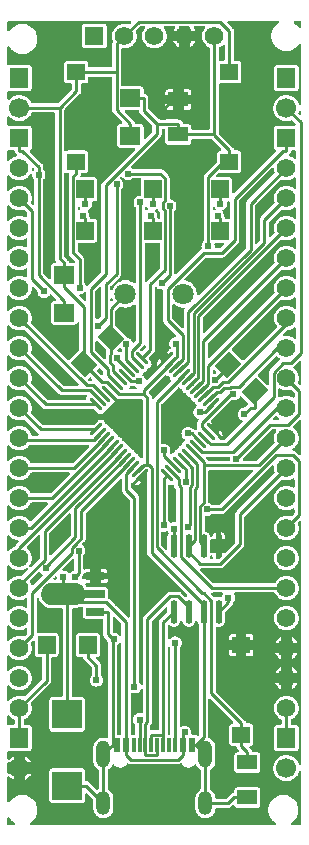
<source format=gtl>
G04 Layer: TopLayer*
G04 EasyEDA v6.5.22, 2023-04-11 13:21:22*
G04 98130e1011dd41a8879dcb9a727c9930,770f52a9c06342aeb7d9f723a0e8078a,10*
G04 Gerber Generator version 0.2*
G04 Scale: 100 percent, Rotated: No, Reflected: No *
G04 Dimensions in inches *
G04 leading zeros omitted , absolute positions ,3 integer and 6 decimal *
%FSLAX36Y36*%
%MOIN*%

%AMMACRO1*21,1,$1,$2,0,0,$3*%
%AMMACRO2*1,1,$1,$2,$3*1,1,$1,$4,$5*20,1,$1,$2,$3,$4,$5,0*%
%ADD10C,0.0100*%
%ADD11MACRO1,0.067X0.0475X0.0000*%
%ADD12R,0.0670X0.0475*%
%ADD13R,0.0591X0.0551*%
%ADD14MACRO2,0.0106X-0.0171X0.0171X0.0171X-0.0171*%
%ADD15MACRO2,0.0106X-0.0171X-0.0171X0.0171X0.0171*%
%ADD16MACRO1,0.068X0.0585X0.0000*%
%ADD17R,0.0680X0.0585*%
%ADD18R,0.0591X0.0591*%
%ADD19MACRO1,0.0265X0.062X90.0000*%
%ADD20O,0.022597999999999997X0.080138*%
%ADD21MACRO1,0.0118X0.0452X0.0000*%
%ADD22R,0.0118X0.0453*%
%ADD23R,0.0236X0.0453*%
%ADD24R,0.0984X0.0955*%
%ADD25MACRO1,0.068X0.0585X135.0000*%
%ADD26MACRO1,0.068X0.0585X45.0000*%
%ADD27R,0.0620X0.0669*%
%ADD28C,0.0669*%
%ADD29O,0.047244X0.07873999999999999*%
%ADD30O,0.047244X0.09055099999999999*%
%ADD31C,0.0620*%
%ADD32R,0.0620X0.0620*%
%ADD33C,0.0709*%
%ADD34C,0.0240*%
%ADD35C,0.0181*%

%LPD*%
G36*
X985160Y-35140D02*
G01*
X983560Y-34500D01*
X982380Y-33260D01*
X981300Y-31480D01*
X977560Y-26720D01*
X973280Y-22440D01*
X968520Y-18700D01*
X966740Y-17620D01*
X965500Y-16440D01*
X964860Y-14840D01*
X964960Y-13120D01*
X965759Y-11600D01*
X967140Y-10560D01*
X968820Y-10200D01*
X985800Y-10200D01*
X987340Y-10500D01*
X988620Y-11379D01*
X989500Y-12660D01*
X989800Y-14200D01*
X989800Y-31180D01*
X989440Y-32860D01*
X988400Y-34240D01*
X986880Y-35040D01*
G37*

%LPD*%
G36*
X719640Y-142760D02*
G01*
X717980Y-142580D01*
X716540Y-141760D01*
X715540Y-140420D01*
X715200Y-138780D01*
X715200Y-100820D01*
X715480Y-99380D01*
X716260Y-98120D01*
X717440Y-97240D01*
X720600Y-95680D01*
X725080Y-92680D01*
X728160Y-89980D01*
X729479Y-89200D01*
X730980Y-88980D01*
X732460Y-89340D01*
X733680Y-90220D01*
X734520Y-91480D01*
X734800Y-92980D01*
X734800Y-138640D01*
X734500Y-140160D01*
X733620Y-141460D01*
X732340Y-142340D01*
X730800Y-142640D01*
X720699Y-142640D01*
G37*

%LPD*%
G36*
X93520Y-284800D02*
G01*
X92020Y-284500D01*
X90740Y-283680D01*
X89860Y-282420D01*
X88699Y-279800D01*
X85800Y-275020D01*
X82320Y-270640D01*
X78300Y-266760D01*
X73820Y-263420D01*
X68940Y-260660D01*
X63760Y-258560D01*
X58339Y-257140D01*
X52800Y-256439D01*
X47200Y-256439D01*
X41660Y-257140D01*
X36240Y-258560D01*
X31060Y-260660D01*
X26180Y-263420D01*
X21700Y-266760D01*
X16060Y-272140D01*
X14500Y-272580D01*
X12880Y-272380D01*
X11480Y-271540D01*
X10540Y-270200D01*
X10200Y-268600D01*
X10200Y-246740D01*
X10480Y-245240D01*
X11299Y-243980D01*
X12540Y-243100D01*
X14020Y-242740D01*
X15520Y-242960D01*
X16740Y-243380D01*
X19220Y-243660D01*
X80780Y-243660D01*
X83260Y-243380D01*
X85420Y-242640D01*
X87340Y-241420D01*
X88960Y-239800D01*
X90160Y-237880D01*
X90920Y-235720D01*
X91199Y-233240D01*
X91199Y-166759D01*
X90920Y-164280D01*
X90160Y-162120D01*
X88960Y-160200D01*
X87340Y-158580D01*
X85420Y-157360D01*
X83260Y-156620D01*
X80780Y-156340D01*
X19220Y-156340D01*
X16740Y-156620D01*
X15520Y-157040D01*
X14020Y-157260D01*
X12540Y-156900D01*
X11299Y-156020D01*
X10480Y-154760D01*
X10200Y-153260D01*
X10200Y-98820D01*
X10560Y-97140D01*
X11600Y-95760D01*
X13120Y-94960D01*
X14840Y-94860D01*
X16440Y-95500D01*
X17620Y-96740D01*
X18700Y-98520D01*
X22440Y-103280D01*
X26720Y-107560D01*
X31480Y-111300D01*
X36680Y-114440D01*
X42200Y-116940D01*
X47980Y-118740D01*
X53940Y-119820D01*
X60000Y-120200D01*
X66060Y-119820D01*
X72020Y-118740D01*
X77800Y-116940D01*
X83320Y-114440D01*
X88520Y-111300D01*
X93280Y-107560D01*
X97560Y-103280D01*
X101300Y-98520D01*
X104440Y-93320D01*
X106940Y-87800D01*
X108740Y-82020D01*
X109820Y-76060D01*
X110200Y-70000D01*
X109820Y-63940D01*
X108740Y-57980D01*
X106940Y-52200D01*
X104440Y-46680D01*
X101300Y-41480D01*
X97560Y-36720D01*
X93280Y-32440D01*
X88520Y-28700D01*
X83320Y-25560D01*
X77800Y-23060D01*
X72020Y-21260D01*
X66060Y-20179D01*
X60000Y-19800D01*
X53940Y-20179D01*
X47980Y-21260D01*
X42200Y-23060D01*
X36680Y-25560D01*
X31480Y-28700D01*
X26720Y-32440D01*
X22440Y-36720D01*
X18700Y-41480D01*
X17620Y-43259D01*
X16440Y-44500D01*
X14840Y-45140D01*
X13120Y-45039D01*
X11600Y-44240D01*
X10560Y-42859D01*
X10200Y-41180D01*
X10200Y-14200D01*
X10500Y-12660D01*
X11379Y-11379D01*
X12660Y-10500D01*
X14200Y-10200D01*
X418640Y-10200D01*
X420180Y-10500D01*
X421480Y-11379D01*
X422340Y-12660D01*
X422640Y-14200D01*
X422340Y-15740D01*
X421480Y-17020D01*
X418120Y-20379D01*
X416900Y-21220D01*
X415460Y-21560D01*
X414000Y-21340D01*
X410660Y-20219D01*
X405379Y-19160D01*
X400000Y-18800D01*
X394620Y-19160D01*
X389340Y-20219D01*
X384240Y-21940D01*
X379400Y-24320D01*
X374920Y-27320D01*
X370880Y-30880D01*
X367320Y-34920D01*
X364320Y-39400D01*
X361940Y-44240D01*
X360220Y-49340D01*
X359159Y-54620D01*
X358800Y-60000D01*
X359159Y-65380D01*
X360220Y-70660D01*
X361700Y-75060D01*
X361900Y-76660D01*
X361440Y-78220D01*
X360880Y-79300D01*
X360020Y-82140D01*
X359700Y-85300D01*
X359700Y-161200D01*
X359400Y-162740D01*
X358519Y-164020D01*
X357239Y-164899D01*
X355700Y-165200D01*
X283720Y-165200D01*
X282200Y-164899D01*
X280900Y-164020D01*
X280040Y-162740D01*
X279720Y-161200D01*
X279720Y-153060D01*
X279440Y-150580D01*
X278700Y-148420D01*
X277480Y-146500D01*
X275880Y-144880D01*
X273940Y-143660D01*
X271800Y-142920D01*
X269300Y-142640D01*
X210700Y-142640D01*
X208200Y-142920D01*
X206060Y-143660D01*
X204120Y-144880D01*
X202520Y-146500D01*
X201300Y-148420D01*
X200560Y-150580D01*
X200280Y-153060D01*
X200280Y-207719D01*
X200560Y-210219D01*
X201300Y-212360D01*
X202520Y-214300D01*
X204120Y-215900D01*
X206060Y-217120D01*
X208200Y-217880D01*
X210700Y-218160D01*
X220799Y-218160D01*
X222340Y-218460D01*
X223619Y-219320D01*
X224500Y-220620D01*
X224800Y-222160D01*
X224800Y-236300D01*
X224500Y-237840D01*
X223619Y-239140D01*
X179140Y-283620D01*
X177840Y-284500D01*
X176300Y-284800D01*
G37*

%LPC*%
G36*
X269220Y-101199D02*
G01*
X330780Y-101199D01*
X333260Y-100920D01*
X335420Y-100160D01*
X337340Y-98960D01*
X338960Y-97340D01*
X340160Y-95420D01*
X340920Y-93260D01*
X341200Y-90780D01*
X341200Y-29220D01*
X340920Y-26740D01*
X340160Y-24580D01*
X338960Y-22660D01*
X337340Y-21040D01*
X335420Y-19840D01*
X333260Y-19080D01*
X330780Y-18800D01*
X269220Y-18800D01*
X266740Y-19080D01*
X264580Y-19840D01*
X262660Y-21040D01*
X261040Y-22660D01*
X259840Y-24580D01*
X259080Y-26740D01*
X258800Y-29220D01*
X258800Y-90780D01*
X259080Y-93260D01*
X259840Y-95420D01*
X261040Y-97340D01*
X262660Y-98960D01*
X264580Y-100160D01*
X266740Y-100920D01*
G37*

%LPD*%
G36*
X985800Y-322640D02*
G01*
X984260Y-322340D01*
X982980Y-321480D01*
X981520Y-320040D01*
X980680Y-318780D01*
X980360Y-317300D01*
X980600Y-315820D01*
X981900Y-312200D01*
X982600Y-310700D01*
X983840Y-309620D01*
X985420Y-309120D01*
X987060Y-309300D01*
X988480Y-310140D01*
X989460Y-311480D01*
X989800Y-313100D01*
X989800Y-318640D01*
X989500Y-320180D01*
X988620Y-321480D01*
X987340Y-322340D01*
G37*

%LPD*%
G36*
X627680Y-373020D02*
G01*
X626160Y-372720D01*
X624860Y-371840D01*
X623980Y-370560D01*
X623680Y-369020D01*
X623680Y-364680D01*
X623400Y-362180D01*
X622660Y-360040D01*
X621440Y-358100D01*
X619820Y-356500D01*
X617900Y-355280D01*
X615740Y-354520D01*
X613260Y-354240D01*
X598880Y-354240D01*
X597440Y-353980D01*
X596200Y-353220D01*
X595320Y-352040D01*
X594020Y-347640D01*
X592620Y-345000D01*
X590740Y-342700D01*
X588440Y-340820D01*
X585800Y-339420D01*
X582960Y-338560D01*
X579800Y-338240D01*
X516900Y-338240D01*
X515360Y-337939D01*
X514060Y-337060D01*
X481400Y-304400D01*
X480540Y-303100D01*
X480240Y-301580D01*
X480240Y-267500D01*
X479920Y-264340D01*
X479060Y-261500D01*
X477660Y-258860D01*
X475760Y-256560D01*
X473459Y-254680D01*
X470840Y-253280D01*
X466420Y-251980D01*
X465260Y-251100D01*
X464480Y-249860D01*
X464219Y-248420D01*
X464219Y-238299D01*
X463940Y-235799D01*
X463180Y-233660D01*
X461980Y-231720D01*
X460360Y-230120D01*
X458440Y-228900D01*
X456280Y-228160D01*
X453800Y-227880D01*
X394099Y-227880D01*
X392560Y-227560D01*
X391280Y-226700D01*
X390400Y-225400D01*
X390100Y-223880D01*
X390100Y-104820D01*
X390439Y-103219D01*
X391360Y-101900D01*
X392760Y-101039D01*
X394360Y-100820D01*
X400000Y-101199D01*
X405379Y-100840D01*
X410660Y-99780D01*
X415760Y-98059D01*
X420600Y-95680D01*
X425080Y-92680D01*
X429120Y-89120D01*
X432680Y-85079D01*
X435680Y-80600D01*
X438060Y-75760D01*
X439780Y-70660D01*
X440840Y-65380D01*
X441200Y-60000D01*
X440840Y-54620D01*
X439780Y-49340D01*
X438660Y-46000D01*
X438440Y-44540D01*
X438780Y-43099D01*
X439620Y-41880D01*
X453040Y-28460D01*
X454340Y-27580D01*
X455880Y-27280D01*
X465200Y-27280D01*
X466680Y-27559D01*
X467960Y-28400D01*
X468840Y-29620D01*
X469200Y-31100D01*
X468960Y-32599D01*
X468200Y-33920D01*
X467320Y-34920D01*
X464320Y-39400D01*
X461940Y-44240D01*
X460220Y-49340D01*
X459159Y-54620D01*
X458800Y-60000D01*
X459159Y-65380D01*
X460220Y-70660D01*
X461940Y-75760D01*
X464320Y-80600D01*
X467320Y-85079D01*
X470880Y-89120D01*
X474920Y-92680D01*
X479400Y-95680D01*
X484240Y-98059D01*
X489340Y-99780D01*
X494620Y-100840D01*
X500000Y-101199D01*
X505379Y-100840D01*
X510660Y-99780D01*
X515760Y-98059D01*
X520600Y-95680D01*
X525080Y-92680D01*
X529120Y-89120D01*
X532680Y-85079D01*
X535680Y-80600D01*
X538060Y-75760D01*
X539780Y-70660D01*
X540840Y-65380D01*
X541200Y-60000D01*
X540840Y-54620D01*
X539780Y-49340D01*
X538060Y-44240D01*
X535680Y-39400D01*
X532680Y-34920D01*
X531800Y-33920D01*
X531040Y-32599D01*
X530800Y-31100D01*
X531160Y-29620D01*
X532040Y-28400D01*
X533320Y-27559D01*
X534800Y-27280D01*
X565200Y-27280D01*
X566680Y-27559D01*
X567960Y-28400D01*
X568840Y-29620D01*
X569200Y-31100D01*
X568960Y-32599D01*
X568200Y-33920D01*
X567320Y-34920D01*
X564320Y-39400D01*
X563040Y-42000D01*
X582000Y-42000D01*
X582000Y-31280D01*
X582300Y-29740D01*
X583180Y-28460D01*
X584460Y-27580D01*
X586000Y-27280D01*
X614000Y-27280D01*
X615540Y-27580D01*
X616820Y-28460D01*
X617700Y-29740D01*
X618000Y-31280D01*
X618000Y-42000D01*
X636960Y-42000D01*
X635680Y-39400D01*
X632680Y-34920D01*
X631800Y-33920D01*
X631040Y-32599D01*
X630800Y-31100D01*
X631160Y-29620D01*
X632040Y-28400D01*
X633320Y-27559D01*
X634800Y-27280D01*
X665200Y-27280D01*
X666680Y-27559D01*
X667960Y-28400D01*
X668840Y-29620D01*
X669200Y-31100D01*
X668960Y-32599D01*
X668199Y-33920D01*
X667320Y-34920D01*
X664320Y-39400D01*
X661940Y-44240D01*
X660220Y-49340D01*
X659160Y-54620D01*
X658800Y-60000D01*
X659160Y-65380D01*
X660220Y-70660D01*
X661940Y-75760D01*
X664320Y-80600D01*
X667320Y-85079D01*
X670879Y-89120D01*
X674920Y-92680D01*
X679400Y-95680D01*
X682560Y-97240D01*
X683740Y-98120D01*
X684520Y-99380D01*
X684800Y-100820D01*
X684800Y-369020D01*
X684500Y-370560D01*
X683620Y-371840D01*
X682340Y-372720D01*
X680800Y-373020D01*
G37*

%LPC*%
G36*
X546740Y-305760D02*
G01*
X560760Y-305760D01*
X560760Y-286160D01*
X536320Y-286160D01*
X536320Y-295320D01*
X536600Y-297820D01*
X537340Y-299960D01*
X538560Y-301900D01*
X540180Y-303500D01*
X542100Y-304720D01*
X544260Y-305480D01*
G37*
G36*
X599240Y-305760D02*
G01*
X613260Y-305760D01*
X615740Y-305480D01*
X617900Y-304720D01*
X619820Y-303500D01*
X621440Y-301900D01*
X622660Y-299960D01*
X623400Y-297820D01*
X623680Y-295320D01*
X623680Y-286160D01*
X599240Y-286160D01*
G37*
G36*
X599240Y-257399D02*
G01*
X623680Y-257399D01*
X623680Y-248240D01*
X623400Y-245740D01*
X622660Y-243600D01*
X621440Y-241660D01*
X619820Y-240060D01*
X617900Y-238840D01*
X615740Y-238100D01*
X613260Y-237820D01*
X599240Y-237820D01*
G37*
G36*
X536320Y-257399D02*
G01*
X560760Y-257399D01*
X560760Y-237820D01*
X546740Y-237820D01*
X544260Y-238100D01*
X542100Y-238840D01*
X540180Y-240060D01*
X538560Y-241660D01*
X537340Y-243600D01*
X536600Y-245740D01*
X536320Y-248240D01*
G37*
G36*
X582000Y-96960D02*
G01*
X582000Y-78000D01*
X563040Y-78000D01*
X564320Y-80600D01*
X567320Y-85079D01*
X570880Y-89120D01*
X574920Y-92680D01*
X579400Y-95680D01*
G37*
G36*
X618000Y-96960D02*
G01*
X620600Y-95680D01*
X625080Y-92680D01*
X629120Y-89120D01*
X632680Y-85079D01*
X635680Y-80600D01*
X636960Y-78000D01*
X618000Y-78000D01*
G37*

%LPD*%
G36*
X468220Y-403900D02*
G01*
X466680Y-403600D01*
X465379Y-402740D01*
X464520Y-401440D01*
X464219Y-399900D01*
X464219Y-363680D01*
X463940Y-361200D01*
X463180Y-359040D01*
X461980Y-357120D01*
X460360Y-355500D01*
X458440Y-354300D01*
X456280Y-353540D01*
X453800Y-353260D01*
X438880Y-353260D01*
X437440Y-353000D01*
X436200Y-352220D01*
X435319Y-351060D01*
X434020Y-346640D01*
X432620Y-344020D01*
X430600Y-341560D01*
X402620Y-313560D01*
X401740Y-312260D01*
X401440Y-310740D01*
X401740Y-309200D01*
X402620Y-307900D01*
X403900Y-307040D01*
X405439Y-306740D01*
X445940Y-306740D01*
X447380Y-307000D01*
X448640Y-307780D01*
X449520Y-308940D01*
X449920Y-310340D01*
X450140Y-312500D01*
X451000Y-315340D01*
X452400Y-317960D01*
X454420Y-320420D01*
X492560Y-358560D01*
X493440Y-359860D01*
X493740Y-361400D01*
X493740Y-378380D01*
X493440Y-379900D01*
X492560Y-381200D01*
X471040Y-402740D01*
X469739Y-403600D01*
G37*

%LPD*%
G36*
X968840Y-469140D02*
G01*
X967340Y-468920D01*
X966020Y-468160D01*
X965080Y-467320D01*
X960600Y-464320D01*
X955759Y-461940D01*
X951100Y-460360D01*
X949640Y-459500D01*
X948680Y-458100D01*
X948379Y-456440D01*
X948780Y-454799D01*
X949840Y-453480D01*
X950740Y-452740D01*
X952620Y-450439D01*
X954020Y-447819D01*
X955320Y-443400D01*
X956200Y-442239D01*
X957440Y-441460D01*
X958880Y-441200D01*
X968660Y-441200D01*
X970200Y-441500D01*
X971480Y-442380D01*
X972360Y-443660D01*
X972660Y-445200D01*
X972660Y-465140D01*
X972380Y-466640D01*
X971540Y-467900D01*
X970320Y-468780D01*
G37*

%LPD*%
G36*
X14380Y-476420D02*
G01*
X12800Y-476160D01*
X11439Y-475300D01*
X10520Y-473980D01*
X10200Y-472420D01*
X10200Y-444280D01*
X10480Y-442780D01*
X11299Y-441500D01*
X12540Y-440620D01*
X14020Y-440280D01*
X15520Y-440500D01*
X16740Y-440920D01*
X19220Y-441200D01*
X31120Y-441200D01*
X32559Y-441460D01*
X33800Y-442239D01*
X34680Y-443400D01*
X35980Y-447819D01*
X37380Y-450439D01*
X39260Y-452740D01*
X40160Y-453480D01*
X41220Y-454799D01*
X41620Y-456440D01*
X41320Y-458100D01*
X40359Y-459500D01*
X38900Y-460360D01*
X34240Y-461940D01*
X29400Y-464320D01*
X24920Y-467320D01*
X20880Y-470880D01*
X17200Y-475060D01*
X15920Y-476019D01*
G37*

%LPD*%
G36*
X94780Y-509140D02*
G01*
X93219Y-508780D01*
X91920Y-507840D01*
X91100Y-506460D01*
X90879Y-504880D01*
X90980Y-503360D01*
X91359Y-501900D01*
X92260Y-500680D01*
X93560Y-499880D01*
X95040Y-499620D01*
X96540Y-499940D01*
X97800Y-500800D01*
X98500Y-501500D01*
X99360Y-502800D01*
X99660Y-504340D01*
X99360Y-505860D01*
X98500Y-507160D01*
X97700Y-507960D01*
X96359Y-508840D01*
G37*

%LPD*%
G36*
X763720Y-583860D02*
G01*
X762200Y-583540D01*
X760900Y-582680D01*
X760020Y-581380D01*
X759720Y-579860D01*
X759720Y-541800D01*
X759440Y-539320D01*
X758700Y-537160D01*
X757480Y-535240D01*
X755860Y-533620D01*
X753940Y-532400D01*
X751780Y-531660D01*
X749300Y-531380D01*
X710080Y-531380D01*
X708560Y-531080D01*
X707260Y-530200D01*
X706400Y-528900D01*
X706080Y-527380D01*
X706400Y-525840D01*
X707260Y-524540D01*
X713840Y-517960D01*
X715080Y-517120D01*
X716520Y-516780D01*
X718199Y-517080D01*
X720699Y-517360D01*
X779300Y-517360D01*
X781800Y-517080D01*
X783940Y-516340D01*
X785879Y-515120D01*
X787480Y-513500D01*
X788700Y-511580D01*
X789440Y-509420D01*
X789720Y-506940D01*
X789720Y-452280D01*
X789440Y-449780D01*
X788700Y-447640D01*
X787480Y-445700D01*
X785879Y-444099D01*
X783940Y-442879D01*
X781800Y-442120D01*
X779300Y-441840D01*
X768880Y-441840D01*
X767440Y-441580D01*
X766200Y-440820D01*
X765320Y-439640D01*
X764020Y-435220D01*
X762620Y-432600D01*
X760600Y-430140D01*
X716380Y-385900D01*
X715500Y-384600D01*
X715200Y-383080D01*
X715200Y-222000D01*
X715540Y-220380D01*
X716540Y-219020D01*
X717980Y-218200D01*
X719640Y-218039D01*
X720699Y-218160D01*
X779300Y-218160D01*
X781800Y-217880D01*
X783940Y-217120D01*
X785879Y-215900D01*
X787480Y-214300D01*
X788700Y-212360D01*
X789440Y-210219D01*
X789720Y-207719D01*
X789720Y-153060D01*
X789440Y-150580D01*
X788700Y-148420D01*
X787480Y-146500D01*
X785879Y-144880D01*
X783940Y-143660D01*
X781800Y-142920D01*
X779300Y-142640D01*
X769200Y-142640D01*
X767660Y-142340D01*
X766380Y-141460D01*
X765500Y-140160D01*
X765200Y-138640D01*
X765200Y-44140D01*
X764880Y-40980D01*
X764020Y-38140D01*
X762620Y-35520D01*
X760600Y-33060D01*
X744580Y-17020D01*
X743700Y-15740D01*
X743400Y-14200D01*
X743700Y-12660D01*
X744580Y-11379D01*
X745879Y-10500D01*
X747400Y-10200D01*
X911180Y-10200D01*
X912860Y-10560D01*
X914240Y-11600D01*
X915040Y-13120D01*
X915140Y-14840D01*
X914500Y-16440D01*
X913259Y-17620D01*
X911480Y-18700D01*
X906720Y-22440D01*
X902440Y-26720D01*
X898700Y-31480D01*
X895560Y-36680D01*
X893060Y-42200D01*
X891260Y-47980D01*
X890180Y-53940D01*
X889800Y-60000D01*
X890180Y-66060D01*
X891260Y-72020D01*
X893060Y-77800D01*
X895560Y-83320D01*
X898700Y-88520D01*
X902440Y-93280D01*
X906720Y-97560D01*
X911480Y-101300D01*
X916680Y-104440D01*
X922200Y-106940D01*
X927980Y-108740D01*
X933940Y-109820D01*
X940000Y-110200D01*
X946060Y-109820D01*
X952020Y-108740D01*
X957800Y-106940D01*
X963319Y-104440D01*
X968520Y-101300D01*
X973280Y-97560D01*
X977560Y-93280D01*
X981300Y-88520D01*
X982380Y-86740D01*
X983560Y-85500D01*
X985160Y-84860D01*
X986880Y-84960D01*
X988400Y-85760D01*
X989440Y-87140D01*
X989800Y-88820D01*
X989800Y-287140D01*
X989479Y-288720D01*
X988540Y-290040D01*
X987159Y-290900D01*
X985560Y-291140D01*
X984000Y-290700D01*
X982740Y-289700D01*
X981960Y-288280D01*
X980960Y-284920D01*
X978700Y-279800D01*
X975800Y-275020D01*
X972320Y-270640D01*
X968300Y-266760D01*
X963820Y-263420D01*
X958940Y-260660D01*
X953760Y-258560D01*
X948340Y-257140D01*
X942800Y-256439D01*
X937200Y-256439D01*
X931660Y-257140D01*
X926240Y-258560D01*
X921060Y-260660D01*
X916180Y-263420D01*
X911700Y-266760D01*
X907680Y-270640D01*
X904200Y-275020D01*
X901300Y-279800D01*
X899040Y-284920D01*
X897440Y-290280D01*
X896540Y-295800D01*
X896360Y-301400D01*
X896900Y-306960D01*
X898139Y-312420D01*
X900080Y-317680D01*
X902660Y-322640D01*
X905860Y-327220D01*
X909620Y-331360D01*
X913880Y-334980D01*
X918580Y-338040D01*
X923620Y-340460D01*
X928920Y-342220D01*
X934419Y-343300D01*
X940000Y-343660D01*
X945580Y-343300D01*
X951080Y-342220D01*
X955980Y-340600D01*
X957440Y-340400D01*
X958860Y-340740D01*
X960080Y-341560D01*
X970480Y-351980D01*
X971340Y-353260D01*
X971640Y-354799D01*
X971340Y-356340D01*
X970480Y-357620D01*
X969180Y-358500D01*
X967640Y-358800D01*
X909220Y-358800D01*
X906740Y-359080D01*
X904580Y-359840D01*
X902660Y-361040D01*
X901040Y-362660D01*
X899840Y-364580D01*
X899080Y-366740D01*
X898800Y-369219D01*
X898800Y-430780D01*
X899080Y-433260D01*
X899840Y-435420D01*
X901040Y-437340D01*
X902660Y-438960D01*
X904140Y-440200D01*
X904800Y-441460D01*
X904960Y-442879D01*
X904599Y-444260D01*
X903800Y-445439D01*
X766560Y-582680D01*
X765260Y-583540D01*
G37*

%LPC*%
G36*
X909220Y-243660D02*
G01*
X970780Y-243660D01*
X973259Y-243380D01*
X975420Y-242640D01*
X977340Y-241420D01*
X978960Y-239800D01*
X980160Y-237880D01*
X980920Y-235720D01*
X981200Y-233240D01*
X981200Y-166759D01*
X980920Y-164280D01*
X980160Y-162120D01*
X978960Y-160200D01*
X977340Y-158580D01*
X975420Y-157360D01*
X973259Y-156620D01*
X970780Y-156340D01*
X909220Y-156340D01*
X906740Y-156620D01*
X904580Y-157360D01*
X902660Y-158580D01*
X901040Y-160200D01*
X899840Y-162120D01*
X899080Y-164280D01*
X898800Y-166759D01*
X898800Y-233240D01*
X899080Y-235720D01*
X899840Y-237880D01*
X901040Y-239800D01*
X902660Y-241420D01*
X904580Y-242640D01*
X906740Y-243380D01*
G37*

%LPD*%
G36*
X95719Y-622560D02*
G01*
X94179Y-622260D01*
X92880Y-621380D01*
X89620Y-618120D01*
X88780Y-616900D01*
X88440Y-615460D01*
X88660Y-614000D01*
X89780Y-610660D01*
X90840Y-605380D01*
X91199Y-600000D01*
X90840Y-594620D01*
X89780Y-589340D01*
X88059Y-584240D01*
X85680Y-579400D01*
X82680Y-574920D01*
X79120Y-570880D01*
X75080Y-567320D01*
X70600Y-564320D01*
X65760Y-561940D01*
X60660Y-560220D01*
X55380Y-559160D01*
X50000Y-558800D01*
X44620Y-559160D01*
X39340Y-560220D01*
X34240Y-561940D01*
X29400Y-564320D01*
X24920Y-567320D01*
X20880Y-570880D01*
X17200Y-575060D01*
X15920Y-576020D01*
X14380Y-576420D01*
X12800Y-576160D01*
X11439Y-575300D01*
X10520Y-573980D01*
X10200Y-572420D01*
X10200Y-527580D01*
X10520Y-526020D01*
X11439Y-524700D01*
X12800Y-523840D01*
X14380Y-523579D01*
X15920Y-523980D01*
X17200Y-524940D01*
X20880Y-529120D01*
X24920Y-532680D01*
X29400Y-535680D01*
X34240Y-538060D01*
X39340Y-539780D01*
X44620Y-540840D01*
X50000Y-541200D01*
X55380Y-540840D01*
X60660Y-539780D01*
X65760Y-538060D01*
X70600Y-535680D01*
X75080Y-532680D01*
X79120Y-529120D01*
X82680Y-525080D01*
X85480Y-520880D01*
X86640Y-519739D01*
X88160Y-519159D01*
X89800Y-519240D01*
X91260Y-519940D01*
X92320Y-521200D01*
X92800Y-522760D01*
X93059Y-525860D01*
X94060Y-529580D01*
X95700Y-533100D01*
X97920Y-536260D01*
X98539Y-536880D01*
X99400Y-538180D01*
X99720Y-539720D01*
X99720Y-618560D01*
X99400Y-620080D01*
X98539Y-621380D01*
X97240Y-622260D01*
G37*

%LPD*%
G36*
X248740Y-640500D02*
G01*
X247160Y-640240D01*
X245820Y-639380D01*
X244920Y-638060D01*
X244600Y-636500D01*
X244600Y-634100D01*
X244960Y-632460D01*
X245940Y-631100D01*
X247399Y-630280D01*
X249060Y-630120D01*
X250660Y-630660D01*
X251880Y-631800D01*
X253160Y-633620D01*
X253820Y-635220D01*
X253740Y-636940D01*
X252940Y-638480D01*
X251560Y-639540D01*
X250300Y-640140D01*
G37*

%LPD*%
G36*
X698740Y-640939D02*
G01*
X697180Y-640660D01*
X695840Y-639820D01*
X694920Y-638500D01*
X694620Y-636940D01*
X694620Y-634060D01*
X694960Y-632440D01*
X695920Y-631080D01*
X697360Y-630260D01*
X699020Y-630080D01*
X700600Y-630580D01*
X701840Y-631680D01*
X703400Y-633820D01*
X704120Y-635440D01*
X704060Y-637180D01*
X703259Y-638760D01*
X701880Y-639820D01*
X700300Y-640560D01*
G37*

%LPD*%
G36*
X473000Y-641580D02*
G01*
X471280Y-641500D01*
X469739Y-640699D01*
X468680Y-639340D01*
X468320Y-637640D01*
X468320Y-632140D01*
X468620Y-630600D01*
X469600Y-629180D01*
X471060Y-628260D01*
X472780Y-628040D01*
X474420Y-628560D01*
X475700Y-629720D01*
X478860Y-634280D01*
X479180Y-635780D01*
X478920Y-637280D01*
X478100Y-638560D01*
X474600Y-640920D01*
G37*

%LPD*%
G36*
X738880Y-669180D02*
G01*
X737440Y-668900D01*
X736200Y-668139D01*
X735320Y-666979D01*
X733360Y-660240D01*
X732980Y-656040D01*
X731979Y-652300D01*
X730360Y-648800D01*
X727280Y-644360D01*
X726960Y-642860D01*
X727220Y-641360D01*
X728020Y-640060D01*
X729260Y-639160D01*
X731100Y-638320D01*
X734260Y-636100D01*
X737000Y-633360D01*
X739220Y-630200D01*
X740840Y-626680D01*
X741840Y-622960D01*
X742180Y-619100D01*
X741840Y-615180D01*
X742039Y-613540D01*
X742880Y-612120D01*
X744220Y-611160D01*
X745819Y-610820D01*
X748139Y-610820D01*
X749680Y-611120D01*
X750960Y-612000D01*
X751840Y-613300D01*
X752140Y-614820D01*
X752140Y-665180D01*
X751840Y-666700D01*
X750960Y-668000D01*
X749680Y-668880D01*
X748139Y-669180D01*
G37*

%LPD*%
G36*
X513880Y-669180D02*
G01*
X512440Y-668900D01*
X511200Y-668139D01*
X510319Y-666979D01*
X509440Y-663920D01*
X509280Y-662400D01*
X509580Y-658940D01*
X509240Y-655080D01*
X508240Y-651360D01*
X506620Y-647840D01*
X503540Y-643420D01*
X503220Y-641919D01*
X503480Y-640420D01*
X504300Y-639120D01*
X507080Y-637260D01*
X508459Y-636660D01*
X509940Y-636580D01*
X511360Y-637080D01*
X512500Y-638060D01*
X513200Y-639380D01*
X513579Y-640600D01*
X514980Y-643240D01*
X517000Y-645680D01*
X519240Y-647940D01*
X520100Y-649240D01*
X520420Y-650759D01*
X520420Y-665180D01*
X520100Y-666700D01*
X519240Y-668000D01*
X517939Y-668880D01*
X516420Y-669180D01*
G37*

%LPD*%
G36*
X14380Y-676420D02*
G01*
X12800Y-676160D01*
X11439Y-675300D01*
X10520Y-673980D01*
X10200Y-672420D01*
X10200Y-627580D01*
X10520Y-626020D01*
X11439Y-624700D01*
X12800Y-623840D01*
X14380Y-623580D01*
X15920Y-623980D01*
X17200Y-624940D01*
X20880Y-629120D01*
X24920Y-632680D01*
X29400Y-635680D01*
X34240Y-638060D01*
X39340Y-639780D01*
X44620Y-640840D01*
X50000Y-641200D01*
X55380Y-640840D01*
X60660Y-639780D01*
X64000Y-638660D01*
X65460Y-638440D01*
X66900Y-638780D01*
X68120Y-639620D01*
X75720Y-647220D01*
X76600Y-648520D01*
X76900Y-650060D01*
X76900Y-661060D01*
X76540Y-662740D01*
X75500Y-664100D01*
X73980Y-664900D01*
X72280Y-665000D01*
X70600Y-664320D01*
X65760Y-661940D01*
X60660Y-660220D01*
X55380Y-659160D01*
X50000Y-658800D01*
X44620Y-659160D01*
X39340Y-660220D01*
X34240Y-661940D01*
X29400Y-664320D01*
X24920Y-667320D01*
X20880Y-670879D01*
X17200Y-675060D01*
X15920Y-676020D01*
G37*

%LPD*%
G36*
X885500Y-731340D02*
G01*
X883960Y-731040D01*
X882680Y-730180D01*
X881800Y-728880D01*
X881500Y-727340D01*
X881500Y-681660D01*
X881800Y-680120D01*
X882680Y-678820D01*
X921880Y-639620D01*
X923100Y-638780D01*
X924539Y-638440D01*
X926000Y-638660D01*
X929340Y-639780D01*
X934620Y-640840D01*
X940000Y-641200D01*
X945380Y-640840D01*
X950660Y-639780D01*
X955759Y-638060D01*
X960600Y-635680D01*
X965080Y-632680D01*
X966020Y-631840D01*
X967340Y-631080D01*
X968840Y-630860D01*
X970320Y-631220D01*
X971540Y-632100D01*
X972380Y-633360D01*
X972660Y-634860D01*
X972660Y-665140D01*
X972380Y-666640D01*
X971540Y-667900D01*
X970320Y-668780D01*
X968840Y-669140D01*
X967340Y-668920D01*
X966020Y-668160D01*
X965080Y-667320D01*
X960600Y-664320D01*
X955759Y-661940D01*
X950660Y-660220D01*
X945380Y-659160D01*
X940000Y-658800D01*
X934620Y-659160D01*
X929340Y-660220D01*
X924240Y-661940D01*
X919400Y-664320D01*
X914920Y-667320D01*
X910879Y-670879D01*
X907320Y-674920D01*
X904320Y-679400D01*
X901940Y-684240D01*
X900220Y-689340D01*
X899160Y-694620D01*
X898800Y-700000D01*
X899160Y-705380D01*
X900220Y-710660D01*
X901340Y-714000D01*
X901560Y-715460D01*
X901220Y-716900D01*
X900380Y-718120D01*
X888319Y-730180D01*
X887039Y-731040D01*
G37*

%LPD*%
G36*
X839960Y-752560D02*
G01*
X838420Y-752260D01*
X837120Y-751380D01*
X836260Y-750080D01*
X835960Y-748560D01*
X835960Y-627200D01*
X836260Y-625680D01*
X837120Y-624380D01*
X921880Y-539620D01*
X923100Y-538780D01*
X924539Y-538440D01*
X926000Y-538660D01*
X929340Y-539780D01*
X934620Y-540840D01*
X940000Y-541200D01*
X945380Y-540840D01*
X950660Y-539780D01*
X955759Y-538060D01*
X960600Y-535680D01*
X965080Y-532680D01*
X966020Y-531840D01*
X967340Y-531080D01*
X968840Y-530860D01*
X970320Y-531220D01*
X971540Y-532100D01*
X972380Y-533360D01*
X972660Y-534860D01*
X972660Y-565140D01*
X972380Y-566640D01*
X971540Y-567900D01*
X970320Y-568780D01*
X968840Y-569140D01*
X967340Y-568920D01*
X966020Y-568160D01*
X965080Y-567320D01*
X960600Y-564320D01*
X955759Y-561940D01*
X950660Y-560220D01*
X945380Y-559160D01*
X940000Y-558800D01*
X934620Y-559160D01*
X929340Y-560220D01*
X924240Y-561940D01*
X919400Y-564320D01*
X914920Y-567320D01*
X910879Y-570880D01*
X907320Y-574920D01*
X904320Y-579400D01*
X901940Y-584240D01*
X900220Y-589340D01*
X899160Y-594620D01*
X898800Y-600000D01*
X899160Y-605380D01*
X900220Y-610660D01*
X901340Y-614000D01*
X901560Y-615460D01*
X901220Y-616900D01*
X900380Y-618120D01*
X855699Y-662820D01*
X853680Y-665260D01*
X852280Y-667900D01*
X851420Y-670740D01*
X851100Y-673900D01*
X851100Y-741400D01*
X850800Y-742940D01*
X849920Y-744240D01*
X842780Y-751380D01*
X841480Y-752260D01*
G37*

%LPD*%
G36*
X705280Y-768180D02*
G01*
X703660Y-767840D01*
X702320Y-766880D01*
X701480Y-765460D01*
X701280Y-763840D01*
X701600Y-760320D01*
X701260Y-756460D01*
X700500Y-753660D01*
X700400Y-752200D01*
X700800Y-750800D01*
X701700Y-749659D01*
X702940Y-748900D01*
X704380Y-748620D01*
X728620Y-748620D01*
X730140Y-748920D01*
X731440Y-749800D01*
X732300Y-751100D01*
X732620Y-752620D01*
X732300Y-754160D01*
X731440Y-755460D01*
X719880Y-767000D01*
X718580Y-767880D01*
X717060Y-768180D01*
G37*

%LPD*%
G36*
X14380Y-776420D02*
G01*
X12800Y-776160D01*
X11439Y-775300D01*
X10520Y-773980D01*
X10200Y-772420D01*
X10200Y-727580D01*
X10520Y-726020D01*
X11439Y-724700D01*
X12800Y-723840D01*
X14380Y-723580D01*
X15920Y-723980D01*
X17200Y-724940D01*
X20880Y-729120D01*
X24920Y-732680D01*
X29400Y-735680D01*
X34240Y-738060D01*
X39340Y-739780D01*
X44620Y-740840D01*
X50000Y-741200D01*
X55380Y-740840D01*
X60660Y-739780D01*
X65760Y-738060D01*
X70680Y-735620D01*
X72280Y-735000D01*
X73980Y-735100D01*
X75500Y-735900D01*
X76540Y-737260D01*
X76900Y-738940D01*
X76900Y-761060D01*
X76540Y-762740D01*
X75500Y-764100D01*
X73980Y-764900D01*
X72280Y-765000D01*
X70600Y-764320D01*
X65760Y-761940D01*
X60660Y-760220D01*
X55380Y-759160D01*
X50000Y-758800D01*
X44620Y-759160D01*
X39340Y-760220D01*
X34240Y-761940D01*
X29400Y-764320D01*
X24920Y-767320D01*
X20880Y-770879D01*
X17200Y-775060D01*
X15920Y-776020D01*
G37*

%LPD*%
G36*
X218880Y-817880D02*
G01*
X217440Y-817600D01*
X216200Y-816840D01*
X215320Y-815660D01*
X214020Y-811260D01*
X212620Y-808620D01*
X210600Y-806180D01*
X200640Y-796200D01*
X199760Y-794900D01*
X199460Y-793360D01*
X199460Y-519420D01*
X199820Y-517780D01*
X200820Y-516420D01*
X202300Y-515600D01*
X204000Y-515460D01*
X206060Y-516340D01*
X208200Y-517080D01*
X210700Y-517360D01*
X211700Y-517360D01*
X213160Y-517640D01*
X214420Y-518440D01*
X215300Y-519620D01*
X215680Y-521060D01*
X215520Y-522540D01*
X214520Y-525820D01*
X214200Y-528960D01*
X214200Y-783100D01*
X214520Y-786260D01*
X215380Y-789100D01*
X216780Y-791720D01*
X218800Y-794180D01*
X234840Y-810220D01*
X235700Y-811520D01*
X236020Y-813060D01*
X236020Y-813880D01*
X235700Y-815400D01*
X234840Y-816700D01*
X233540Y-817560D01*
X232020Y-817880D01*
G37*

%LPD*%
G36*
X570900Y-853500D02*
G01*
X569360Y-853199D01*
X568060Y-852320D01*
X567200Y-851020D01*
X566900Y-849500D01*
X566900Y-643980D01*
X567200Y-642460D01*
X568060Y-641160D01*
X568680Y-640540D01*
X570900Y-637360D01*
X572540Y-633860D01*
X573540Y-630120D01*
X573880Y-626280D01*
X573540Y-622420D01*
X572540Y-618680D01*
X570900Y-615180D01*
X568680Y-612000D01*
X565960Y-609280D01*
X562780Y-607060D01*
X559280Y-605420D01*
X555540Y-604420D01*
X554460Y-604320D01*
X553040Y-603940D01*
X551860Y-603040D01*
X551080Y-601800D01*
X550820Y-600340D01*
X550820Y-534440D01*
X550500Y-531280D01*
X549640Y-528440D01*
X548240Y-525820D01*
X546220Y-523360D01*
X531100Y-508240D01*
X528640Y-506220D01*
X526020Y-504820D01*
X523180Y-503960D01*
X520020Y-503660D01*
X430000Y-503660D01*
X428459Y-503340D01*
X427160Y-502480D01*
X426540Y-501860D01*
X423600Y-499799D01*
X422440Y-498519D01*
X421920Y-496880D01*
X422140Y-495160D01*
X423080Y-493700D01*
X519540Y-397220D01*
X521560Y-394760D01*
X522960Y-392140D01*
X523820Y-389300D01*
X524140Y-386140D01*
X524140Y-372640D01*
X524440Y-371100D01*
X525320Y-369820D01*
X526600Y-368940D01*
X528140Y-368640D01*
X532320Y-368640D01*
X533840Y-368940D01*
X535140Y-369820D01*
X536020Y-371100D01*
X536320Y-372640D01*
X536320Y-411760D01*
X536600Y-414260D01*
X537340Y-416400D01*
X538560Y-418340D01*
X540180Y-419940D01*
X542100Y-421160D01*
X544260Y-421900D01*
X546740Y-422180D01*
X613260Y-422180D01*
X615740Y-421900D01*
X617900Y-421160D01*
X619820Y-419940D01*
X621440Y-418340D01*
X622660Y-416400D01*
X623400Y-414260D01*
X623680Y-411760D01*
X623680Y-407420D01*
X623980Y-405880D01*
X624860Y-404600D01*
X626160Y-403720D01*
X627680Y-403420D01*
X689240Y-403420D01*
X690759Y-403720D01*
X692060Y-404600D01*
X722580Y-435100D01*
X723420Y-436320D01*
X723740Y-437780D01*
X723520Y-439260D01*
X722780Y-440540D01*
X721620Y-441460D01*
X720200Y-441900D01*
X718199Y-442120D01*
X716060Y-442879D01*
X714120Y-444099D01*
X712520Y-445700D01*
X711300Y-447640D01*
X710560Y-449780D01*
X710280Y-452280D01*
X710280Y-476880D01*
X709960Y-478420D01*
X709100Y-479720D01*
X668800Y-520020D01*
X666780Y-522460D01*
X665380Y-525100D01*
X664520Y-527940D01*
X664220Y-531100D01*
X664220Y-742600D01*
X663900Y-744120D01*
X663040Y-745420D01*
X662420Y-746040D01*
X660200Y-749220D01*
X658560Y-752720D01*
X657560Y-756460D01*
X657220Y-760320D01*
X657560Y-764160D01*
X658060Y-766000D01*
X658120Y-767780D01*
X657420Y-769400D01*
X653280Y-772780D01*
X573720Y-852320D01*
X572420Y-853199D01*
G37*

%LPD*%
G36*
X151780Y-871080D02*
G01*
X150260Y-870780D01*
X148960Y-869920D01*
X131280Y-852240D01*
X130420Y-850939D01*
X130120Y-849400D01*
X130120Y-539720D01*
X130420Y-538180D01*
X131280Y-536880D01*
X131900Y-536260D01*
X134120Y-533100D01*
X135760Y-529580D01*
X136760Y-525860D01*
X137100Y-522000D01*
X136760Y-518140D01*
X135760Y-514420D01*
X134120Y-510900D01*
X131900Y-507740D01*
X131280Y-507120D01*
X130420Y-505820D01*
X130120Y-504280D01*
X130120Y-496620D01*
X129800Y-493459D01*
X128940Y-490620D01*
X127540Y-487980D01*
X125520Y-485540D01*
X85740Y-445740D01*
X84920Y-444560D01*
X84560Y-443180D01*
X84720Y-441760D01*
X85380Y-440500D01*
X86440Y-439520D01*
X87340Y-438960D01*
X88960Y-437340D01*
X90160Y-435420D01*
X90920Y-433260D01*
X91199Y-430780D01*
X91199Y-369219D01*
X90920Y-366740D01*
X90160Y-364580D01*
X88960Y-362660D01*
X87340Y-361040D01*
X85420Y-359840D01*
X83260Y-359080D01*
X80780Y-358800D01*
X19220Y-358800D01*
X16740Y-359080D01*
X15520Y-359500D01*
X14020Y-359720D01*
X12540Y-359380D01*
X11299Y-358500D01*
X10480Y-357220D01*
X10200Y-355740D01*
X10200Y-331340D01*
X10520Y-329780D01*
X11419Y-328459D01*
X12760Y-327600D01*
X14320Y-327340D01*
X15880Y-327700D01*
X17160Y-328640D01*
X19620Y-331360D01*
X23880Y-334980D01*
X28580Y-338040D01*
X33620Y-340460D01*
X38920Y-342220D01*
X44420Y-343300D01*
X50000Y-343660D01*
X55580Y-343300D01*
X61080Y-342220D01*
X66380Y-340460D01*
X71420Y-338040D01*
X76120Y-334980D01*
X80380Y-331360D01*
X84140Y-327220D01*
X87340Y-322640D01*
X90060Y-317360D01*
X90960Y-316220D01*
X92200Y-315460D01*
X93620Y-315200D01*
X165060Y-315200D01*
X166600Y-315500D01*
X167880Y-316380D01*
X168760Y-317660D01*
X169060Y-319200D01*
X169060Y-801120D01*
X169380Y-804280D01*
X170240Y-807120D01*
X171640Y-809760D01*
X172940Y-811340D01*
X173640Y-812640D01*
X173840Y-814140D01*
X173460Y-815580D01*
X172580Y-816800D01*
X171320Y-817600D01*
X169840Y-817880D01*
X166200Y-817880D01*
X163720Y-818160D01*
X161560Y-818900D01*
X159640Y-820120D01*
X158020Y-821720D01*
X156820Y-823660D01*
X156060Y-825800D01*
X155780Y-828300D01*
X155780Y-867080D01*
X155480Y-868620D01*
X154620Y-869920D01*
X153320Y-870780D01*
G37*

%LPD*%
G36*
X14380Y-876420D02*
G01*
X12800Y-876160D01*
X11439Y-875300D01*
X10520Y-873980D01*
X10200Y-872420D01*
X10200Y-827580D01*
X10520Y-826020D01*
X11439Y-824700D01*
X12800Y-823840D01*
X14380Y-823580D01*
X15920Y-823980D01*
X17200Y-824940D01*
X20880Y-829120D01*
X24920Y-832680D01*
X29400Y-835680D01*
X34240Y-838060D01*
X39340Y-839780D01*
X44620Y-840840D01*
X50000Y-841200D01*
X55380Y-840840D01*
X60660Y-839780D01*
X65760Y-838060D01*
X70680Y-835620D01*
X72280Y-835000D01*
X73980Y-835100D01*
X75500Y-835900D01*
X76540Y-837260D01*
X76900Y-838940D01*
X76900Y-861060D01*
X76540Y-862740D01*
X75500Y-864100D01*
X73980Y-864900D01*
X72280Y-865000D01*
X70600Y-864320D01*
X65760Y-861940D01*
X60660Y-860220D01*
X55380Y-859160D01*
X50000Y-858800D01*
X44620Y-859160D01*
X39340Y-860220D01*
X34240Y-861940D01*
X29400Y-864320D01*
X24920Y-867320D01*
X20880Y-870879D01*
X17200Y-875060D01*
X15920Y-876020D01*
G37*

%LPD*%
G36*
X472580Y-879020D02*
G01*
X470959Y-878800D01*
X469580Y-877960D01*
X468640Y-876620D01*
X468320Y-875040D01*
X468320Y-752620D01*
X468620Y-751100D01*
X469480Y-749800D01*
X470780Y-748920D01*
X472320Y-748620D01*
X516420Y-748620D01*
X517939Y-748920D01*
X519240Y-749800D01*
X520100Y-751100D01*
X520420Y-752620D01*
X520420Y-830800D01*
X520100Y-832340D01*
X519240Y-833640D01*
X475880Y-877000D01*
X475400Y-877580D01*
X474140Y-878600D01*
G37*

%LPD*%
G36*
X275400Y-892800D02*
G01*
X273900Y-892540D01*
X272600Y-891720D01*
X271700Y-890500D01*
X270420Y-887740D01*
X268200Y-884580D01*
X267580Y-883960D01*
X266720Y-882660D01*
X266420Y-881120D01*
X266420Y-805300D01*
X266100Y-802140D01*
X265240Y-799300D01*
X263840Y-796660D01*
X261820Y-794220D01*
X245780Y-778160D01*
X244899Y-776860D01*
X244600Y-775340D01*
X244600Y-752620D01*
X244899Y-751100D01*
X245780Y-749800D01*
X247060Y-748920D01*
X248600Y-748620D01*
X299300Y-748620D01*
X301780Y-748340D01*
X303940Y-747600D01*
X305860Y-746380D01*
X307480Y-744760D01*
X308700Y-742840D01*
X309440Y-740680D01*
X309720Y-738199D01*
X309720Y-679599D01*
X309440Y-677120D01*
X308700Y-674960D01*
X307480Y-673040D01*
X305860Y-671420D01*
X303940Y-670200D01*
X301780Y-669460D01*
X299300Y-669180D01*
X288880Y-669180D01*
X287440Y-668900D01*
X286200Y-668139D01*
X285320Y-666979D01*
X284020Y-662560D01*
X283340Y-660900D01*
X283300Y-659479D01*
X282960Y-655620D01*
X281960Y-651880D01*
X280320Y-648379D01*
X277960Y-645000D01*
X277300Y-643400D01*
X277380Y-641680D01*
X278180Y-640140D01*
X279540Y-639080D01*
X281100Y-638360D01*
X284260Y-636140D01*
X287000Y-633420D01*
X289220Y-630240D01*
X290840Y-626740D01*
X291840Y-623000D01*
X292180Y-619160D01*
X291840Y-615180D01*
X292040Y-613540D01*
X292880Y-612120D01*
X294220Y-611160D01*
X295820Y-610820D01*
X299300Y-610820D01*
X301780Y-610540D01*
X303940Y-609800D01*
X305860Y-608580D01*
X307480Y-606960D01*
X308700Y-605040D01*
X309440Y-602880D01*
X309720Y-600400D01*
X309720Y-541800D01*
X309440Y-539320D01*
X308700Y-537160D01*
X307480Y-535240D01*
X305860Y-533620D01*
X303940Y-532400D01*
X301780Y-531660D01*
X299300Y-531380D01*
X256740Y-531380D01*
X255140Y-531040D01*
X253800Y-530100D01*
X252960Y-528680D01*
X252760Y-527060D01*
X253220Y-525480D01*
X254020Y-523980D01*
X255320Y-519560D01*
X256200Y-518400D01*
X257440Y-517640D01*
X258880Y-517360D01*
X269300Y-517360D01*
X271800Y-517080D01*
X273940Y-516340D01*
X275880Y-515120D01*
X277480Y-513500D01*
X278700Y-511580D01*
X279440Y-509420D01*
X279720Y-506940D01*
X279720Y-452280D01*
X279440Y-449780D01*
X278700Y-447640D01*
X277480Y-445700D01*
X275880Y-444099D01*
X273940Y-442879D01*
X271800Y-442120D01*
X269300Y-441840D01*
X210700Y-441840D01*
X208200Y-442120D01*
X206060Y-442879D01*
X204000Y-443760D01*
X202300Y-443620D01*
X200820Y-442800D01*
X199820Y-441440D01*
X199460Y-439780D01*
X199460Y-307960D01*
X199760Y-306420D01*
X200640Y-305120D01*
X250600Y-255140D01*
X252620Y-252700D01*
X254020Y-250060D01*
X254880Y-247220D01*
X255200Y-244060D01*
X255200Y-222160D01*
X255500Y-220620D01*
X256380Y-219320D01*
X257659Y-218460D01*
X259200Y-218160D01*
X269300Y-218160D01*
X271800Y-217880D01*
X273940Y-217120D01*
X275880Y-215900D01*
X277480Y-214300D01*
X278700Y-212360D01*
X279440Y-210219D01*
X279720Y-207719D01*
X279720Y-199600D01*
X280040Y-198060D01*
X280900Y-196780D01*
X282200Y-195900D01*
X283720Y-195600D01*
X355700Y-195600D01*
X357239Y-195900D01*
X358519Y-196780D01*
X359400Y-198060D01*
X359700Y-199600D01*
X359700Y-307160D01*
X360020Y-310320D01*
X360880Y-313160D01*
X362280Y-315780D01*
X364300Y-318240D01*
X392500Y-346440D01*
X393360Y-347740D01*
X393660Y-349260D01*
X393360Y-350800D01*
X392500Y-352100D01*
X391200Y-352960D01*
X389660Y-353260D01*
X386200Y-353260D01*
X383720Y-353540D01*
X381560Y-354300D01*
X379640Y-355500D01*
X378020Y-357120D01*
X376820Y-359040D01*
X376060Y-361200D01*
X375780Y-363680D01*
X375780Y-421700D01*
X376060Y-424200D01*
X376820Y-426340D01*
X378020Y-428280D01*
X379640Y-429880D01*
X381560Y-431100D01*
X383720Y-431840D01*
X386200Y-432120D01*
X431980Y-432120D01*
X433519Y-432440D01*
X434820Y-433300D01*
X435680Y-434600D01*
X435980Y-436120D01*
X435680Y-437660D01*
X434820Y-438960D01*
X327640Y-546140D01*
X325620Y-548580D01*
X324219Y-551220D01*
X323360Y-554060D01*
X323060Y-557220D01*
X323060Y-845080D01*
X322740Y-846600D01*
X321880Y-847900D01*
X278160Y-891620D01*
X276880Y-892480D01*
G37*

%LPD*%
G36*
X357620Y-906760D02*
G01*
X356040Y-906520D01*
X354680Y-905660D01*
X353780Y-904340D01*
X353459Y-902780D01*
X353459Y-895840D01*
X353760Y-894300D01*
X354620Y-893000D01*
X384799Y-862820D01*
X386820Y-860380D01*
X388220Y-857740D01*
X389080Y-854900D01*
X389400Y-851740D01*
X389400Y-572020D01*
X389700Y-570500D01*
X390560Y-569200D01*
X391180Y-568580D01*
X393400Y-565400D01*
X395040Y-561900D01*
X396040Y-558160D01*
X396380Y-554320D01*
X396040Y-550460D01*
X395040Y-546720D01*
X393400Y-543220D01*
X391620Y-540680D01*
X390959Y-539120D01*
X390980Y-538640D01*
X390160Y-538520D01*
X387060Y-536340D01*
X385900Y-535060D01*
X385379Y-533420D01*
X385600Y-531700D01*
X386520Y-530240D01*
X387120Y-529640D01*
X388579Y-528720D01*
X390300Y-528480D01*
X391960Y-529000D01*
X393240Y-530180D01*
X394840Y-532480D01*
X395500Y-534040D01*
X395500Y-534520D01*
X396320Y-534640D01*
X401180Y-538060D01*
X404700Y-539700D01*
X408420Y-540700D01*
X412280Y-541040D01*
X416140Y-540700D01*
X419860Y-539700D01*
X423380Y-538060D01*
X426540Y-535840D01*
X427160Y-535220D01*
X428459Y-534360D01*
X430000Y-534060D01*
X451760Y-534060D01*
X453240Y-534340D01*
X454500Y-535140D01*
X455379Y-536360D01*
X455760Y-537820D01*
X455280Y-541800D01*
X455280Y-588380D01*
X455000Y-589840D01*
X454219Y-591080D01*
X453040Y-591960D01*
X451620Y-592360D01*
X449260Y-592580D01*
X445520Y-593580D01*
X442020Y-595200D01*
X438840Y-597420D01*
X436120Y-600160D01*
X433900Y-603320D01*
X432260Y-606840D01*
X431260Y-610560D01*
X430920Y-614420D01*
X431260Y-618280D01*
X432260Y-622000D01*
X433900Y-625520D01*
X436120Y-628680D01*
X436740Y-629300D01*
X437600Y-630600D01*
X437920Y-632140D01*
X437920Y-880540D01*
X437520Y-882260D01*
X436460Y-883640D01*
X434900Y-884419D01*
X433160Y-884479D01*
X431560Y-883780D01*
X428380Y-881480D01*
X423360Y-878720D01*
X418040Y-876600D01*
X412480Y-875180D01*
X406800Y-874460D01*
X401079Y-874460D01*
X395379Y-875180D01*
X389840Y-876600D01*
X384520Y-878720D01*
X379480Y-881480D01*
X374860Y-884840D01*
X370680Y-888760D01*
X367020Y-893180D01*
X363960Y-898020D01*
X361520Y-903199D01*
X361260Y-904000D01*
X360460Y-905400D01*
X359180Y-906380D01*
G37*

%LPD*%
G36*
X645780Y-924080D02*
G01*
X644280Y-923820D01*
X642980Y-923020D01*
X642080Y-921800D01*
X641700Y-920320D01*
X641320Y-914280D01*
X640260Y-908660D01*
X638480Y-903199D01*
X636040Y-898020D01*
X632980Y-893180D01*
X629320Y-888760D01*
X625140Y-884840D01*
X620520Y-881480D01*
X615480Y-878720D01*
X610160Y-876600D01*
X604620Y-875180D01*
X603160Y-875000D01*
X601500Y-874400D01*
X600260Y-873139D01*
X599680Y-871460D01*
X599880Y-869700D01*
X600840Y-868199D01*
X669280Y-799760D01*
X670580Y-798880D01*
X672120Y-798580D01*
X724820Y-798580D01*
X727980Y-798259D01*
X730819Y-797400D01*
X733439Y-796000D01*
X735900Y-793980D01*
X777940Y-751940D01*
X779960Y-749479D01*
X781360Y-746860D01*
X782220Y-744020D01*
X782540Y-740860D01*
X782540Y-611340D01*
X782840Y-609820D01*
X783720Y-608520D01*
X892159Y-500060D01*
X893420Y-499219D01*
X894900Y-498900D01*
X896400Y-499140D01*
X897700Y-499940D01*
X898600Y-501160D01*
X898980Y-502640D01*
X899160Y-505379D01*
X900220Y-510660D01*
X901340Y-514000D01*
X901560Y-515460D01*
X901220Y-516900D01*
X900380Y-518120D01*
X810140Y-608360D01*
X808120Y-610820D01*
X806720Y-613440D01*
X805860Y-616280D01*
X805560Y-619440D01*
X805560Y-764220D01*
X805240Y-765740D01*
X804380Y-767039D01*
X648520Y-922900D01*
X647260Y-923760D01*
G37*

%LPD*%
G36*
X357460Y-943340D02*
G01*
X355920Y-943040D01*
X354620Y-942159D01*
X353760Y-940860D01*
X353459Y-939340D01*
X353459Y-937220D01*
X353760Y-935680D01*
X354660Y-934360D01*
X355980Y-933500D01*
X357540Y-933220D01*
X359080Y-933580D01*
X360360Y-934479D01*
X361200Y-935840D01*
X361780Y-937380D01*
X362020Y-938860D01*
X361700Y-940340D01*
X360860Y-941600D01*
X360280Y-942159D01*
X358980Y-943040D01*
G37*

%LPD*%
G36*
X269340Y-943720D02*
G01*
X267800Y-943420D01*
X266520Y-942560D01*
X251540Y-927600D01*
X250700Y-926340D01*
X250380Y-924880D01*
X250620Y-923400D01*
X251380Y-922099D01*
X252580Y-921180D01*
X254020Y-920780D01*
X255060Y-920680D01*
X258800Y-919680D01*
X262300Y-918060D01*
X265480Y-915840D01*
X266520Y-914800D01*
X267800Y-913920D01*
X269340Y-913620D01*
X270880Y-913920D01*
X272160Y-914800D01*
X273040Y-916100D01*
X273340Y-917620D01*
X273340Y-939720D01*
X273040Y-941260D01*
X272160Y-942560D01*
X270880Y-943420D01*
G37*

%LPD*%
G36*
X308080Y-1004200D02*
G01*
X306460Y-1004000D01*
X305040Y-1003160D01*
X304080Y-1001820D01*
X303740Y-1000200D01*
X303740Y-910699D01*
X304040Y-909160D01*
X304920Y-907860D01*
X316220Y-896560D01*
X317520Y-895680D01*
X319060Y-895380D01*
X320580Y-895680D01*
X321880Y-896560D01*
X322740Y-897860D01*
X323060Y-899380D01*
X323060Y-991480D01*
X322740Y-993000D01*
X321880Y-994300D01*
X313400Y-1002780D01*
X312260Y-1003580D01*
X310920Y-1003940D01*
G37*

%LPD*%
G36*
X594120Y-1033700D02*
G01*
X592580Y-1033400D01*
X591280Y-1032520D01*
X561320Y-1002560D01*
X560460Y-1001260D01*
X560160Y-999740D01*
X560160Y-957980D01*
X560440Y-956480D01*
X561300Y-955180D01*
X562560Y-954320D01*
X564060Y-953980D01*
X565580Y-954240D01*
X566980Y-955160D01*
X571620Y-958520D01*
X576640Y-961280D01*
X581960Y-963400D01*
X587520Y-964820D01*
X593200Y-965540D01*
X597020Y-965540D01*
X598640Y-965879D01*
X599960Y-966820D01*
X600800Y-968220D01*
X601020Y-969840D01*
X600560Y-971420D01*
X599280Y-973800D01*
X598420Y-976640D01*
X598120Y-979800D01*
X598120Y-1029700D01*
X597800Y-1031220D01*
X596940Y-1032520D01*
X595640Y-1033400D01*
G37*

%LPD*%
G36*
X666220Y-1050640D02*
G01*
X664680Y-1050340D01*
X663379Y-1049460D01*
X662520Y-1048160D01*
X662220Y-1046640D01*
X662220Y-1000939D01*
X662520Y-999419D01*
X663379Y-998120D01*
X921880Y-739620D01*
X923100Y-738780D01*
X924539Y-738439D01*
X926000Y-738660D01*
X929340Y-739780D01*
X934620Y-740840D01*
X940000Y-741200D01*
X945380Y-740840D01*
X950660Y-739780D01*
X955759Y-738060D01*
X960600Y-735680D01*
X965080Y-732680D01*
X966020Y-731840D01*
X967340Y-731080D01*
X968840Y-730860D01*
X970320Y-731220D01*
X971540Y-732099D01*
X972380Y-733360D01*
X972660Y-734860D01*
X972660Y-765140D01*
X972380Y-766640D01*
X971540Y-767900D01*
X970320Y-768780D01*
X968840Y-769140D01*
X967340Y-768920D01*
X966020Y-768160D01*
X965080Y-767320D01*
X960600Y-764320D01*
X955759Y-761940D01*
X950660Y-760220D01*
X945380Y-759160D01*
X940000Y-758800D01*
X934620Y-759160D01*
X929340Y-760220D01*
X924240Y-761940D01*
X919400Y-764320D01*
X914920Y-767320D01*
X910879Y-770879D01*
X907320Y-774920D01*
X904320Y-779400D01*
X901940Y-784240D01*
X900220Y-789340D01*
X899160Y-794620D01*
X898800Y-800000D01*
X899160Y-805380D01*
X900220Y-810660D01*
X901340Y-814000D01*
X901560Y-815460D01*
X901220Y-816900D01*
X900380Y-818120D01*
X669040Y-1049460D01*
X667740Y-1050340D01*
G37*

%LPD*%
G36*
X968840Y-1069140D02*
G01*
X967340Y-1068920D01*
X966020Y-1068160D01*
X965080Y-1067320D01*
X960600Y-1064320D01*
X955759Y-1061940D01*
X950660Y-1060220D01*
X945380Y-1059160D01*
X940000Y-1058800D01*
X934620Y-1059160D01*
X933180Y-1059440D01*
X931480Y-1059420D01*
X929960Y-1058700D01*
X928860Y-1057420D01*
X928400Y-1055780D01*
X928660Y-1054120D01*
X929560Y-1052700D01*
X940080Y-1042180D01*
X941260Y-1041360D01*
X942660Y-1041020D01*
X945380Y-1040840D01*
X950660Y-1039780D01*
X955759Y-1038060D01*
X960600Y-1035680D01*
X965080Y-1032680D01*
X966020Y-1031840D01*
X967340Y-1031080D01*
X968840Y-1030860D01*
X970320Y-1031220D01*
X971540Y-1032099D01*
X972380Y-1033360D01*
X972660Y-1034860D01*
X972660Y-1065140D01*
X972380Y-1066640D01*
X971540Y-1067900D01*
X970320Y-1068780D01*
G37*

%LPD*%
G36*
X430480Y-1082020D02*
G01*
X428980Y-1081760D01*
X427700Y-1080960D01*
X426800Y-1079720D01*
X425580Y-1077100D01*
X423360Y-1073920D01*
X420620Y-1071200D01*
X417460Y-1068980D01*
X413940Y-1067340D01*
X410560Y-1066440D01*
X409040Y-1065660D01*
X408000Y-1064300D01*
X407680Y-1063640D01*
X406100Y-1061680D01*
X370700Y-1026260D01*
X369840Y-1024980D01*
X369540Y-1023439D01*
X369540Y-977560D01*
X369840Y-976040D01*
X370700Y-974740D01*
X382400Y-963040D01*
X383680Y-962180D01*
X385180Y-961860D01*
X386700Y-962140D01*
X389840Y-963400D01*
X395379Y-964820D01*
X401079Y-965540D01*
X406800Y-965540D01*
X412480Y-964820D01*
X418040Y-963400D01*
X423360Y-961280D01*
X428380Y-958520D01*
X431560Y-956220D01*
X433160Y-955520D01*
X434900Y-955580D01*
X436460Y-956380D01*
X437520Y-957740D01*
X437920Y-959460D01*
X437920Y-1074540D01*
X437600Y-1076060D01*
X436740Y-1077360D01*
X433240Y-1080860D01*
X431980Y-1081700D01*
G37*

%LPD*%
G36*
X458480Y-1111760D02*
G01*
X456940Y-1111440D01*
X455640Y-1110580D01*
X453900Y-1108840D01*
X453040Y-1107540D01*
X452740Y-1106020D01*
X453040Y-1104480D01*
X453900Y-1103180D01*
X463720Y-1093380D01*
X464180Y-1092800D01*
X465460Y-1091780D01*
X467020Y-1091360D01*
X468620Y-1091580D01*
X470020Y-1092420D01*
X470959Y-1093760D01*
X471280Y-1095340D01*
X471280Y-1098940D01*
X470980Y-1100480D01*
X470100Y-1101780D01*
X461300Y-1110580D01*
X460000Y-1111440D01*
G37*

%LPD*%
G36*
X387020Y-1114060D02*
G01*
X385460Y-1113700D01*
X383640Y-1112840D01*
X378480Y-1111420D01*
X377299Y-1110480D01*
X376560Y-1109200D01*
X376320Y-1107720D01*
X376659Y-1106260D01*
X377500Y-1105040D01*
X382180Y-1100360D01*
X383640Y-1099420D01*
X385340Y-1099200D01*
X387000Y-1099720D01*
X388280Y-1100900D01*
X389360Y-1102460D01*
X389980Y-1103080D01*
X390860Y-1104380D01*
X391160Y-1105900D01*
X391160Y-1110060D01*
X390840Y-1111640D01*
X389940Y-1112940D01*
X388600Y-1113800D01*
G37*

%LPD*%
G36*
X682280Y-1134560D02*
G01*
X680740Y-1134260D01*
X679460Y-1133400D01*
X678580Y-1132100D01*
X678280Y-1130560D01*
X678280Y-1084880D01*
X678580Y-1083340D01*
X679460Y-1082040D01*
X921880Y-839620D01*
X923100Y-838780D01*
X924539Y-838439D01*
X926000Y-838660D01*
X929340Y-839780D01*
X934620Y-840840D01*
X940000Y-841200D01*
X945380Y-840840D01*
X950660Y-839780D01*
X955759Y-838060D01*
X960600Y-835680D01*
X965080Y-832680D01*
X966020Y-831840D01*
X967340Y-831080D01*
X968840Y-830860D01*
X970320Y-831220D01*
X971540Y-832099D01*
X972380Y-833360D01*
X972660Y-834860D01*
X972660Y-865140D01*
X972380Y-866640D01*
X971540Y-867900D01*
X970320Y-868780D01*
X968840Y-869140D01*
X967340Y-868920D01*
X966020Y-868160D01*
X965080Y-867320D01*
X960600Y-864320D01*
X955759Y-861940D01*
X950660Y-860220D01*
X945380Y-859160D01*
X940000Y-858800D01*
X934620Y-859160D01*
X929340Y-860220D01*
X924240Y-861940D01*
X919400Y-864320D01*
X914920Y-867320D01*
X910879Y-870879D01*
X907320Y-874920D01*
X904320Y-879400D01*
X901940Y-884240D01*
X900220Y-889340D01*
X899160Y-894620D01*
X898800Y-900000D01*
X899160Y-905380D01*
X900220Y-910660D01*
X901340Y-914000D01*
X901560Y-915460D01*
X901220Y-916900D01*
X900380Y-918120D01*
X685100Y-1133400D01*
X683820Y-1134260D01*
G37*

%LPD*%
G36*
X333800Y-1137140D02*
G01*
X332260Y-1136840D01*
X330959Y-1135960D01*
X304920Y-1109920D01*
X304040Y-1108620D01*
X303740Y-1107080D01*
X303740Y-1080500D01*
X304040Y-1078960D01*
X304920Y-1077660D01*
X306200Y-1076800D01*
X307740Y-1076500D01*
X309280Y-1076800D01*
X310560Y-1077660D01*
X337960Y-1105060D01*
X338820Y-1106360D01*
X339140Y-1107880D01*
X339140Y-1115800D01*
X338960Y-1116960D01*
X338100Y-1119780D01*
X337800Y-1122940D01*
X337800Y-1133140D01*
X337480Y-1134660D01*
X336620Y-1135960D01*
X335319Y-1136840D01*
G37*

%LPD*%
G36*
X214480Y-1141340D02*
G01*
X212960Y-1141020D01*
X211660Y-1140160D01*
X89620Y-1018120D01*
X88780Y-1016900D01*
X88440Y-1015460D01*
X88660Y-1014000D01*
X89780Y-1010660D01*
X90840Y-1005380D01*
X91199Y-1000000D01*
X90840Y-994620D01*
X89780Y-989340D01*
X88059Y-984240D01*
X85680Y-979400D01*
X82680Y-974920D01*
X79120Y-970879D01*
X75080Y-967320D01*
X70600Y-964320D01*
X65760Y-961940D01*
X60660Y-960220D01*
X55380Y-959160D01*
X50000Y-958800D01*
X44620Y-959160D01*
X39340Y-960220D01*
X34240Y-961940D01*
X29400Y-964320D01*
X24920Y-967320D01*
X20880Y-970879D01*
X17200Y-975060D01*
X15920Y-976020D01*
X14380Y-976420D01*
X12800Y-976160D01*
X11439Y-975300D01*
X10520Y-973980D01*
X10200Y-972420D01*
X10200Y-927580D01*
X10520Y-926020D01*
X11439Y-924700D01*
X12800Y-923840D01*
X14380Y-923580D01*
X15920Y-923980D01*
X17200Y-924940D01*
X20880Y-929120D01*
X24920Y-932680D01*
X29400Y-935680D01*
X34240Y-938060D01*
X39340Y-939780D01*
X44620Y-940840D01*
X50000Y-941200D01*
X55380Y-940840D01*
X60660Y-939780D01*
X65760Y-938060D01*
X70600Y-935680D01*
X75080Y-932680D01*
X79120Y-929120D01*
X82680Y-925080D01*
X85680Y-920600D01*
X88059Y-915759D01*
X89780Y-910660D01*
X90840Y-905380D01*
X91160Y-900520D01*
X91540Y-899040D01*
X92440Y-897820D01*
X93740Y-897020D01*
X95239Y-896780D01*
X96720Y-897099D01*
X97980Y-897940D01*
X109540Y-909520D01*
X110340Y-910660D01*
X110700Y-912000D01*
X110980Y-915160D01*
X111980Y-918880D01*
X113620Y-922400D01*
X115840Y-925560D01*
X118560Y-928300D01*
X121740Y-930520D01*
X125239Y-932140D01*
X128980Y-933139D01*
X132840Y-933480D01*
X136680Y-933139D01*
X140420Y-932140D01*
X143920Y-930520D01*
X147100Y-928300D01*
X149820Y-925560D01*
X151940Y-922540D01*
X153220Y-921360D01*
X154880Y-920840D01*
X156600Y-921060D01*
X158060Y-922000D01*
X172500Y-936440D01*
X173359Y-937740D01*
X173660Y-939260D01*
X173359Y-940800D01*
X172500Y-942099D01*
X171200Y-942960D01*
X169660Y-943259D01*
X166200Y-943259D01*
X163720Y-943540D01*
X161560Y-944300D01*
X159640Y-945500D01*
X158020Y-947120D01*
X156820Y-949040D01*
X156060Y-951200D01*
X155780Y-953680D01*
X155780Y-1011700D01*
X156060Y-1014200D01*
X156820Y-1016340D01*
X158020Y-1018280D01*
X159640Y-1019880D01*
X161560Y-1021100D01*
X163720Y-1021840D01*
X166200Y-1022120D01*
X233800Y-1022120D01*
X236280Y-1021840D01*
X238440Y-1021100D01*
X240360Y-1019880D01*
X241980Y-1018280D01*
X243080Y-1016500D01*
X244280Y-1015280D01*
X245880Y-1014680D01*
X247580Y-1014780D01*
X249080Y-1015600D01*
X250100Y-1016960D01*
X250479Y-1018640D01*
X250479Y-1105340D01*
X250159Y-1106880D01*
X249300Y-1108180D01*
X217320Y-1140160D01*
X216020Y-1141020D01*
G37*

%LPD*%
G36*
X795900Y-1141720D02*
G01*
X794380Y-1141420D01*
X793080Y-1140540D01*
X759840Y-1107320D01*
X758980Y-1106020D01*
X758680Y-1104480D01*
X758980Y-1102960D01*
X759840Y-1101660D01*
X921880Y-939620D01*
X923100Y-938780D01*
X924539Y-938439D01*
X926000Y-938660D01*
X929340Y-939780D01*
X934620Y-940840D01*
X940000Y-941200D01*
X945380Y-940840D01*
X950660Y-939780D01*
X955759Y-938060D01*
X960600Y-935680D01*
X965080Y-932680D01*
X966020Y-931840D01*
X967340Y-931080D01*
X968840Y-930860D01*
X970320Y-931220D01*
X971540Y-932099D01*
X972380Y-933360D01*
X972660Y-934860D01*
X972660Y-965140D01*
X972380Y-966640D01*
X971540Y-967900D01*
X970320Y-968780D01*
X968840Y-969140D01*
X967340Y-968920D01*
X966020Y-968160D01*
X965080Y-967320D01*
X960600Y-964320D01*
X955759Y-961940D01*
X950660Y-960220D01*
X945380Y-959160D01*
X940000Y-958800D01*
X934620Y-959160D01*
X929340Y-960220D01*
X924240Y-961940D01*
X919400Y-964320D01*
X914920Y-967320D01*
X910879Y-970879D01*
X907320Y-974920D01*
X904320Y-979400D01*
X901940Y-984240D01*
X900220Y-989340D01*
X899160Y-994620D01*
X898800Y-1000000D01*
X899160Y-1005380D01*
X900220Y-1010660D01*
X901940Y-1015759D01*
X904320Y-1020600D01*
X907320Y-1025080D01*
X908060Y-1025920D01*
X908820Y-1027220D01*
X909060Y-1028700D01*
X908720Y-1030160D01*
X907880Y-1031380D01*
X798740Y-1140540D01*
X797440Y-1141420D01*
G37*

%LPD*%
G36*
X698700Y-1186620D02*
G01*
X697060Y-1186420D01*
X695639Y-1185580D01*
X694680Y-1184240D01*
X694360Y-1182620D01*
X694360Y-1176540D01*
X694659Y-1175000D01*
X695520Y-1173700D01*
X696820Y-1172840D01*
X698360Y-1172540D01*
X699880Y-1172840D01*
X701180Y-1173700D01*
X705520Y-1178040D01*
X706380Y-1179340D01*
X706680Y-1180880D01*
X706380Y-1182400D01*
X705520Y-1183700D01*
X704000Y-1185200D01*
X702860Y-1186000D01*
X701520Y-1186360D01*
G37*

%LPD*%
G36*
X325560Y-1191060D02*
G01*
X324020Y-1190760D01*
X322740Y-1189900D01*
X310520Y-1177680D01*
X309640Y-1176380D01*
X309340Y-1174840D01*
X309640Y-1173320D01*
X310520Y-1172020D01*
X314440Y-1168100D01*
X315740Y-1167220D01*
X317260Y-1166920D01*
X318800Y-1167220D01*
X320100Y-1168100D01*
X328380Y-1176380D01*
X329260Y-1177680D01*
X329560Y-1179220D01*
X329560Y-1187060D01*
X329260Y-1188600D01*
X328380Y-1189900D01*
X327100Y-1190760D01*
G37*

%LPD*%
G36*
X474480Y-1206900D02*
G01*
X472860Y-1206460D01*
X471580Y-1205420D01*
X469180Y-1200440D01*
X466960Y-1197260D01*
X464240Y-1194540D01*
X462080Y-1193040D01*
X461079Y-1192000D01*
X460500Y-1190680D01*
X460420Y-1189240D01*
X460860Y-1187880D01*
X461840Y-1186020D01*
X462520Y-1183820D01*
X463080Y-1182660D01*
X464020Y-1181740D01*
X465180Y-1181160D01*
X467380Y-1180500D01*
X470060Y-1179060D01*
X472400Y-1177140D01*
X474320Y-1174780D01*
X475760Y-1172100D01*
X476420Y-1169900D01*
X477000Y-1168740D01*
X477920Y-1167820D01*
X479099Y-1167240D01*
X481300Y-1166560D01*
X483980Y-1165140D01*
X486320Y-1163200D01*
X488260Y-1160860D01*
X489680Y-1158180D01*
X490560Y-1155280D01*
X490860Y-1152240D01*
X490560Y-1149220D01*
X489680Y-1146320D01*
X488260Y-1143640D01*
X486200Y-1141140D01*
X482800Y-1137740D01*
X481940Y-1136440D01*
X481620Y-1134900D01*
X481940Y-1133380D01*
X482800Y-1132080D01*
X497080Y-1117780D01*
X499099Y-1115340D01*
X500500Y-1112700D01*
X501360Y-1109860D01*
X501680Y-1106700D01*
X501680Y-900980D01*
X501980Y-899460D01*
X502860Y-898160D01*
X504140Y-897280D01*
X505680Y-896979D01*
X507220Y-897280D01*
X508500Y-898160D01*
X510040Y-899680D01*
X513200Y-901900D01*
X516719Y-903540D01*
X520439Y-904539D01*
X524300Y-904880D01*
X525400Y-904780D01*
X527040Y-904980D01*
X528460Y-905819D01*
X529420Y-907159D01*
X529760Y-908760D01*
X529760Y-1007500D01*
X530060Y-1010660D01*
X530920Y-1013500D01*
X532320Y-1016120D01*
X534340Y-1018580D01*
X572320Y-1056560D01*
X573160Y-1057800D01*
X573500Y-1059280D01*
X573260Y-1060760D01*
X572480Y-1062040D01*
X571280Y-1062960D01*
X569840Y-1063380D01*
X568580Y-1063480D01*
X564840Y-1064480D01*
X561340Y-1066120D01*
X558160Y-1068340D01*
X555440Y-1071060D01*
X553220Y-1074240D01*
X551580Y-1077740D01*
X550580Y-1081480D01*
X550240Y-1085340D01*
X550580Y-1089180D01*
X551580Y-1092920D01*
X553220Y-1096420D01*
X554260Y-1097920D01*
X554920Y-1099460D01*
X554880Y-1101140D01*
X554160Y-1102660D01*
X552880Y-1103740D01*
X550260Y-1105120D01*
X547760Y-1107180D01*
X543000Y-1111960D01*
X550320Y-1119280D01*
X555060Y-1114540D01*
X556340Y-1113680D01*
X557880Y-1113380D01*
X559420Y-1113680D01*
X560700Y-1114540D01*
X561580Y-1115840D01*
X561880Y-1117380D01*
X561880Y-1119260D01*
X561580Y-1120780D01*
X560700Y-1122080D01*
X527720Y-1155060D01*
X525560Y-1157660D01*
X477500Y-1205720D01*
X476120Y-1206640D01*
G37*

%LPC*%
G36*
X510700Y-1158900D02*
G01*
X525900Y-1143700D01*
X518579Y-1136360D01*
X513800Y-1141140D01*
X511760Y-1143640D01*
X510319Y-1146320D01*
X509440Y-1149220D01*
X509140Y-1152260D01*
X509440Y-1155280D01*
X510319Y-1158180D01*
G37*

%LPD*%
G36*
X282760Y-1209440D02*
G01*
X281220Y-1209120D01*
X279920Y-1208260D01*
X279060Y-1206960D01*
X278760Y-1205440D01*
X279060Y-1203900D01*
X279920Y-1202600D01*
X283360Y-1199180D01*
X284660Y-1198300D01*
X286180Y-1198000D01*
X287720Y-1198300D01*
X289020Y-1199180D01*
X292440Y-1202600D01*
X293320Y-1203900D01*
X293620Y-1205440D01*
X293320Y-1206960D01*
X292440Y-1208260D01*
X291140Y-1209120D01*
X289620Y-1209440D01*
G37*

%LPD*%
G36*
X985800Y-1222640D02*
G01*
X984260Y-1222340D01*
X982980Y-1221480D01*
X979620Y-1218120D01*
X978780Y-1216900D01*
X978439Y-1215460D01*
X978660Y-1214000D01*
X979780Y-1210660D01*
X980840Y-1205380D01*
X981200Y-1200000D01*
X980840Y-1194620D01*
X979780Y-1189340D01*
X978060Y-1184240D01*
X975680Y-1179400D01*
X972680Y-1174920D01*
X969120Y-1170880D01*
X965140Y-1167380D01*
X964120Y-1166000D01*
X963780Y-1164320D01*
X964180Y-1162640D01*
X965240Y-1161280D01*
X966040Y-1160640D01*
X982980Y-1143700D01*
X984260Y-1142840D01*
X985800Y-1142540D01*
X987340Y-1142840D01*
X988620Y-1143700D01*
X989500Y-1145000D01*
X989800Y-1146540D01*
X989800Y-1218640D01*
X989500Y-1220180D01*
X988620Y-1221480D01*
X987340Y-1222340D01*
G37*

%LPD*%
G36*
X878640Y-1224460D02*
G01*
X877099Y-1224140D01*
X875819Y-1223280D01*
X845000Y-1192460D01*
X844120Y-1191160D01*
X843820Y-1189640D01*
X844120Y-1188100D01*
X845000Y-1186800D01*
X904020Y-1127780D01*
X905380Y-1126880D01*
X906979Y-1126620D01*
X908560Y-1127000D01*
X909860Y-1127980D01*
X910879Y-1129120D01*
X914920Y-1132680D01*
X917620Y-1134480D01*
X918820Y-1135740D01*
X919380Y-1137420D01*
X919160Y-1139160D01*
X918220Y-1140640D01*
X887240Y-1171620D01*
X885220Y-1174080D01*
X883820Y-1176700D01*
X882960Y-1179540D01*
X882640Y-1182700D01*
X882640Y-1220460D01*
X882340Y-1221980D01*
X881460Y-1223280D01*
X880180Y-1224140D01*
G37*

%LPD*%
G36*
X198660Y-1225520D02*
G01*
X197140Y-1225200D01*
X195840Y-1224340D01*
X89620Y-1118120D01*
X88780Y-1116900D01*
X88440Y-1115460D01*
X88660Y-1114000D01*
X89780Y-1110660D01*
X90840Y-1105380D01*
X91199Y-1100000D01*
X90840Y-1094620D01*
X89780Y-1089340D01*
X88059Y-1084240D01*
X85680Y-1079400D01*
X82680Y-1074920D01*
X79120Y-1070880D01*
X75080Y-1067320D01*
X70600Y-1064320D01*
X65760Y-1061940D01*
X60660Y-1060220D01*
X55380Y-1059160D01*
X50000Y-1058800D01*
X44620Y-1059160D01*
X39340Y-1060220D01*
X34240Y-1061940D01*
X29400Y-1064320D01*
X24920Y-1067320D01*
X20880Y-1070880D01*
X17200Y-1075060D01*
X15920Y-1076020D01*
X14380Y-1076420D01*
X12800Y-1076160D01*
X11439Y-1075300D01*
X10520Y-1073980D01*
X10200Y-1072420D01*
X10200Y-1027580D01*
X10520Y-1026020D01*
X11439Y-1024700D01*
X12800Y-1023840D01*
X14380Y-1023580D01*
X15920Y-1023980D01*
X17200Y-1024940D01*
X20880Y-1029120D01*
X24920Y-1032680D01*
X29400Y-1035680D01*
X34240Y-1038060D01*
X39340Y-1039780D01*
X44620Y-1040840D01*
X50000Y-1041200D01*
X55380Y-1040840D01*
X60660Y-1039780D01*
X64000Y-1038660D01*
X65460Y-1038439D01*
X66900Y-1038780D01*
X68120Y-1039620D01*
X247180Y-1218680D01*
X248060Y-1219980D01*
X248359Y-1221520D01*
X248060Y-1223040D01*
X247180Y-1224340D01*
X245880Y-1225200D01*
X244360Y-1225520D01*
G37*

%LPD*%
G36*
X420560Y-1238440D02*
G01*
X419099Y-1238160D01*
X417840Y-1237340D01*
X416960Y-1236140D01*
X416580Y-1234700D01*
X416760Y-1233200D01*
X417480Y-1231900D01*
X418660Y-1230460D01*
X419520Y-1228820D01*
X420520Y-1227620D01*
X421900Y-1226880D01*
X423480Y-1226740D01*
X432260Y-1226740D01*
X433780Y-1227040D01*
X435080Y-1227900D01*
X435700Y-1228520D01*
X440260Y-1231700D01*
X441060Y-1233020D01*
X441320Y-1234520D01*
X440980Y-1236020D01*
X440120Y-1237300D01*
X438820Y-1238140D01*
X437320Y-1238440D01*
G37*

%LPD*%
G36*
X962820Y-1265360D02*
G01*
X961220Y-1264740D01*
X960600Y-1264320D01*
X955759Y-1261940D01*
X950660Y-1260220D01*
X945380Y-1259160D01*
X940000Y-1258800D01*
X934620Y-1259160D01*
X929340Y-1260220D01*
X924240Y-1261940D01*
X919260Y-1264420D01*
X917660Y-1265040D01*
X915960Y-1264940D01*
X914440Y-1264140D01*
X913400Y-1262780D01*
X913040Y-1261100D01*
X913040Y-1238900D01*
X913400Y-1237220D01*
X914440Y-1235860D01*
X915960Y-1235060D01*
X917660Y-1234960D01*
X919400Y-1235680D01*
X924240Y-1238060D01*
X929340Y-1239780D01*
X934620Y-1240840D01*
X940000Y-1241200D01*
X945380Y-1240840D01*
X950660Y-1239780D01*
X954000Y-1238660D01*
X955460Y-1238440D01*
X956900Y-1238780D01*
X958120Y-1239620D01*
X966260Y-1247760D01*
X967140Y-1249060D01*
X967440Y-1250600D01*
X967440Y-1261420D01*
X967080Y-1263100D01*
X966040Y-1264460D01*
X964520Y-1265260D01*
G37*

%LPD*%
G36*
X495920Y-1269300D02*
G01*
X494440Y-1269060D01*
X493160Y-1268300D01*
X492239Y-1267120D01*
X491820Y-1265680D01*
X491500Y-1262620D01*
X490640Y-1259780D01*
X489240Y-1257160D01*
X487220Y-1254700D01*
X482200Y-1249680D01*
X481340Y-1248380D01*
X481040Y-1246860D01*
X481340Y-1245320D01*
X482200Y-1244020D01*
X535540Y-1190680D01*
X536920Y-1189780D01*
X538560Y-1189520D01*
X540160Y-1189940D01*
X543860Y-1192980D01*
X546540Y-1194400D01*
X548760Y-1195080D01*
X549920Y-1195660D01*
X550840Y-1196580D01*
X551420Y-1197740D01*
X552080Y-1199940D01*
X553520Y-1202620D01*
X556540Y-1206320D01*
X556960Y-1207920D01*
X556700Y-1209560D01*
X555800Y-1210940D01*
X498620Y-1268120D01*
X497380Y-1268960D01*
G37*

%LPD*%
G36*
X146200Y-1273060D02*
G01*
X144680Y-1272740D01*
X143380Y-1271880D01*
X89620Y-1218120D01*
X88780Y-1216900D01*
X88440Y-1215460D01*
X88660Y-1214000D01*
X89780Y-1210660D01*
X90840Y-1205380D01*
X91199Y-1200000D01*
X90840Y-1194620D01*
X89780Y-1189340D01*
X88059Y-1184240D01*
X85680Y-1179400D01*
X82680Y-1174920D01*
X79120Y-1170880D01*
X75080Y-1167320D01*
X70600Y-1164320D01*
X65760Y-1161940D01*
X60660Y-1160220D01*
X55380Y-1159160D01*
X50000Y-1158800D01*
X44620Y-1159160D01*
X39340Y-1160220D01*
X34240Y-1161940D01*
X29400Y-1164320D01*
X24920Y-1167320D01*
X20880Y-1170880D01*
X17200Y-1175060D01*
X15920Y-1176020D01*
X14380Y-1176420D01*
X12800Y-1176160D01*
X11439Y-1175300D01*
X10520Y-1173980D01*
X10200Y-1172420D01*
X10200Y-1127580D01*
X10520Y-1126020D01*
X11439Y-1124700D01*
X12800Y-1123840D01*
X14380Y-1123580D01*
X15920Y-1123980D01*
X17200Y-1124940D01*
X20880Y-1129120D01*
X24920Y-1132680D01*
X29400Y-1135680D01*
X34240Y-1138060D01*
X39340Y-1139780D01*
X44620Y-1140840D01*
X50000Y-1141200D01*
X55380Y-1140840D01*
X60660Y-1139780D01*
X64000Y-1138660D01*
X65460Y-1138440D01*
X66900Y-1138780D01*
X68120Y-1139620D01*
X179820Y-1251320D01*
X182280Y-1253340D01*
X184899Y-1254740D01*
X187740Y-1255600D01*
X190900Y-1255920D01*
X272100Y-1255920D01*
X273560Y-1256180D01*
X274820Y-1257000D01*
X275700Y-1258200D01*
X276080Y-1259640D01*
X275900Y-1261140D01*
X273700Y-1265200D01*
X272820Y-1268100D01*
X272680Y-1269440D01*
X272280Y-1270840D01*
X271380Y-1272020D01*
X270140Y-1272780D01*
X268700Y-1273060D01*
G37*

%LPD*%
G36*
X900340Y-1340480D02*
G01*
X898820Y-1340160D01*
X897520Y-1339300D01*
X896640Y-1338000D01*
X896340Y-1336480D01*
X896640Y-1334940D01*
X897520Y-1333640D01*
X903720Y-1327440D01*
X905080Y-1326540D01*
X906680Y-1326260D01*
X908259Y-1326639D01*
X909560Y-1327620D01*
X910879Y-1329120D01*
X914920Y-1332680D01*
X915620Y-1333140D01*
X916800Y-1334360D01*
X917360Y-1335940D01*
X917220Y-1337640D01*
X916400Y-1339100D01*
X915040Y-1340120D01*
X913400Y-1340480D01*
G37*

%LPD*%
G36*
X93560Y-1392020D02*
G01*
X91960Y-1391680D01*
X90620Y-1390720D01*
X89780Y-1389300D01*
X88059Y-1384240D01*
X85680Y-1379400D01*
X82680Y-1374920D01*
X79120Y-1370880D01*
X75080Y-1367320D01*
X70600Y-1364319D01*
X65760Y-1361940D01*
X60660Y-1360220D01*
X55380Y-1359160D01*
X50000Y-1358800D01*
X44620Y-1359160D01*
X39340Y-1360220D01*
X34240Y-1361940D01*
X29400Y-1364319D01*
X24920Y-1367320D01*
X20880Y-1370880D01*
X17200Y-1375060D01*
X15920Y-1376020D01*
X14380Y-1376420D01*
X12800Y-1376160D01*
X11439Y-1375300D01*
X10520Y-1373980D01*
X10200Y-1372420D01*
X10200Y-1327580D01*
X10520Y-1326020D01*
X11439Y-1324700D01*
X12800Y-1323839D01*
X14380Y-1323580D01*
X15920Y-1323980D01*
X17200Y-1324940D01*
X20880Y-1329120D01*
X24920Y-1332680D01*
X29400Y-1335680D01*
X34240Y-1338060D01*
X39340Y-1339780D01*
X44620Y-1340840D01*
X50000Y-1341200D01*
X55380Y-1340840D01*
X60660Y-1339780D01*
X64000Y-1338660D01*
X65460Y-1338440D01*
X66900Y-1338779D01*
X68120Y-1339620D01*
X110879Y-1382360D01*
X114840Y-1385620D01*
X115559Y-1387220D01*
X115500Y-1388980D01*
X114720Y-1390540D01*
X113340Y-1391620D01*
X111620Y-1392020D01*
G37*

%LPD*%
G36*
X723439Y-1405960D02*
G01*
X721900Y-1405640D01*
X720600Y-1404780D01*
X712440Y-1396620D01*
X711740Y-1395680D01*
X710939Y-1394180D01*
X708900Y-1391680D01*
X676560Y-1359340D01*
X675680Y-1358040D01*
X675380Y-1356519D01*
X675680Y-1354980D01*
X676560Y-1353680D01*
X677500Y-1352740D01*
X678800Y-1351879D01*
X680320Y-1351560D01*
X681860Y-1351879D01*
X683160Y-1352740D01*
X686320Y-1355900D01*
X693640Y-1348580D01*
X690480Y-1345420D01*
X689620Y-1344120D01*
X689300Y-1342580D01*
X689620Y-1341060D01*
X690480Y-1339760D01*
X755300Y-1274940D01*
X756440Y-1274140D01*
X757780Y-1273780D01*
X759160Y-1273900D01*
X759980Y-1274120D01*
X763840Y-1274460D01*
X767700Y-1274120D01*
X771420Y-1273120D01*
X774940Y-1271480D01*
X778100Y-1269260D01*
X780840Y-1266540D01*
X784000Y-1262000D01*
X785300Y-1261200D01*
X786800Y-1260920D01*
X788300Y-1261240D01*
X789560Y-1262100D01*
X810720Y-1283240D01*
X811620Y-1284640D01*
X811880Y-1286260D01*
X811460Y-1287880D01*
X810060Y-1289460D01*
X802280Y-1297240D01*
X801140Y-1298040D01*
X799800Y-1298400D01*
X796640Y-1298680D01*
X792900Y-1299680D01*
X789400Y-1301320D01*
X786220Y-1303540D01*
X783500Y-1306260D01*
X781280Y-1309440D01*
X779640Y-1312940D01*
X778640Y-1316680D01*
X778300Y-1320540D01*
X778640Y-1324379D01*
X779640Y-1328120D01*
X781280Y-1331620D01*
X783500Y-1334800D01*
X786220Y-1337520D01*
X789400Y-1339740D01*
X792060Y-1340980D01*
X793300Y-1341879D01*
X794100Y-1343180D01*
X794380Y-1344680D01*
X794060Y-1346180D01*
X793199Y-1347440D01*
X735860Y-1404780D01*
X734560Y-1405640D01*
X733040Y-1405960D01*
G37*

%LPC*%
G36*
X725920Y-1395520D02*
G01*
X726300Y-1394800D01*
X727180Y-1391900D01*
X727480Y-1388880D01*
X727180Y-1385840D01*
X726300Y-1382940D01*
X724880Y-1380260D01*
X722820Y-1377760D01*
X718040Y-1372980D01*
X710720Y-1380320D01*
G37*

%LPD*%
G36*
X557240Y-1453060D02*
G01*
X555720Y-1452920D01*
X554340Y-1452200D01*
X553340Y-1451040D01*
X552860Y-1449580D01*
X552980Y-1448040D01*
X553600Y-1445660D01*
X553940Y-1441819D01*
X553600Y-1437960D01*
X552600Y-1434220D01*
X550980Y-1430720D01*
X548760Y-1427540D01*
X546020Y-1424820D01*
X542860Y-1422600D01*
X539340Y-1420960D01*
X535620Y-1419960D01*
X531780Y-1419620D01*
X527400Y-1420040D01*
X525760Y-1419860D01*
X524340Y-1419019D01*
X523380Y-1417680D01*
X523040Y-1416060D01*
X523040Y-1288360D01*
X523340Y-1286840D01*
X524200Y-1285540D01*
X577300Y-1232440D01*
X578680Y-1231540D01*
X580320Y-1231280D01*
X581920Y-1231700D01*
X585620Y-1234740D01*
X588300Y-1236160D01*
X590500Y-1236840D01*
X591660Y-1237400D01*
X592580Y-1238320D01*
X593160Y-1239500D01*
X593840Y-1241700D01*
X595260Y-1244380D01*
X597200Y-1246720D01*
X599540Y-1248660D01*
X602220Y-1250080D01*
X604420Y-1250760D01*
X605600Y-1251340D01*
X606520Y-1252260D01*
X607100Y-1253420D01*
X607760Y-1255620D01*
X609200Y-1258300D01*
X611120Y-1260640D01*
X613460Y-1262580D01*
X616140Y-1264000D01*
X618340Y-1264660D01*
X619500Y-1265240D01*
X620420Y-1266160D01*
X621000Y-1267340D01*
X621680Y-1269540D01*
X623100Y-1272220D01*
X625040Y-1274560D01*
X627380Y-1276500D01*
X630060Y-1277920D01*
X632260Y-1278600D01*
X633440Y-1279180D01*
X634360Y-1280100D01*
X634940Y-1281260D01*
X635600Y-1283460D01*
X637040Y-1286140D01*
X638960Y-1288480D01*
X639780Y-1289160D01*
X640720Y-1290280D01*
X641200Y-1291660D01*
X641140Y-1293140D01*
X640560Y-1294480D01*
X639540Y-1295520D01*
X637820Y-1296720D01*
X635100Y-1299440D01*
X632880Y-1302620D01*
X631240Y-1306120D01*
X630240Y-1309860D01*
X629900Y-1313720D01*
X630240Y-1317560D01*
X631240Y-1321300D01*
X632880Y-1324800D01*
X635100Y-1327980D01*
X637820Y-1330700D01*
X641000Y-1332920D01*
X645980Y-1335280D01*
X647020Y-1336480D01*
X647500Y-1338000D01*
X647360Y-1339580D01*
X646620Y-1340980D01*
X646200Y-1341480D01*
X644800Y-1344100D01*
X643940Y-1346940D01*
X643640Y-1350100D01*
X643640Y-1363360D01*
X643840Y-1365440D01*
X643680Y-1366980D01*
X642940Y-1368360D01*
X641300Y-1369580D01*
X637480Y-1372840D01*
X635980Y-1373300D01*
X634420Y-1373140D01*
X630080Y-1370800D01*
X629140Y-1370120D01*
X627040Y-1368020D01*
X623860Y-1365800D01*
X620360Y-1364180D01*
X616620Y-1363180D01*
X612780Y-1362840D01*
X608920Y-1363180D01*
X605180Y-1364180D01*
X601680Y-1365800D01*
X598500Y-1368020D01*
X595780Y-1370760D01*
X593560Y-1373920D01*
X591920Y-1377440D01*
X590920Y-1381160D01*
X590580Y-1385020D01*
X590920Y-1388880D01*
X591920Y-1392600D01*
X593560Y-1396120D01*
X595780Y-1399280D01*
X598500Y-1402020D01*
X601180Y-1403880D01*
X602300Y-1405060D01*
X602840Y-1406579D01*
X602740Y-1408200D01*
X602020Y-1409660D01*
X600780Y-1410680D01*
X599540Y-1411360D01*
X597180Y-1413280D01*
X595260Y-1415620D01*
X593840Y-1418300D01*
X593160Y-1420500D01*
X592580Y-1421660D01*
X591660Y-1422580D01*
X590500Y-1423160D01*
X588300Y-1423839D01*
X585620Y-1425260D01*
X583280Y-1427180D01*
X581360Y-1429540D01*
X579920Y-1432220D01*
X579240Y-1434420D01*
X578680Y-1435580D01*
X577760Y-1436519D01*
X576580Y-1437080D01*
X574380Y-1437760D01*
X571700Y-1439180D01*
X569360Y-1441120D01*
X567420Y-1443460D01*
X566000Y-1446140D01*
X565320Y-1448340D01*
X564760Y-1449500D01*
X563820Y-1450420D01*
X562660Y-1451000D01*
X560460Y-1451660D01*
X558720Y-1452600D01*
G37*

%LPD*%
G36*
X985800Y-1457700D02*
G01*
X984260Y-1457400D01*
X982980Y-1456519D01*
X972740Y-1446300D01*
X970300Y-1444280D01*
X967660Y-1442880D01*
X964820Y-1442020D01*
X963980Y-1441940D01*
X962440Y-1441459D01*
X961200Y-1440400D01*
X960500Y-1438920D01*
X960420Y-1437300D01*
X961020Y-1435800D01*
X962159Y-1434640D01*
X965080Y-1432680D01*
X969120Y-1429120D01*
X972680Y-1425080D01*
X975680Y-1420600D01*
X978060Y-1415760D01*
X979780Y-1410660D01*
X980840Y-1405380D01*
X981200Y-1400000D01*
X980840Y-1394620D01*
X979780Y-1389340D01*
X978060Y-1384240D01*
X975680Y-1379400D01*
X972680Y-1374920D01*
X969120Y-1370880D01*
X965080Y-1367320D01*
X963420Y-1366220D01*
X962220Y-1364940D01*
X961660Y-1363280D01*
X961880Y-1361540D01*
X962820Y-1360060D01*
X982980Y-1339900D01*
X984260Y-1339040D01*
X985800Y-1338740D01*
X987340Y-1339040D01*
X988620Y-1339900D01*
X989500Y-1341200D01*
X989800Y-1342740D01*
X989800Y-1453700D01*
X989500Y-1455220D01*
X988620Y-1456519D01*
X987340Y-1457400D01*
G37*

%LPD*%
G36*
X457100Y-1467160D02*
G01*
X455540Y-1466699D01*
X453459Y-1465600D01*
X451240Y-1464920D01*
X450080Y-1464340D01*
X449159Y-1463420D01*
X448579Y-1462260D01*
X447920Y-1460060D01*
X446480Y-1457380D01*
X444560Y-1455040D01*
X442200Y-1453100D01*
X439520Y-1451680D01*
X437340Y-1451000D01*
X436160Y-1450440D01*
X435240Y-1449520D01*
X434680Y-1448340D01*
X434000Y-1446140D01*
X432580Y-1443460D01*
X430640Y-1441120D01*
X428300Y-1439180D01*
X425620Y-1437760D01*
X423420Y-1437080D01*
X422239Y-1436500D01*
X421320Y-1435580D01*
X420740Y-1434420D01*
X420080Y-1432220D01*
X418640Y-1429540D01*
X416719Y-1427200D01*
X414380Y-1425260D01*
X411700Y-1423839D01*
X409500Y-1423160D01*
X408340Y-1422600D01*
X407420Y-1421680D01*
X406840Y-1420500D01*
X406160Y-1418300D01*
X404739Y-1415620D01*
X402800Y-1413280D01*
X400460Y-1411339D01*
X397780Y-1409920D01*
X395580Y-1409240D01*
X394400Y-1408660D01*
X393480Y-1407740D01*
X392900Y-1406579D01*
X392239Y-1404379D01*
X390800Y-1401699D01*
X388880Y-1399360D01*
X386540Y-1397420D01*
X383860Y-1396000D01*
X381659Y-1395340D01*
X380500Y-1394760D01*
X379580Y-1393839D01*
X379000Y-1392660D01*
X378320Y-1390460D01*
X376900Y-1387780D01*
X374960Y-1385440D01*
X372620Y-1383500D01*
X369940Y-1382080D01*
X367740Y-1381399D01*
X366560Y-1380820D01*
X365640Y-1379900D01*
X365060Y-1378740D01*
X364400Y-1376540D01*
X362960Y-1373860D01*
X361040Y-1371519D01*
X358700Y-1369580D01*
X356019Y-1368160D01*
X353820Y-1367500D01*
X352660Y-1366920D01*
X351740Y-1366000D01*
X351160Y-1364820D01*
X350480Y-1362620D01*
X349060Y-1359940D01*
X347120Y-1357600D01*
X344780Y-1355660D01*
X342100Y-1354240D01*
X339900Y-1353560D01*
X338720Y-1353000D01*
X337800Y-1352060D01*
X337220Y-1350900D01*
X336560Y-1348700D01*
X335140Y-1346020D01*
X333200Y-1343680D01*
X330860Y-1341740D01*
X328180Y-1340320D01*
X325260Y-1339440D01*
X322239Y-1339139D01*
X319220Y-1339440D01*
X316320Y-1340320D01*
X313640Y-1341740D01*
X311140Y-1343800D01*
X299540Y-1355380D01*
X298260Y-1356260D01*
X296720Y-1356560D01*
X129720Y-1356560D01*
X128180Y-1356260D01*
X126880Y-1355380D01*
X89620Y-1318120D01*
X88780Y-1316900D01*
X88440Y-1315460D01*
X88660Y-1314000D01*
X89780Y-1310660D01*
X90840Y-1305380D01*
X91199Y-1300000D01*
X90840Y-1294620D01*
X89780Y-1289340D01*
X88059Y-1284240D01*
X85680Y-1279400D01*
X82680Y-1274920D01*
X79120Y-1270880D01*
X75080Y-1267320D01*
X70600Y-1264320D01*
X65760Y-1261940D01*
X60660Y-1260220D01*
X55380Y-1259160D01*
X50000Y-1258800D01*
X44620Y-1259160D01*
X39340Y-1260220D01*
X34240Y-1261940D01*
X29400Y-1264320D01*
X24920Y-1267320D01*
X20880Y-1270880D01*
X17200Y-1275060D01*
X15920Y-1276020D01*
X14380Y-1276420D01*
X12800Y-1276160D01*
X11439Y-1275300D01*
X10520Y-1273980D01*
X10200Y-1272420D01*
X10200Y-1227580D01*
X10520Y-1226020D01*
X11439Y-1224700D01*
X12800Y-1223840D01*
X14380Y-1223580D01*
X15920Y-1223980D01*
X17200Y-1224940D01*
X20880Y-1229120D01*
X24920Y-1232680D01*
X29400Y-1235680D01*
X34240Y-1238060D01*
X39340Y-1239780D01*
X44620Y-1240840D01*
X50000Y-1241200D01*
X55380Y-1240840D01*
X60660Y-1239780D01*
X64000Y-1238660D01*
X65460Y-1238440D01*
X66900Y-1238780D01*
X68120Y-1239620D01*
X127360Y-1298860D01*
X129820Y-1300880D01*
X132440Y-1302280D01*
X135280Y-1303140D01*
X138440Y-1303460D01*
X296740Y-1303460D01*
X298260Y-1303760D01*
X299560Y-1304620D01*
X311140Y-1316200D01*
X313640Y-1318260D01*
X316320Y-1319680D01*
X319220Y-1320560D01*
X322239Y-1320860D01*
X325280Y-1320560D01*
X328180Y-1319680D01*
X330860Y-1318260D01*
X333200Y-1316320D01*
X335140Y-1313980D01*
X336560Y-1311300D01*
X337239Y-1309100D01*
X337819Y-1307920D01*
X338740Y-1307000D01*
X339900Y-1306420D01*
X342100Y-1305760D01*
X344780Y-1304319D01*
X347140Y-1302400D01*
X349060Y-1300060D01*
X350500Y-1297380D01*
X351160Y-1295180D01*
X351740Y-1294019D01*
X352660Y-1293080D01*
X353820Y-1292520D01*
X356019Y-1291840D01*
X358700Y-1290420D01*
X361040Y-1288480D01*
X362980Y-1286140D01*
X364400Y-1283460D01*
X365080Y-1281260D01*
X365660Y-1280080D01*
X366580Y-1279160D01*
X367740Y-1278580D01*
X369940Y-1277920D01*
X370660Y-1277540D01*
X364460Y-1271340D01*
X363760Y-1270400D01*
X362980Y-1268920D01*
X360920Y-1266420D01*
X329480Y-1234980D01*
X328620Y-1233700D01*
X328320Y-1232160D01*
X328620Y-1230620D01*
X329480Y-1229340D01*
X330780Y-1228460D01*
X332800Y-1228160D01*
X334320Y-1228460D01*
X335620Y-1229340D01*
X366820Y-1260520D01*
X369460Y-1262720D01*
X370980Y-1264240D01*
X373440Y-1266260D01*
X374980Y-1267260D01*
X378040Y-1270340D01*
X378600Y-1269660D01*
X379980Y-1268940D01*
X382060Y-1268840D01*
X456700Y-1268840D01*
X458240Y-1269140D01*
X459540Y-1270000D01*
X460240Y-1270720D01*
X461120Y-1272020D01*
X461420Y-1273540D01*
X461420Y-1463180D01*
X461079Y-1464780D01*
X460140Y-1466120D01*
X458740Y-1466960D01*
G37*

%LPD*%
G36*
X799400Y-1476620D02*
G01*
X797800Y-1476279D01*
X796460Y-1475320D01*
X795620Y-1473899D01*
X795420Y-1472260D01*
X795660Y-1469440D01*
X796020Y-1468100D01*
X796820Y-1466960D01*
X891740Y-1372040D01*
X893040Y-1371180D01*
X894560Y-1370880D01*
X902540Y-1370880D01*
X904220Y-1371240D01*
X905580Y-1372280D01*
X906400Y-1373779D01*
X906500Y-1375500D01*
X905879Y-1377100D01*
X904320Y-1379400D01*
X901940Y-1384240D01*
X900220Y-1389340D01*
X899160Y-1394620D01*
X898800Y-1400000D01*
X899160Y-1405380D01*
X900220Y-1410660D01*
X901340Y-1414000D01*
X901560Y-1415460D01*
X901220Y-1416900D01*
X900380Y-1418120D01*
X843060Y-1475440D01*
X841760Y-1476300D01*
X840240Y-1476620D01*
G37*

%LPD*%
G36*
X682140Y-1476620D02*
G01*
X680720Y-1476360D01*
X679500Y-1475620D01*
X678600Y-1474500D01*
X677620Y-1472660D01*
X675600Y-1470200D01*
X674640Y-1469240D01*
X673780Y-1467940D01*
X673480Y-1466420D01*
X673780Y-1464880D01*
X674640Y-1463580D01*
X675939Y-1462720D01*
X677480Y-1462420D01*
X747540Y-1462420D01*
X749160Y-1462740D01*
X750500Y-1463700D01*
X751340Y-1465120D01*
X751520Y-1466759D01*
X751360Y-1468740D01*
X751660Y-1472260D01*
X751460Y-1473899D01*
X750620Y-1475320D01*
X749280Y-1476279D01*
X747680Y-1476620D01*
G37*

%LPD*%
G36*
X90820Y-1484800D02*
G01*
X89380Y-1484520D01*
X88120Y-1483740D01*
X87240Y-1482560D01*
X85680Y-1479400D01*
X82680Y-1474920D01*
X79120Y-1470880D01*
X75080Y-1467320D01*
X70600Y-1464319D01*
X65760Y-1461940D01*
X60660Y-1460220D01*
X55380Y-1459160D01*
X50000Y-1458800D01*
X44620Y-1459160D01*
X39340Y-1460220D01*
X34240Y-1461940D01*
X29400Y-1464319D01*
X24920Y-1467320D01*
X20880Y-1470880D01*
X17200Y-1475060D01*
X15920Y-1476020D01*
X14380Y-1476420D01*
X12800Y-1476160D01*
X11439Y-1475300D01*
X10520Y-1473980D01*
X10200Y-1472420D01*
X10200Y-1427580D01*
X10520Y-1426020D01*
X11439Y-1424700D01*
X12800Y-1423839D01*
X14380Y-1423580D01*
X15920Y-1423980D01*
X17200Y-1424940D01*
X20880Y-1429120D01*
X24920Y-1432680D01*
X29400Y-1435680D01*
X34240Y-1438060D01*
X39340Y-1439780D01*
X44620Y-1440840D01*
X50000Y-1441200D01*
X55380Y-1440840D01*
X60660Y-1439780D01*
X65760Y-1438060D01*
X70600Y-1435680D01*
X75080Y-1432680D01*
X79120Y-1429120D01*
X82680Y-1425080D01*
X83280Y-1424180D01*
X84160Y-1423240D01*
X85320Y-1422620D01*
X86600Y-1422420D01*
X279000Y-1422420D01*
X280520Y-1422720D01*
X281820Y-1423580D01*
X282700Y-1424880D01*
X283000Y-1426420D01*
X282700Y-1427940D01*
X281820Y-1429240D01*
X227440Y-1483620D01*
X226140Y-1484500D01*
X224600Y-1484800D01*
G37*

%LPD*%
G36*
X90820Y-1584800D02*
G01*
X89380Y-1584520D01*
X88120Y-1583740D01*
X87240Y-1582560D01*
X85680Y-1579400D01*
X82680Y-1574920D01*
X79120Y-1570880D01*
X75080Y-1567320D01*
X70600Y-1564319D01*
X65760Y-1561940D01*
X60660Y-1560220D01*
X55380Y-1559160D01*
X50000Y-1558800D01*
X44620Y-1559160D01*
X39340Y-1560220D01*
X34240Y-1561940D01*
X29400Y-1564319D01*
X24920Y-1567320D01*
X20880Y-1570880D01*
X17200Y-1575060D01*
X15920Y-1576020D01*
X14380Y-1576420D01*
X12800Y-1576160D01*
X11439Y-1575300D01*
X10520Y-1573980D01*
X10200Y-1572420D01*
X10200Y-1527580D01*
X10520Y-1526020D01*
X11439Y-1524700D01*
X12800Y-1523839D01*
X14380Y-1523580D01*
X15920Y-1523980D01*
X17200Y-1524940D01*
X20880Y-1529120D01*
X24920Y-1532680D01*
X29400Y-1535680D01*
X34240Y-1538060D01*
X39340Y-1539780D01*
X44620Y-1540840D01*
X50000Y-1541200D01*
X55380Y-1540840D01*
X60660Y-1539780D01*
X65760Y-1538060D01*
X70600Y-1535680D01*
X75080Y-1532680D01*
X79120Y-1529120D01*
X82680Y-1525080D01*
X85680Y-1520600D01*
X87240Y-1517440D01*
X88120Y-1516260D01*
X89380Y-1515480D01*
X90820Y-1515200D01*
X214060Y-1515200D01*
X215580Y-1515500D01*
X216880Y-1516380D01*
X217760Y-1517660D01*
X218060Y-1519199D01*
X217760Y-1520740D01*
X216880Y-1522020D01*
X155280Y-1583620D01*
X153980Y-1584500D01*
X152460Y-1584800D01*
G37*

%LPD*%
G36*
X692860Y-1622540D02*
G01*
X691320Y-1622220D01*
X690020Y-1621360D01*
X689400Y-1620740D01*
X686240Y-1618520D01*
X682500Y-1616780D01*
X681300Y-1615900D01*
X680480Y-1614640D01*
X680200Y-1613160D01*
X680200Y-1511020D01*
X680500Y-1509480D01*
X681380Y-1508180D01*
X682660Y-1507320D01*
X684200Y-1507020D01*
X825220Y-1507020D01*
X826760Y-1507320D01*
X828060Y-1508180D01*
X828920Y-1509480D01*
X829220Y-1511020D01*
X828920Y-1512540D01*
X828060Y-1513839D01*
X720540Y-1621360D01*
X719240Y-1622220D01*
X717700Y-1622540D01*
G37*

%LPD*%
G36*
X86560Y-1678100D02*
G01*
X84900Y-1677560D01*
X83640Y-1676360D01*
X82680Y-1674920D01*
X79120Y-1670880D01*
X75080Y-1667320D01*
X70600Y-1664319D01*
X65760Y-1661940D01*
X60660Y-1660220D01*
X55380Y-1659160D01*
X50000Y-1658800D01*
X44620Y-1659160D01*
X39340Y-1660220D01*
X34240Y-1661940D01*
X29400Y-1664319D01*
X24920Y-1667320D01*
X20880Y-1670880D01*
X17200Y-1675060D01*
X15920Y-1676020D01*
X14380Y-1676420D01*
X12800Y-1676160D01*
X11439Y-1675300D01*
X10520Y-1673980D01*
X10200Y-1672420D01*
X10200Y-1627580D01*
X10520Y-1626020D01*
X11439Y-1624700D01*
X12800Y-1623839D01*
X14380Y-1623580D01*
X15920Y-1623980D01*
X17200Y-1624940D01*
X20880Y-1629120D01*
X24920Y-1632680D01*
X29400Y-1635680D01*
X34240Y-1638060D01*
X39340Y-1639780D01*
X44620Y-1640840D01*
X50000Y-1641200D01*
X55380Y-1640840D01*
X60660Y-1639780D01*
X65760Y-1638060D01*
X70600Y-1635680D01*
X75080Y-1632680D01*
X79120Y-1629120D01*
X82680Y-1625080D01*
X85680Y-1620600D01*
X87240Y-1617440D01*
X88120Y-1616260D01*
X89380Y-1615480D01*
X90820Y-1615200D01*
X141880Y-1615200D01*
X143420Y-1615500D01*
X144720Y-1616380D01*
X145580Y-1617660D01*
X145880Y-1619199D01*
X145580Y-1620740D01*
X144720Y-1622020D01*
X89780Y-1676960D01*
X88300Y-1677900D01*
G37*

%LPD*%
G36*
X554560Y-1682540D02*
G01*
X553000Y-1682300D01*
X551680Y-1681480D01*
X550760Y-1680220D01*
X550360Y-1679360D01*
X548140Y-1676200D01*
X547520Y-1675580D01*
X546640Y-1674280D01*
X546340Y-1672740D01*
X546340Y-1559460D01*
X546680Y-1557840D01*
X547620Y-1556519D01*
X549020Y-1555680D01*
X550660Y-1555460D01*
X552220Y-1555920D01*
X552940Y-1556300D01*
X555840Y-1557180D01*
X558880Y-1557480D01*
X562020Y-1557180D01*
X563380Y-1557280D01*
X564640Y-1557840D01*
X565620Y-1558779D01*
X566240Y-1560000D01*
X567080Y-1562760D01*
X568480Y-1565400D01*
X570500Y-1567840D01*
X572240Y-1569580D01*
X573100Y-1570880D01*
X573420Y-1572420D01*
X573420Y-1676560D01*
X573080Y-1678180D01*
X572120Y-1679520D01*
X570700Y-1680360D01*
X569060Y-1680560D01*
X565000Y-1680200D01*
X561140Y-1680540D01*
X557420Y-1681540D01*
X556060Y-1682160D01*
G37*

%LPD*%
G36*
X539500Y-1772880D02*
G01*
X537980Y-1772580D01*
X536680Y-1771720D01*
X524200Y-1759240D01*
X523340Y-1757940D01*
X523040Y-1756420D01*
X523040Y-1716300D01*
X523360Y-1714680D01*
X524320Y-1713360D01*
X525740Y-1712520D01*
X527380Y-1712320D01*
X531140Y-1712640D01*
X535000Y-1712300D01*
X538720Y-1711300D01*
X540080Y-1710680D01*
X541580Y-1710300D01*
X543140Y-1710540D01*
X544460Y-1711360D01*
X545380Y-1712620D01*
X545780Y-1713480D01*
X547300Y-1715640D01*
X547940Y-1717120D01*
X547940Y-1718740D01*
X547300Y-1720220D01*
X546400Y-1721519D01*
X544820Y-1724920D01*
X543840Y-1728540D01*
X543500Y-1732440D01*
X543500Y-1768880D01*
X543200Y-1770420D01*
X542320Y-1771720D01*
X541040Y-1772580D01*
G37*

%LPD*%
G36*
X14380Y-1776420D02*
G01*
X12800Y-1776160D01*
X11439Y-1775300D01*
X10520Y-1773980D01*
X10200Y-1772420D01*
X10200Y-1727580D01*
X10520Y-1726020D01*
X11439Y-1724700D01*
X12800Y-1723839D01*
X14380Y-1723580D01*
X15920Y-1723980D01*
X17200Y-1724940D01*
X20880Y-1729120D01*
X24920Y-1732680D01*
X29400Y-1735680D01*
X34240Y-1738060D01*
X39340Y-1739780D01*
X44900Y-1740900D01*
X46480Y-1741579D01*
X47619Y-1742860D01*
X48099Y-1744500D01*
X47880Y-1746200D01*
X46960Y-1747640D01*
X39400Y-1755200D01*
X37380Y-1757660D01*
X36000Y-1760240D01*
X35240Y-1761240D01*
X34240Y-1761940D01*
X29400Y-1764319D01*
X24920Y-1767320D01*
X20880Y-1770880D01*
X17200Y-1775060D01*
X15920Y-1776020D01*
G37*

%LPD*%
G36*
X154000Y-1790700D02*
G01*
X152460Y-1790400D01*
X151180Y-1789520D01*
X150300Y-1788220D01*
X150000Y-1786699D01*
X150000Y-1717080D01*
X150300Y-1715540D01*
X151180Y-1714240D01*
X214620Y-1650800D01*
X215900Y-1649940D01*
X217440Y-1649640D01*
X218980Y-1649940D01*
X220260Y-1650800D01*
X221140Y-1652100D01*
X221439Y-1653640D01*
X221439Y-1723260D01*
X221140Y-1724780D01*
X220260Y-1726080D01*
X156820Y-1789520D01*
X155540Y-1790400D01*
G37*

%LPD*%
G36*
X710860Y-1804300D02*
G01*
X709320Y-1804000D01*
X708020Y-1803120D01*
X707159Y-1801840D01*
X706860Y-1800300D01*
X706860Y-1783560D01*
X690500Y-1783560D01*
X688960Y-1783260D01*
X687680Y-1782400D01*
X686800Y-1781100D01*
X686500Y-1779560D01*
X686500Y-1742500D01*
X686800Y-1740960D01*
X687680Y-1739680D01*
X688960Y-1738800D01*
X690500Y-1738500D01*
X706860Y-1738500D01*
X706860Y-1712440D01*
X704260Y-1713660D01*
X701200Y-1715800D01*
X698540Y-1718460D01*
X696400Y-1721519D01*
X694820Y-1724920D01*
X693860Y-1728460D01*
X693060Y-1729980D01*
X691700Y-1731040D01*
X690000Y-1731420D01*
X688300Y-1731040D01*
X686940Y-1729980D01*
X686140Y-1728460D01*
X685180Y-1724920D01*
X683600Y-1721519D01*
X681460Y-1718460D01*
X678800Y-1715800D01*
X675740Y-1713660D01*
X672340Y-1712080D01*
X670240Y-1711500D01*
X668700Y-1710700D01*
X667640Y-1709340D01*
X667280Y-1707640D01*
X667280Y-1663600D01*
X667600Y-1661980D01*
X668560Y-1660640D01*
X669980Y-1659800D01*
X671620Y-1659600D01*
X675140Y-1659920D01*
X679000Y-1659580D01*
X682720Y-1658580D01*
X686240Y-1656940D01*
X689400Y-1654720D01*
X690020Y-1654100D01*
X691320Y-1653240D01*
X692860Y-1652940D01*
X725460Y-1652940D01*
X728620Y-1652620D01*
X731460Y-1651759D01*
X734100Y-1650360D01*
X736540Y-1648340D01*
X892280Y-1492620D01*
X893600Y-1491740D01*
X895180Y-1491440D01*
X896740Y-1491800D01*
X898040Y-1492740D01*
X898880Y-1494120D01*
X899080Y-1495700D01*
X898800Y-1500000D01*
X899160Y-1505380D01*
X900220Y-1510660D01*
X901340Y-1514000D01*
X901560Y-1515460D01*
X901220Y-1516900D01*
X900380Y-1518120D01*
X774680Y-1643820D01*
X772660Y-1646279D01*
X771260Y-1648899D01*
X770400Y-1651740D01*
X770100Y-1654900D01*
X770100Y-1745980D01*
X769780Y-1747500D01*
X768920Y-1748800D01*
X735320Y-1782400D01*
X734040Y-1783260D01*
X732500Y-1783560D01*
X723139Y-1783560D01*
X723139Y-1792920D01*
X722840Y-1794440D01*
X721979Y-1795740D01*
X714599Y-1803120D01*
X713300Y-1804000D01*
X711760Y-1804300D01*
G37*

%LPC*%
G36*
X723139Y-1738500D02*
G01*
X736500Y-1738500D01*
X736500Y-1732440D01*
X736160Y-1728540D01*
X735180Y-1724920D01*
X733600Y-1721519D01*
X731460Y-1718460D01*
X728800Y-1715800D01*
X725740Y-1713660D01*
X723139Y-1712440D01*
G37*

%LPD*%
G36*
X688139Y-1804300D02*
G01*
X686580Y-1803980D01*
X685260Y-1803080D01*
X684400Y-1801740D01*
X684140Y-1800160D01*
X684500Y-1798600D01*
X685180Y-1797160D01*
X686140Y-1793620D01*
X686940Y-1792080D01*
X688300Y-1791020D01*
X690000Y-1790640D01*
X691700Y-1791020D01*
X693060Y-1792080D01*
X693860Y-1793620D01*
X694820Y-1797160D01*
X695500Y-1798600D01*
X695860Y-1800160D01*
X695600Y-1801740D01*
X694740Y-1803080D01*
X693420Y-1803980D01*
X691860Y-1804300D01*
G37*

%LPD*%
G36*
X86180Y-1830700D02*
G01*
X84560Y-1830260D01*
X83280Y-1829199D01*
X82520Y-1827700D01*
X82460Y-1826040D01*
X83080Y-1824480D01*
X85680Y-1820600D01*
X88059Y-1815760D01*
X89780Y-1810660D01*
X90840Y-1805380D01*
X91199Y-1800000D01*
X90840Y-1794620D01*
X89780Y-1789340D01*
X88059Y-1784240D01*
X85680Y-1779400D01*
X82680Y-1774920D01*
X79120Y-1770880D01*
X75720Y-1767880D01*
X74740Y-1766600D01*
X74360Y-1765020D01*
X74640Y-1763420D01*
X75540Y-1762060D01*
X112780Y-1724820D01*
X114060Y-1723940D01*
X115600Y-1723640D01*
X117140Y-1723940D01*
X118420Y-1724820D01*
X119300Y-1726120D01*
X119600Y-1727640D01*
X119600Y-1797500D01*
X119300Y-1799040D01*
X118420Y-1800340D01*
X89220Y-1829540D01*
X87820Y-1830440D01*
G37*

%LPD*%
G36*
X216380Y-1850640D02*
G01*
X214660Y-1850400D01*
X213200Y-1849480D01*
X210880Y-1847140D01*
X207700Y-1844920D01*
X204200Y-1843280D01*
X200460Y-1842280D01*
X196880Y-1841960D01*
X195440Y-1841560D01*
X194240Y-1840640D01*
X193480Y-1839360D01*
X193240Y-1837860D01*
X193560Y-1836399D01*
X194400Y-1835160D01*
X225780Y-1803779D01*
X227079Y-1802920D01*
X228619Y-1802620D01*
X230140Y-1802920D01*
X231439Y-1803779D01*
X232300Y-1805080D01*
X232620Y-1806620D01*
X232620Y-1838220D01*
X232240Y-1839900D01*
X231180Y-1841279D01*
X229640Y-1842080D01*
X228740Y-1842320D01*
X225240Y-1843959D01*
X222060Y-1846180D01*
X219320Y-1848940D01*
X218039Y-1850120D01*
G37*

%LPD*%
G36*
X166820Y-1872400D02*
G01*
X165280Y-1872100D01*
X163980Y-1871240D01*
X163120Y-1869940D01*
X162820Y-1868400D01*
X163120Y-1866879D01*
X163980Y-1865580D01*
X167640Y-1861920D01*
X168880Y-1861080D01*
X170340Y-1860760D01*
X171840Y-1861000D01*
X173120Y-1861759D01*
X174040Y-1862960D01*
X174440Y-1864400D01*
X174760Y-1868060D01*
X174579Y-1869700D01*
X173740Y-1871100D01*
X172399Y-1872060D01*
X170780Y-1872400D01*
G37*

%LPD*%
G36*
X14380Y-1876420D02*
G01*
X12800Y-1876160D01*
X11439Y-1875300D01*
X10520Y-1873980D01*
X10200Y-1872420D01*
X10200Y-1827580D01*
X10520Y-1826020D01*
X11439Y-1824700D01*
X12800Y-1823839D01*
X14380Y-1823580D01*
X15920Y-1823980D01*
X17200Y-1824940D01*
X20880Y-1829120D01*
X24920Y-1832680D01*
X29400Y-1835680D01*
X34240Y-1838060D01*
X39340Y-1839780D01*
X44620Y-1840840D01*
X50000Y-1841200D01*
X55380Y-1840840D01*
X60660Y-1839780D01*
X65760Y-1838060D01*
X70600Y-1835680D01*
X74480Y-1833080D01*
X76040Y-1832460D01*
X77700Y-1832520D01*
X79200Y-1833280D01*
X80260Y-1834560D01*
X80700Y-1836180D01*
X80440Y-1837820D01*
X79540Y-1839220D01*
X60420Y-1858360D01*
X59360Y-1859100D01*
X58099Y-1859480D01*
X56800Y-1859440D01*
X55380Y-1859160D01*
X50000Y-1858800D01*
X44620Y-1859160D01*
X39340Y-1860220D01*
X34240Y-1861940D01*
X29400Y-1864319D01*
X24920Y-1867320D01*
X20880Y-1870880D01*
X17200Y-1875060D01*
X15920Y-1876020D01*
G37*

%LPD*%
G36*
X93300Y-1891519D02*
G01*
X91720Y-1891160D01*
X90420Y-1890200D01*
X89600Y-1888800D01*
X88059Y-1884240D01*
X85840Y-1879760D01*
X85440Y-1878160D01*
X85700Y-1876540D01*
X86600Y-1875160D01*
X113840Y-1847920D01*
X115300Y-1846980D01*
X117020Y-1846759D01*
X118660Y-1847280D01*
X119940Y-1848460D01*
X120660Y-1849480D01*
X123400Y-1852220D01*
X125940Y-1854000D01*
X127120Y-1855280D01*
X127640Y-1856920D01*
X127400Y-1858640D01*
X126480Y-1860100D01*
X96220Y-1890360D01*
X94880Y-1891240D01*
G37*

%LPD*%
G36*
X702960Y-1931840D02*
G01*
X701360Y-1931560D01*
X700000Y-1930680D01*
X691360Y-1922020D01*
X690500Y-1920740D01*
X690200Y-1919199D01*
X690500Y-1917660D01*
X691360Y-1916380D01*
X692660Y-1915500D01*
X694200Y-1915200D01*
X724020Y-1915200D01*
X725580Y-1915520D01*
X726900Y-1916420D01*
X727760Y-1917760D01*
X728020Y-1919340D01*
X727640Y-1920900D01*
X725840Y-1924740D01*
X725320Y-1926660D01*
X724640Y-1928060D01*
X723460Y-1929100D01*
X721979Y-1929600D01*
X720420Y-1929500D01*
X718740Y-1929040D01*
X715000Y-1928720D01*
X711260Y-1929040D01*
X707660Y-1930000D01*
X704520Y-1931459D01*
G37*

%LPD*%
G36*
X14380Y-1976420D02*
G01*
X12800Y-1976160D01*
X11439Y-1975300D01*
X10520Y-1973980D01*
X10200Y-1972420D01*
X10200Y-1927580D01*
X10520Y-1926020D01*
X11439Y-1924700D01*
X12800Y-1923839D01*
X14380Y-1923580D01*
X15920Y-1923980D01*
X17200Y-1924940D01*
X20880Y-1929120D01*
X24920Y-1932680D01*
X29400Y-1935680D01*
X34240Y-1938060D01*
X39340Y-1939780D01*
X44620Y-1940840D01*
X50000Y-1941200D01*
X55380Y-1940840D01*
X60660Y-1939780D01*
X65760Y-1938060D01*
X72620Y-1934760D01*
X74320Y-1934860D01*
X75840Y-1935680D01*
X76880Y-1937040D01*
X77240Y-1938720D01*
X77240Y-1961279D01*
X76880Y-1962960D01*
X75840Y-1964319D01*
X74320Y-1965140D01*
X72620Y-1965240D01*
X65760Y-1961940D01*
X60660Y-1960220D01*
X55380Y-1959160D01*
X50000Y-1958800D01*
X44620Y-1959160D01*
X39340Y-1960220D01*
X34240Y-1961940D01*
X29400Y-1964319D01*
X24920Y-1967320D01*
X20880Y-1970880D01*
X17200Y-1975060D01*
X15920Y-1976020D01*
G37*

%LPD*%
G36*
X414440Y-1999460D02*
G01*
X412900Y-1999160D01*
X411620Y-1998280D01*
X350800Y-1937480D01*
X348340Y-1935460D01*
X346719Y-1934580D01*
X345600Y-1933700D01*
X344860Y-1932480D01*
X344600Y-1931060D01*
X344600Y-1907240D01*
X344320Y-1904740D01*
X343579Y-1902600D01*
X342360Y-1900680D01*
X340740Y-1899060D01*
X338820Y-1897840D01*
X336659Y-1897100D01*
X334180Y-1896819D01*
X276960Y-1896819D01*
X275660Y-1896600D01*
X274520Y-1895980D01*
X273620Y-1895040D01*
X271680Y-1892120D01*
X270680Y-1890860D01*
X269980Y-1889540D01*
X269820Y-1888080D01*
X270200Y-1886639D01*
X271080Y-1885440D01*
X272340Y-1884640D01*
X273800Y-1884360D01*
X285400Y-1884360D01*
X285400Y-1870060D01*
X262280Y-1870060D01*
X260660Y-1869720D01*
X259320Y-1868760D01*
X258480Y-1867340D01*
X258299Y-1865700D01*
X258480Y-1863600D01*
X258760Y-1862440D01*
X259360Y-1861420D01*
X260440Y-1860120D01*
X261840Y-1857500D01*
X262700Y-1854660D01*
X263520Y-1853180D01*
X264880Y-1852180D01*
X266520Y-1851819D01*
X285400Y-1851819D01*
X285400Y-1837520D01*
X272620Y-1837520D01*
X270120Y-1837800D01*
X268340Y-1838420D01*
X266840Y-1838640D01*
X265360Y-1838280D01*
X264120Y-1837420D01*
X263300Y-1836140D01*
X263020Y-1834640D01*
X263020Y-1793100D01*
X263320Y-1791560D01*
X264180Y-1790260D01*
X264800Y-1789640D01*
X267020Y-1786480D01*
X268660Y-1782960D01*
X269660Y-1779240D01*
X270000Y-1775380D01*
X269660Y-1771519D01*
X268660Y-1767800D01*
X267020Y-1764280D01*
X264800Y-1761120D01*
X262079Y-1758380D01*
X261040Y-1757660D01*
X259880Y-1756399D01*
X259360Y-1754740D01*
X259579Y-1753020D01*
X260520Y-1751560D01*
X266360Y-1745700D01*
X268380Y-1743260D01*
X269780Y-1740620D01*
X270640Y-1737780D01*
X270960Y-1734620D01*
X270960Y-1651780D01*
X271260Y-1650260D01*
X272140Y-1648959D01*
X384820Y-1536279D01*
X386100Y-1535400D01*
X387640Y-1535100D01*
X389180Y-1535400D01*
X390460Y-1536279D01*
X391340Y-1537580D01*
X391640Y-1539100D01*
X391640Y-1572160D01*
X391960Y-1575320D01*
X392819Y-1578160D01*
X394219Y-1580800D01*
X396240Y-1583240D01*
X417260Y-1604280D01*
X418140Y-1605580D01*
X418440Y-1607120D01*
X418440Y-1995460D01*
X418140Y-1996980D01*
X417260Y-1998280D01*
X415980Y-1999160D01*
G37*

%LPC*%
G36*
X321400Y-1884360D02*
G01*
X334180Y-1884360D01*
X336659Y-1884079D01*
X338820Y-1883340D01*
X340740Y-1882120D01*
X342360Y-1880520D01*
X343560Y-1878580D01*
X344320Y-1876440D01*
X344600Y-1873940D01*
X344600Y-1870060D01*
X321400Y-1870060D01*
G37*
G36*
X321400Y-1851819D02*
G01*
X344600Y-1851819D01*
X344600Y-1847940D01*
X344320Y-1845440D01*
X343560Y-1843300D01*
X342360Y-1841360D01*
X340740Y-1839760D01*
X338820Y-1838540D01*
X336659Y-1837800D01*
X334180Y-1837520D01*
X321400Y-1837520D01*
G37*

%LPD*%
G36*
X385840Y-2059580D02*
G01*
X384260Y-2059040D01*
X383040Y-2057900D01*
X382260Y-2056800D01*
X379540Y-2054060D01*
X376360Y-2051840D01*
X372860Y-2050220D01*
X369120Y-2049220D01*
X363320Y-2048700D01*
X361900Y-2047860D01*
X360940Y-2046519D01*
X360620Y-2044920D01*
X360620Y-1999940D01*
X360920Y-1998400D01*
X361780Y-1997100D01*
X363080Y-1996240D01*
X364620Y-1995940D01*
X366140Y-1996240D01*
X367440Y-1997100D01*
X389140Y-2018800D01*
X390000Y-2020100D01*
X390319Y-2021639D01*
X390319Y-2055600D01*
X389960Y-2057240D01*
X388960Y-2058600D01*
X387520Y-2059420D01*
G37*

%LPD*%
G36*
X14380Y-2076420D02*
G01*
X12800Y-2076160D01*
X11439Y-2075300D01*
X10520Y-2073980D01*
X10200Y-2072420D01*
X10200Y-2027580D01*
X10520Y-2026020D01*
X11439Y-2024700D01*
X12800Y-2023839D01*
X14380Y-2023580D01*
X15920Y-2023980D01*
X17200Y-2024940D01*
X20880Y-2029120D01*
X24920Y-2032680D01*
X29400Y-2035680D01*
X34240Y-2038060D01*
X39340Y-2039780D01*
X44620Y-2040840D01*
X50000Y-2041200D01*
X55380Y-2040840D01*
X60660Y-2039780D01*
X65760Y-2038060D01*
X72620Y-2034760D01*
X74320Y-2034860D01*
X75840Y-2035680D01*
X76880Y-2037040D01*
X77240Y-2038720D01*
X77240Y-2049600D01*
X76940Y-2051140D01*
X76060Y-2052440D01*
X68120Y-2060380D01*
X66900Y-2061220D01*
X65460Y-2061560D01*
X64000Y-2061339D01*
X60660Y-2060220D01*
X55380Y-2059160D01*
X50000Y-2058800D01*
X44620Y-2059160D01*
X39340Y-2060220D01*
X34240Y-2061940D01*
X29400Y-2064319D01*
X24920Y-2067320D01*
X20880Y-2070880D01*
X17200Y-2075060D01*
X15920Y-2076020D01*
G37*

%LPD*%
G36*
X458080Y-2224140D02*
G01*
X456580Y-2223880D01*
X455260Y-2223080D01*
X454360Y-2221840D01*
X452860Y-2218580D01*
X450640Y-2215420D01*
X450020Y-2214800D01*
X449140Y-2213500D01*
X448840Y-2211960D01*
X448840Y-1599360D01*
X448519Y-1596200D01*
X447660Y-1593360D01*
X446260Y-1590720D01*
X444240Y-1588280D01*
X423220Y-1567240D01*
X422340Y-1565940D01*
X422040Y-1564400D01*
X422040Y-1554220D01*
X422299Y-1552800D01*
X423040Y-1551560D01*
X424180Y-1550680D01*
X425560Y-1550260D01*
X433360Y-1542460D01*
X434300Y-1541759D01*
X435800Y-1540960D01*
X438300Y-1538899D01*
X469739Y-1507480D01*
X471019Y-1506600D01*
X472560Y-1506300D01*
X474099Y-1506600D01*
X475379Y-1507480D01*
X476260Y-1508779D01*
X476560Y-1510300D01*
X476560Y-1512200D01*
X476260Y-1513720D01*
X475379Y-1515020D01*
X474099Y-1516300D01*
X475379Y-1517600D01*
X476260Y-1518899D01*
X476560Y-1520420D01*
X476560Y-1783740D01*
X476880Y-1786900D01*
X477740Y-1789740D01*
X479140Y-1792380D01*
X481160Y-1794820D01*
X609600Y-1923280D01*
X610480Y-1924620D01*
X610780Y-1926180D01*
X610420Y-1927740D01*
X609480Y-1929040D01*
X608120Y-1929880D01*
X607220Y-1930180D01*
X605740Y-1930420D01*
X604300Y-1930080D01*
X603060Y-1929240D01*
X590360Y-1916560D01*
X587900Y-1914540D01*
X585280Y-1913140D01*
X582440Y-1912280D01*
X579280Y-1911960D01*
X553920Y-1911960D01*
X550760Y-1912280D01*
X547920Y-1913140D01*
X545300Y-1914540D01*
X542840Y-1916560D01*
X466580Y-1992820D01*
X464560Y-1995260D01*
X463160Y-1997900D01*
X462299Y-2000740D01*
X462000Y-2003899D01*
X462000Y-2220140D01*
X461700Y-2221640D01*
X460860Y-2222940D01*
X459580Y-2223800D01*
G37*

%LPC*%
G36*
X441120Y-1557480D02*
G01*
X444140Y-1557180D01*
X447060Y-1556300D01*
X449739Y-1554880D01*
X452239Y-1552820D01*
X457000Y-1548040D01*
X449680Y-1540720D01*
X434480Y-1555920D01*
X435200Y-1556300D01*
X438100Y-1557180D01*
G37*

%LPD*%
G36*
X14380Y-2276420D02*
G01*
X12800Y-2276160D01*
X11439Y-2275300D01*
X10520Y-2273980D01*
X10200Y-2272420D01*
X10200Y-2227580D01*
X10520Y-2226020D01*
X11439Y-2224700D01*
X12800Y-2223840D01*
X14380Y-2223580D01*
X15920Y-2223980D01*
X17200Y-2224940D01*
X20880Y-2229120D01*
X24920Y-2232680D01*
X29400Y-2235680D01*
X34240Y-2238060D01*
X39340Y-2239780D01*
X44620Y-2240840D01*
X50000Y-2241200D01*
X55380Y-2240840D01*
X60660Y-2239780D01*
X65760Y-2238060D01*
X70600Y-2235680D01*
X75080Y-2232680D01*
X79120Y-2229120D01*
X82680Y-2225080D01*
X85680Y-2220600D01*
X88059Y-2215760D01*
X89780Y-2210660D01*
X90840Y-2205380D01*
X91199Y-2200000D01*
X90840Y-2194620D01*
X89780Y-2189340D01*
X88059Y-2184240D01*
X85680Y-2179400D01*
X82680Y-2174920D01*
X79120Y-2170880D01*
X75080Y-2167320D01*
X70600Y-2164320D01*
X65760Y-2161940D01*
X60660Y-2160220D01*
X55380Y-2159160D01*
X50000Y-2158800D01*
X44620Y-2159160D01*
X39340Y-2160220D01*
X34240Y-2161940D01*
X29400Y-2164320D01*
X24920Y-2167320D01*
X20880Y-2170880D01*
X17200Y-2175060D01*
X15920Y-2176020D01*
X14380Y-2176420D01*
X12800Y-2176160D01*
X11439Y-2175300D01*
X10520Y-2173980D01*
X10200Y-2172420D01*
X10200Y-2127580D01*
X10520Y-2126020D01*
X11439Y-2124700D01*
X12800Y-2123840D01*
X14380Y-2123580D01*
X15920Y-2123980D01*
X17200Y-2124940D01*
X20880Y-2129120D01*
X24920Y-2132680D01*
X29400Y-2135680D01*
X34240Y-2138060D01*
X39340Y-2139780D01*
X44620Y-2140840D01*
X50000Y-2141200D01*
X55380Y-2140840D01*
X60660Y-2139780D01*
X65760Y-2138060D01*
X70600Y-2135680D01*
X75080Y-2132680D01*
X79120Y-2129120D01*
X82680Y-2125080D01*
X85680Y-2120600D01*
X88059Y-2115760D01*
X89780Y-2110660D01*
X90840Y-2105380D01*
X91199Y-2100000D01*
X90840Y-2094620D01*
X89780Y-2089340D01*
X88660Y-2086000D01*
X88440Y-2084540D01*
X88780Y-2083100D01*
X89620Y-2081879D01*
X94540Y-2076940D01*
X95840Y-2076080D01*
X97380Y-2075780D01*
X98900Y-2076080D01*
X100200Y-2076940D01*
X101080Y-2078240D01*
X101380Y-2079780D01*
X101380Y-2119300D01*
X101660Y-2121780D01*
X102400Y-2123940D01*
X103620Y-2125860D01*
X105239Y-2127480D01*
X107160Y-2128700D01*
X109320Y-2129440D01*
X111800Y-2129720D01*
X121900Y-2129720D01*
X123440Y-2130020D01*
X124720Y-2130900D01*
X125600Y-2132200D01*
X125900Y-2133720D01*
X125900Y-2200940D01*
X125600Y-2202480D01*
X124720Y-2203780D01*
X68120Y-2260380D01*
X66900Y-2261220D01*
X65460Y-2261560D01*
X64000Y-2261340D01*
X60660Y-2260220D01*
X55380Y-2259160D01*
X50000Y-2258800D01*
X44620Y-2259160D01*
X39340Y-2260220D01*
X34240Y-2261940D01*
X29400Y-2264320D01*
X24920Y-2267320D01*
X20880Y-2270880D01*
X17200Y-2275060D01*
X15920Y-2276020D01*
G37*

%LPD*%
G36*
X14020Y-2357260D02*
G01*
X12540Y-2356900D01*
X11299Y-2356020D01*
X10480Y-2354760D01*
X10200Y-2353260D01*
X10200Y-2327580D01*
X10520Y-2326020D01*
X11439Y-2324700D01*
X12800Y-2323840D01*
X14380Y-2323580D01*
X15920Y-2323980D01*
X17200Y-2324940D01*
X20880Y-2329120D01*
X24920Y-2332680D01*
X29400Y-2335680D01*
X32559Y-2337240D01*
X33740Y-2338120D01*
X34520Y-2339380D01*
X34800Y-2340820D01*
X34800Y-2352340D01*
X34500Y-2353860D01*
X33620Y-2355160D01*
X32340Y-2356040D01*
X30800Y-2356340D01*
X19220Y-2356340D01*
X16740Y-2356620D01*
X15520Y-2357040D01*
G37*

%LPD*%
G36*
X490360Y-2373720D02*
G01*
X488420Y-2373560D01*
X486980Y-2372740D01*
X486019Y-2371380D01*
X485680Y-2369760D01*
X485680Y-2359940D01*
X485980Y-2358400D01*
X486840Y-2357100D01*
X487800Y-2356140D01*
X489820Y-2353700D01*
X491220Y-2351060D01*
X492080Y-2348220D01*
X492400Y-2345060D01*
X492400Y-2011660D01*
X492700Y-2010120D01*
X493560Y-2008820D01*
X536680Y-1965720D01*
X537980Y-1964840D01*
X539500Y-1964540D01*
X541040Y-1964840D01*
X542320Y-1965720D01*
X543200Y-1967020D01*
X543500Y-1968540D01*
X543500Y-1977320D01*
X543200Y-1978839D01*
X542320Y-1980140D01*
X518920Y-2003560D01*
X516900Y-2006000D01*
X515500Y-2008640D01*
X514640Y-2011480D01*
X514340Y-2014640D01*
X514340Y-2369720D01*
X514020Y-2371260D01*
X513160Y-2372540D01*
X511860Y-2373420D01*
X510340Y-2373720D01*
G37*

%LPD*%
G36*
X548740Y-2389740D02*
G01*
X547200Y-2389420D01*
X545900Y-2388560D01*
X545040Y-2387260D01*
X544740Y-2385740D01*
X544740Y-2099480D01*
X545040Y-2097940D01*
X545920Y-2096639D01*
X547240Y-2095780D01*
X548780Y-2095480D01*
X550320Y-2095820D01*
X551620Y-2096720D01*
X552580Y-2097740D01*
X553420Y-2099020D01*
X553700Y-2100500D01*
X553700Y-2385740D01*
X553400Y-2387260D01*
X552520Y-2388560D01*
X551240Y-2389420D01*
X549700Y-2389740D01*
G37*

%LPD*%
G36*
X425420Y-2389740D02*
G01*
X423500Y-2389600D01*
X422040Y-2388780D01*
X421060Y-2387420D01*
X420720Y-2385800D01*
X420720Y-2340380D01*
X421019Y-2339020D01*
X420720Y-2337640D01*
X420720Y-2254300D01*
X420980Y-2252880D01*
X421740Y-2251640D01*
X422900Y-2250740D01*
X424300Y-2250340D01*
X425740Y-2250440D01*
X429780Y-2251520D01*
X433640Y-2251860D01*
X437500Y-2251520D01*
X441220Y-2250520D01*
X444739Y-2248900D01*
X447900Y-2246680D01*
X450640Y-2243940D01*
X452860Y-2240780D01*
X454360Y-2237520D01*
X455260Y-2236280D01*
X456580Y-2235480D01*
X458080Y-2235220D01*
X459580Y-2235560D01*
X460860Y-2236420D01*
X461700Y-2237720D01*
X462000Y-2239220D01*
X462000Y-2313920D01*
X461719Y-2315360D01*
X460959Y-2316600D01*
X459799Y-2317480D01*
X458400Y-2317900D01*
X456960Y-2317780D01*
X454640Y-2317160D01*
X450800Y-2316820D01*
X446940Y-2317160D01*
X443200Y-2318160D01*
X439700Y-2319800D01*
X436520Y-2322020D01*
X433800Y-2324740D01*
X431580Y-2327920D01*
X429940Y-2331420D01*
X428940Y-2335160D01*
X428700Y-2337980D01*
X428380Y-2339020D01*
X428700Y-2340040D01*
X428940Y-2342860D01*
X429940Y-2346600D01*
X431580Y-2350100D01*
X433800Y-2353280D01*
X434420Y-2353900D01*
X435280Y-2355200D01*
X435600Y-2356720D01*
X435600Y-2385740D01*
X435280Y-2387260D01*
X434420Y-2388560D01*
X433120Y-2389440D01*
X431599Y-2389740D01*
G37*

%LPD*%
G36*
X385860Y-2389920D02*
G01*
X380480Y-2389900D01*
X378940Y-2389580D01*
X377640Y-2388720D01*
X376780Y-2387420D01*
X376480Y-2385900D01*
X376480Y-2092280D01*
X376680Y-2091020D01*
X377260Y-2089900D01*
X378180Y-2089000D01*
X379540Y-2088060D01*
X382260Y-2085320D01*
X383040Y-2084220D01*
X384260Y-2083080D01*
X385840Y-2082540D01*
X387520Y-2082700D01*
X388960Y-2083520D01*
X389960Y-2084880D01*
X390319Y-2086519D01*
X390319Y-2385940D01*
X389960Y-2387580D01*
X388980Y-2388920D01*
X387520Y-2389760D01*
G37*

%LPD*%
G36*
X645380Y-2392180D02*
G01*
X643800Y-2391660D01*
X642280Y-2390800D01*
X640060Y-2390020D01*
X637580Y-2389740D01*
X627020Y-2389740D01*
X625420Y-2389400D01*
X624080Y-2388440D01*
X623240Y-2387020D01*
X623040Y-2385380D01*
X623380Y-2381580D01*
X623040Y-2377720D01*
X622040Y-2374000D01*
X620400Y-2370480D01*
X618180Y-2367320D01*
X615460Y-2364580D01*
X612280Y-2362360D01*
X608780Y-2360740D01*
X605040Y-2359740D01*
X601200Y-2359400D01*
X597340Y-2359740D01*
X593600Y-2360740D01*
X589800Y-2362520D01*
X588240Y-2362880D01*
X586660Y-2362620D01*
X585320Y-2361760D01*
X584420Y-2360440D01*
X584100Y-2358880D01*
X584100Y-2100500D01*
X584400Y-2098980D01*
X585280Y-2097680D01*
X585900Y-2097060D01*
X588120Y-2093880D01*
X589740Y-2090380D01*
X590740Y-2086639D01*
X591080Y-2082800D01*
X590740Y-2078940D01*
X589740Y-2075200D01*
X588120Y-2071699D01*
X585900Y-2068520D01*
X583160Y-2065800D01*
X580000Y-2063580D01*
X576480Y-2061940D01*
X572760Y-2060940D01*
X568900Y-2060600D01*
X565040Y-2060940D01*
X561320Y-2061940D01*
X557800Y-2063580D01*
X554660Y-2065780D01*
X551580Y-2068899D01*
X550280Y-2069780D01*
X548740Y-2070100D01*
X547220Y-2069800D01*
X545900Y-2068920D01*
X545040Y-2067620D01*
X544740Y-2066100D01*
X544740Y-2027360D01*
X545100Y-2025660D01*
X546160Y-2024300D01*
X547700Y-2023500D01*
X549420Y-2023420D01*
X551020Y-2024079D01*
X554260Y-2026339D01*
X557660Y-2027920D01*
X561260Y-2028899D01*
X565000Y-2029220D01*
X568740Y-2028899D01*
X572340Y-2027920D01*
X575740Y-2026339D01*
X578800Y-2024199D01*
X581460Y-2021540D01*
X583600Y-2018480D01*
X585180Y-2015080D01*
X586140Y-2011540D01*
X586940Y-2010020D01*
X588300Y-2008959D01*
X590000Y-2008580D01*
X591700Y-2008959D01*
X593060Y-2010020D01*
X593860Y-2011540D01*
X594820Y-2015080D01*
X596400Y-2018480D01*
X598540Y-2021540D01*
X601200Y-2024199D01*
X604260Y-2026339D01*
X607660Y-2027920D01*
X611260Y-2028899D01*
X615000Y-2029220D01*
X618740Y-2028899D01*
X622340Y-2027920D01*
X625740Y-2026339D01*
X628800Y-2024199D01*
X631460Y-2021540D01*
X633600Y-2018480D01*
X635180Y-2015080D01*
X636140Y-2011540D01*
X636940Y-2010020D01*
X638300Y-2008959D01*
X640000Y-2008580D01*
X641700Y-2008959D01*
X643060Y-2010020D01*
X643860Y-2011540D01*
X644820Y-2015080D01*
X646400Y-2018480D01*
X649500Y-2022940D01*
X649800Y-2024460D01*
X649800Y-2388200D01*
X649460Y-2389820D01*
X648480Y-2391160D01*
X647039Y-2392000D01*
G37*

%LPD*%
G36*
X88820Y-2689800D02*
G01*
X87140Y-2689440D01*
X85760Y-2688399D01*
X84960Y-2686880D01*
X84860Y-2685160D01*
X85500Y-2683560D01*
X86740Y-2682380D01*
X88520Y-2681300D01*
X93280Y-2677559D01*
X97560Y-2673279D01*
X101300Y-2668519D01*
X104440Y-2663320D01*
X106940Y-2657799D01*
X108740Y-2652020D01*
X109820Y-2646060D01*
X110200Y-2640000D01*
X109820Y-2633940D01*
X108740Y-2627980D01*
X106940Y-2622200D01*
X104440Y-2616680D01*
X101300Y-2611480D01*
X97560Y-2606720D01*
X93280Y-2602440D01*
X88520Y-2598700D01*
X83320Y-2595560D01*
X77800Y-2593060D01*
X72020Y-2591259D01*
X66060Y-2590179D01*
X60000Y-2589800D01*
X53940Y-2590179D01*
X47980Y-2591259D01*
X42200Y-2593060D01*
X36680Y-2595560D01*
X31480Y-2598700D01*
X26720Y-2602440D01*
X22440Y-2606720D01*
X18700Y-2611480D01*
X17620Y-2613260D01*
X16440Y-2614500D01*
X14840Y-2615140D01*
X13120Y-2615040D01*
X11600Y-2614240D01*
X10560Y-2612860D01*
X10200Y-2611180D01*
X10200Y-2531340D01*
X10520Y-2529780D01*
X11419Y-2528460D01*
X12760Y-2527600D01*
X14320Y-2527340D01*
X15880Y-2527700D01*
X17160Y-2528640D01*
X19620Y-2531360D01*
X23880Y-2534980D01*
X28580Y-2538040D01*
X30760Y-2539100D01*
X30760Y-2519240D01*
X14200Y-2519240D01*
X12660Y-2518920D01*
X11379Y-2518060D01*
X10500Y-2516760D01*
X10200Y-2515240D01*
X10200Y-2484760D01*
X10500Y-2483240D01*
X11379Y-2481940D01*
X12660Y-2481080D01*
X14200Y-2480760D01*
X30760Y-2480760D01*
X30760Y-2460840D01*
X26180Y-2463420D01*
X21700Y-2466760D01*
X16060Y-2472140D01*
X14500Y-2472580D01*
X12880Y-2472380D01*
X11480Y-2471540D01*
X10540Y-2470200D01*
X10200Y-2468600D01*
X10200Y-2446740D01*
X10480Y-2445240D01*
X11299Y-2443980D01*
X12540Y-2443100D01*
X14020Y-2442740D01*
X15520Y-2442960D01*
X16740Y-2443380D01*
X19220Y-2443660D01*
X80780Y-2443660D01*
X83260Y-2443380D01*
X85420Y-2442640D01*
X87340Y-2441420D01*
X88960Y-2439800D01*
X90160Y-2437880D01*
X90920Y-2435720D01*
X91199Y-2433240D01*
X91199Y-2366760D01*
X90920Y-2364280D01*
X90160Y-2362120D01*
X88960Y-2360200D01*
X87340Y-2358580D01*
X85420Y-2357360D01*
X83260Y-2356620D01*
X80780Y-2356340D01*
X69200Y-2356340D01*
X67660Y-2356040D01*
X66380Y-2355160D01*
X65500Y-2353860D01*
X65199Y-2352340D01*
X65199Y-2340820D01*
X65480Y-2339380D01*
X66260Y-2338120D01*
X67440Y-2337240D01*
X70600Y-2335680D01*
X75080Y-2332680D01*
X79120Y-2329120D01*
X82680Y-2325080D01*
X85680Y-2320600D01*
X88059Y-2315760D01*
X89780Y-2310660D01*
X90840Y-2305380D01*
X91199Y-2300000D01*
X90840Y-2294620D01*
X89780Y-2289340D01*
X88660Y-2286000D01*
X88440Y-2284540D01*
X88780Y-2283100D01*
X89620Y-2281880D01*
X151700Y-2219780D01*
X153720Y-2217340D01*
X155120Y-2214700D01*
X155980Y-2211860D01*
X156300Y-2208700D01*
X156300Y-2133720D01*
X156600Y-2132200D01*
X157480Y-2130900D01*
X158760Y-2130020D01*
X160300Y-2129720D01*
X170400Y-2129720D01*
X172880Y-2129440D01*
X175040Y-2128700D01*
X176960Y-2127480D01*
X178580Y-2125860D01*
X179800Y-2123940D01*
X180539Y-2121780D01*
X180820Y-2119300D01*
X180820Y-2060700D01*
X180539Y-2058220D01*
X179800Y-2056060D01*
X178580Y-2054139D01*
X176960Y-2052520D01*
X175040Y-2051300D01*
X172880Y-2050560D01*
X170400Y-2050280D01*
X111640Y-2050280D01*
X110100Y-2049980D01*
X108820Y-2049100D01*
X107940Y-2047800D01*
X107640Y-2046279D01*
X107640Y-1937680D01*
X107940Y-1936140D01*
X108820Y-1934840D01*
X110120Y-1933980D01*
X111640Y-1933680D01*
X113180Y-1933980D01*
X114460Y-1934840D01*
X115340Y-1936140D01*
X117020Y-1940240D01*
X119120Y-1944180D01*
X121560Y-1947920D01*
X124340Y-1951399D01*
X127440Y-1954620D01*
X130820Y-1957520D01*
X134460Y-1960100D01*
X138320Y-1962320D01*
X142380Y-1964180D01*
X146600Y-1965640D01*
X150920Y-1966699D01*
X155340Y-1967360D01*
X159880Y-1967600D01*
X190799Y-1967600D01*
X192340Y-1967920D01*
X193619Y-1968779D01*
X194500Y-1970080D01*
X194800Y-1971600D01*
X194800Y-2259060D01*
X194500Y-2260580D01*
X193619Y-2261880D01*
X192340Y-2262740D01*
X190799Y-2263060D01*
X161020Y-2263060D01*
X158520Y-2263340D01*
X156380Y-2264080D01*
X154440Y-2265300D01*
X152840Y-2266900D01*
X151620Y-2268840D01*
X150860Y-2270980D01*
X150580Y-2273480D01*
X150580Y-2368520D01*
X150860Y-2371020D01*
X151620Y-2373160D01*
X152840Y-2375100D01*
X154440Y-2376700D01*
X156380Y-2377920D01*
X158520Y-2378660D01*
X161020Y-2378960D01*
X258980Y-2378960D01*
X261480Y-2378660D01*
X263620Y-2377920D01*
X265560Y-2376700D01*
X267160Y-2375100D01*
X268380Y-2373160D01*
X269140Y-2371020D01*
X269420Y-2368520D01*
X269420Y-2273480D01*
X269140Y-2270980D01*
X268380Y-2268840D01*
X267160Y-2266900D01*
X265560Y-2265300D01*
X263620Y-2264080D01*
X261480Y-2263340D01*
X258980Y-2263060D01*
X229200Y-2263060D01*
X227659Y-2262740D01*
X226380Y-2261880D01*
X225500Y-2260580D01*
X225200Y-2259060D01*
X225200Y-1971600D01*
X225500Y-1970080D01*
X226360Y-1968800D01*
X227640Y-1967920D01*
X229160Y-1967600D01*
X235020Y-1967560D01*
X239480Y-1967180D01*
X243880Y-1966360D01*
X248160Y-1965160D01*
X252340Y-1963540D01*
X253780Y-1963280D01*
X258200Y-1963280D01*
X259720Y-1963580D01*
X261020Y-1964460D01*
X261880Y-1965740D01*
X262200Y-1967280D01*
X262200Y-1992060D01*
X262480Y-1994540D01*
X263220Y-1996699D01*
X264440Y-1998620D01*
X266060Y-2000240D01*
X267980Y-2001440D01*
X270120Y-2002200D01*
X272620Y-2002480D01*
X326220Y-2002480D01*
X327740Y-2002780D01*
X329040Y-2003660D01*
X329900Y-2004940D01*
X330220Y-2006480D01*
X330220Y-2055000D01*
X330520Y-2058160D01*
X331380Y-2061000D01*
X332780Y-2063640D01*
X334799Y-2066080D01*
X342580Y-2073880D01*
X343220Y-2074700D01*
X343620Y-2075660D01*
X344420Y-2078640D01*
X345700Y-2081380D01*
X346079Y-2083060D01*
X346079Y-2396680D01*
X345780Y-2398180D01*
X344940Y-2399460D01*
X343680Y-2400340D01*
X342180Y-2400680D01*
X340680Y-2400420D01*
X339440Y-2399980D01*
X334739Y-2398940D01*
X329920Y-2398600D01*
X325100Y-2398940D01*
X320400Y-2399980D01*
X315880Y-2401660D01*
X311640Y-2403960D01*
X307780Y-2406860D01*
X304360Y-2410280D01*
X301480Y-2414140D01*
X299160Y-2418360D01*
X297480Y-2422880D01*
X296460Y-2427600D01*
X296100Y-2432560D01*
X296100Y-2475580D01*
X296460Y-2480540D01*
X297480Y-2485240D01*
X299160Y-2489760D01*
X301480Y-2494000D01*
X304360Y-2497860D01*
X307780Y-2501280D01*
X311640Y-2504160D01*
X312640Y-2504720D01*
X313760Y-2505600D01*
X314480Y-2506820D01*
X314740Y-2508220D01*
X314740Y-2569200D01*
X314480Y-2570600D01*
X313760Y-2571820D01*
X312640Y-2572700D01*
X311420Y-2573380D01*
X309780Y-2573860D01*
X308100Y-2573620D01*
X306680Y-2572700D01*
X282360Y-2548400D01*
X279920Y-2546380D01*
X277280Y-2544980D01*
X274440Y-2544120D01*
X273020Y-2543980D01*
X271620Y-2543560D01*
X270440Y-2542680D01*
X269680Y-2541420D01*
X269420Y-2540000D01*
X269420Y-2511480D01*
X269140Y-2508980D01*
X268380Y-2506840D01*
X267160Y-2504900D01*
X265560Y-2503300D01*
X263620Y-2502080D01*
X261480Y-2501340D01*
X258980Y-2501060D01*
X161020Y-2501060D01*
X158520Y-2501340D01*
X156380Y-2502080D01*
X154440Y-2503300D01*
X152840Y-2504900D01*
X151620Y-2506840D01*
X150860Y-2508980D01*
X150580Y-2511480D01*
X150580Y-2606520D01*
X150860Y-2609020D01*
X151620Y-2611160D01*
X152840Y-2613100D01*
X154440Y-2614700D01*
X156380Y-2615920D01*
X158520Y-2616660D01*
X161020Y-2616960D01*
X258980Y-2616960D01*
X261480Y-2616660D01*
X263620Y-2615920D01*
X265560Y-2614700D01*
X267160Y-2613100D01*
X268380Y-2611160D01*
X269140Y-2609020D01*
X269420Y-2606520D01*
X269420Y-2588080D01*
X269720Y-2586560D01*
X270580Y-2585260D01*
X271880Y-2584380D01*
X273420Y-2584080D01*
X274940Y-2584380D01*
X276240Y-2585260D01*
X294920Y-2603940D01*
X295800Y-2605240D01*
X296100Y-2606780D01*
X296100Y-2633060D01*
X296460Y-2638020D01*
X297480Y-2642720D01*
X299160Y-2647240D01*
X301480Y-2651480D01*
X304360Y-2655340D01*
X307780Y-2658759D01*
X311640Y-2661640D01*
X315880Y-2663960D01*
X320400Y-2665640D01*
X325100Y-2666660D01*
X329920Y-2667020D01*
X334739Y-2666660D01*
X339440Y-2665640D01*
X343960Y-2663960D01*
X348200Y-2661640D01*
X352060Y-2658759D01*
X355480Y-2655340D01*
X358360Y-2651480D01*
X360680Y-2647240D01*
X362360Y-2642720D01*
X363380Y-2638020D01*
X363740Y-2633060D01*
X363740Y-2601840D01*
X363380Y-2596900D01*
X362360Y-2592180D01*
X360680Y-2587660D01*
X358360Y-2583420D01*
X355480Y-2579560D01*
X352060Y-2576160D01*
X348200Y-2573260D01*
X347220Y-2572720D01*
X346100Y-2571820D01*
X345379Y-2570600D01*
X345140Y-2569220D01*
X345140Y-2508220D01*
X345379Y-2506820D01*
X346100Y-2505600D01*
X347220Y-2504700D01*
X348200Y-2504160D01*
X352060Y-2501280D01*
X355480Y-2497860D01*
X358360Y-2494000D01*
X360420Y-2490240D01*
X361380Y-2489060D01*
X362700Y-2488340D01*
X364200Y-2488160D01*
X365660Y-2488540D01*
X366880Y-2489440D01*
X369340Y-2492100D01*
X372580Y-2494640D01*
X376200Y-2496600D01*
X380100Y-2497940D01*
X384159Y-2498620D01*
X388300Y-2498620D01*
X392360Y-2497940D01*
X396260Y-2496600D01*
X399880Y-2494640D01*
X403120Y-2492100D01*
X405920Y-2489080D01*
X407680Y-2486380D01*
X408860Y-2485220D01*
X410400Y-2484620D01*
X412060Y-2484720D01*
X416160Y-2486860D01*
X419000Y-2487720D01*
X422160Y-2488040D01*
X577680Y-2488040D01*
X580840Y-2487720D01*
X583680Y-2486860D01*
X587880Y-2484620D01*
X589540Y-2484520D01*
X591100Y-2485120D01*
X592280Y-2486300D01*
X594100Y-2489080D01*
X596900Y-2492100D01*
X600140Y-2494640D01*
X603760Y-2496600D01*
X607660Y-2497940D01*
X611720Y-2498620D01*
X615860Y-2498620D01*
X619920Y-2497940D01*
X623820Y-2496600D01*
X627440Y-2494640D01*
X630680Y-2492100D01*
X633140Y-2489460D01*
X634340Y-2488560D01*
X635800Y-2488180D01*
X637300Y-2488360D01*
X638620Y-2489080D01*
X639580Y-2490240D01*
X641640Y-2494000D01*
X644520Y-2497860D01*
X647940Y-2501280D01*
X651800Y-2504160D01*
X652800Y-2504700D01*
X653900Y-2505600D01*
X654620Y-2506820D01*
X654880Y-2508220D01*
X654880Y-2569200D01*
X654620Y-2570600D01*
X653900Y-2571820D01*
X652800Y-2572720D01*
X651800Y-2573260D01*
X647940Y-2576160D01*
X644520Y-2579560D01*
X641640Y-2583420D01*
X639320Y-2587660D01*
X637640Y-2592180D01*
X636620Y-2596900D01*
X636260Y-2601840D01*
X636260Y-2633060D01*
X636620Y-2638020D01*
X637640Y-2642720D01*
X639320Y-2647240D01*
X641640Y-2651480D01*
X644520Y-2655340D01*
X647940Y-2658759D01*
X651800Y-2661640D01*
X656040Y-2663960D01*
X660560Y-2665640D01*
X665260Y-2666660D01*
X670080Y-2667020D01*
X674900Y-2666660D01*
X679599Y-2665640D01*
X684120Y-2663960D01*
X688360Y-2661640D01*
X692220Y-2658759D01*
X695639Y-2655340D01*
X698520Y-2651480D01*
X700840Y-2647240D01*
X702520Y-2642720D01*
X703540Y-2638020D01*
X703660Y-2636360D01*
X704040Y-2634920D01*
X704920Y-2633720D01*
X706200Y-2632919D01*
X707660Y-2632660D01*
X746080Y-2632660D01*
X749240Y-2632340D01*
X752080Y-2631480D01*
X754720Y-2630080D01*
X757159Y-2628060D01*
X760639Y-2624580D01*
X761979Y-2623700D01*
X763560Y-2623420D01*
X765120Y-2623780D01*
X766420Y-2624720D01*
X767340Y-2626400D01*
X768560Y-2628340D01*
X770180Y-2629940D01*
X772099Y-2631160D01*
X774260Y-2631900D01*
X776740Y-2632180D01*
X843259Y-2632180D01*
X845740Y-2631900D01*
X847900Y-2631160D01*
X849820Y-2629940D01*
X851440Y-2628340D01*
X852660Y-2626400D01*
X853400Y-2624260D01*
X853680Y-2621760D01*
X853680Y-2574680D01*
X853400Y-2572180D01*
X852660Y-2570040D01*
X851440Y-2568100D01*
X849820Y-2566500D01*
X847900Y-2565280D01*
X845740Y-2564520D01*
X843259Y-2564240D01*
X776740Y-2564240D01*
X774260Y-2564520D01*
X772099Y-2565280D01*
X770180Y-2566500D01*
X768560Y-2568100D01*
X767340Y-2570040D01*
X766600Y-2572180D01*
X766320Y-2574680D01*
X766320Y-2579340D01*
X766040Y-2580779D01*
X765280Y-2582020D01*
X764120Y-2582900D01*
X759700Y-2584200D01*
X757080Y-2585600D01*
X754620Y-2587620D01*
X741160Y-2601080D01*
X739860Y-2601940D01*
X738319Y-2602260D01*
X707660Y-2602260D01*
X706200Y-2601980D01*
X704920Y-2601180D01*
X704040Y-2599980D01*
X703660Y-2598540D01*
X703540Y-2596900D01*
X702520Y-2592180D01*
X700840Y-2587660D01*
X698520Y-2583420D01*
X695639Y-2579560D01*
X692220Y-2576160D01*
X688360Y-2573260D01*
X687360Y-2572720D01*
X686260Y-2571820D01*
X685540Y-2570600D01*
X685280Y-2569200D01*
X685280Y-2508220D01*
X685540Y-2506820D01*
X686260Y-2505600D01*
X687360Y-2504700D01*
X688360Y-2504160D01*
X692220Y-2501280D01*
X695639Y-2497860D01*
X698520Y-2494000D01*
X700840Y-2489760D01*
X702520Y-2485240D01*
X703540Y-2480540D01*
X703900Y-2475580D01*
X703900Y-2432560D01*
X703540Y-2427600D01*
X702520Y-2422880D01*
X700840Y-2418360D01*
X698520Y-2414140D01*
X695639Y-2410280D01*
X692220Y-2406860D01*
X688360Y-2403960D01*
X684120Y-2401660D01*
X682680Y-2401120D01*
X681220Y-2400180D01*
X680300Y-2398700D01*
X680100Y-2396980D01*
X680200Y-2395960D01*
X680200Y-2272380D01*
X680500Y-2270860D01*
X681380Y-2269560D01*
X682660Y-2268680D01*
X684200Y-2268380D01*
X685740Y-2268680D01*
X687020Y-2269560D01*
X762580Y-2345100D01*
X763420Y-2346320D01*
X763740Y-2347780D01*
X763520Y-2349260D01*
X762780Y-2350540D01*
X761620Y-2351460D01*
X760200Y-2351900D01*
X758199Y-2352120D01*
X756060Y-2352880D01*
X754120Y-2354100D01*
X752520Y-2355700D01*
X751300Y-2357640D01*
X750560Y-2359780D01*
X750280Y-2362280D01*
X750280Y-2416940D01*
X750560Y-2419420D01*
X751300Y-2421580D01*
X752520Y-2423500D01*
X754120Y-2425120D01*
X756060Y-2426340D01*
X758199Y-2427080D01*
X760699Y-2427360D01*
X771120Y-2427360D01*
X772560Y-2427640D01*
X773800Y-2428400D01*
X774680Y-2429560D01*
X775980Y-2433980D01*
X777380Y-2436600D01*
X779400Y-2439060D01*
X781320Y-2440980D01*
X782180Y-2442280D01*
X782480Y-2443820D01*
X782180Y-2445340D01*
X781320Y-2446640D01*
X780020Y-2447500D01*
X778480Y-2447820D01*
X776740Y-2447820D01*
X774260Y-2448100D01*
X772099Y-2448840D01*
X770180Y-2450060D01*
X768560Y-2451660D01*
X767340Y-2453600D01*
X766600Y-2455740D01*
X766320Y-2458240D01*
X766320Y-2505320D01*
X766600Y-2507820D01*
X767340Y-2509960D01*
X768560Y-2511900D01*
X770180Y-2513500D01*
X772099Y-2514720D01*
X774260Y-2515480D01*
X776740Y-2515760D01*
X843259Y-2515760D01*
X845740Y-2515480D01*
X847900Y-2514720D01*
X849820Y-2513500D01*
X851440Y-2511900D01*
X852660Y-2509960D01*
X853400Y-2507820D01*
X853680Y-2505320D01*
X853680Y-2458240D01*
X853400Y-2455740D01*
X852660Y-2453600D01*
X851440Y-2451660D01*
X849820Y-2450060D01*
X847900Y-2448840D01*
X845740Y-2448100D01*
X843259Y-2447820D01*
X828880Y-2447820D01*
X827440Y-2447540D01*
X826200Y-2446780D01*
X825320Y-2445600D01*
X824020Y-2441200D01*
X822620Y-2438560D01*
X820740Y-2436260D01*
X818340Y-2434300D01*
X817360Y-2433100D01*
X816900Y-2431620D01*
X817039Y-2430080D01*
X817760Y-2428700D01*
X818960Y-2427700D01*
X820440Y-2427240D01*
X821800Y-2427080D01*
X823940Y-2426340D01*
X825879Y-2425120D01*
X827480Y-2423500D01*
X828700Y-2421580D01*
X829440Y-2419420D01*
X829720Y-2416940D01*
X829720Y-2362280D01*
X829440Y-2359780D01*
X828700Y-2357640D01*
X827480Y-2355700D01*
X825879Y-2354100D01*
X823940Y-2352880D01*
X821800Y-2352120D01*
X819300Y-2351840D01*
X808880Y-2351840D01*
X807440Y-2351580D01*
X806200Y-2350820D01*
X805320Y-2349640D01*
X804020Y-2345220D01*
X802620Y-2342600D01*
X800600Y-2340140D01*
X706380Y-2245900D01*
X705500Y-2244600D01*
X705200Y-2243080D01*
X705200Y-2032480D01*
X705460Y-2031040D01*
X706220Y-2029800D01*
X707380Y-2028920D01*
X708780Y-2028500D01*
X710240Y-2028620D01*
X711260Y-2028899D01*
X715000Y-2029220D01*
X718740Y-2028899D01*
X722340Y-2027920D01*
X725740Y-2026339D01*
X728800Y-2024199D01*
X731460Y-2021540D01*
X733600Y-2018480D01*
X735180Y-2015080D01*
X736160Y-2011459D01*
X736500Y-2007560D01*
X736500Y-1980620D01*
X736800Y-1979100D01*
X737680Y-1977800D01*
X757300Y-1958160D01*
X759320Y-1955720D01*
X760720Y-1953080D01*
X761979Y-1948640D01*
X762760Y-1947520D01*
X763680Y-1946600D01*
X765900Y-1943420D01*
X767540Y-1939920D01*
X768540Y-1936180D01*
X768880Y-1932340D01*
X768540Y-1928480D01*
X767540Y-1924740D01*
X765740Y-1920900D01*
X765360Y-1919340D01*
X765620Y-1917760D01*
X766480Y-1916420D01*
X767800Y-1915520D01*
X769360Y-1915200D01*
X899180Y-1915200D01*
X900620Y-1915480D01*
X901880Y-1916260D01*
X902760Y-1917440D01*
X904320Y-1920600D01*
X907320Y-1925080D01*
X910879Y-1929120D01*
X914920Y-1932680D01*
X919400Y-1935680D01*
X924240Y-1938060D01*
X929340Y-1939780D01*
X934620Y-1940840D01*
X940000Y-1941200D01*
X945380Y-1940840D01*
X950660Y-1939780D01*
X955759Y-1938060D01*
X960600Y-1935680D01*
X965080Y-1932680D01*
X969120Y-1929120D01*
X972680Y-1925080D01*
X975680Y-1920600D01*
X978060Y-1915760D01*
X979780Y-1910660D01*
X980840Y-1905380D01*
X981200Y-1900000D01*
X980840Y-1894620D01*
X979780Y-1889340D01*
X978060Y-1884240D01*
X975680Y-1879400D01*
X972680Y-1874920D01*
X969120Y-1870880D01*
X965080Y-1867320D01*
X960600Y-1864319D01*
X955759Y-1861940D01*
X950660Y-1860220D01*
X945380Y-1859160D01*
X940000Y-1858800D01*
X934620Y-1859160D01*
X929340Y-1860220D01*
X924240Y-1861940D01*
X919400Y-1864319D01*
X914920Y-1867320D01*
X910879Y-1870880D01*
X907320Y-1874920D01*
X904320Y-1879400D01*
X902760Y-1882560D01*
X901880Y-1883740D01*
X900620Y-1884520D01*
X899180Y-1884800D01*
X698860Y-1884800D01*
X697320Y-1884500D01*
X696020Y-1883620D01*
X653920Y-1841519D01*
X653060Y-1840240D01*
X652760Y-1838700D01*
X653060Y-1837160D01*
X653920Y-1835880D01*
X655220Y-1835000D01*
X656760Y-1834700D01*
X719520Y-1834700D01*
X722680Y-1834379D01*
X725520Y-1833520D01*
X728160Y-1832120D01*
X730600Y-1830100D01*
X795900Y-1764820D01*
X797920Y-1762360D01*
X799320Y-1759740D01*
X800180Y-1756900D01*
X800500Y-1753740D01*
X800500Y-1662660D01*
X800800Y-1661140D01*
X801660Y-1659840D01*
X921880Y-1539620D01*
X923100Y-1538779D01*
X924539Y-1538440D01*
X926000Y-1538660D01*
X929340Y-1539780D01*
X934620Y-1540840D01*
X940000Y-1541200D01*
X945380Y-1540840D01*
X950660Y-1539780D01*
X955759Y-1538060D01*
X960600Y-1535680D01*
X961080Y-1535360D01*
X962680Y-1534720D01*
X964380Y-1534820D01*
X965900Y-1535640D01*
X966940Y-1537000D01*
X967300Y-1538680D01*
X967300Y-1561320D01*
X966940Y-1563000D01*
X965900Y-1564360D01*
X964380Y-1565180D01*
X962680Y-1565280D01*
X961080Y-1564640D01*
X960600Y-1564319D01*
X955759Y-1561940D01*
X950660Y-1560220D01*
X945380Y-1559160D01*
X940000Y-1558800D01*
X934620Y-1559160D01*
X929340Y-1560220D01*
X924240Y-1561940D01*
X919400Y-1564319D01*
X914920Y-1567320D01*
X910879Y-1570880D01*
X907320Y-1574920D01*
X904320Y-1579400D01*
X901940Y-1584240D01*
X900220Y-1589340D01*
X899160Y-1594620D01*
X898800Y-1600000D01*
X899160Y-1605380D01*
X900220Y-1610660D01*
X901940Y-1615760D01*
X904320Y-1620600D01*
X907320Y-1625080D01*
X910879Y-1629120D01*
X914920Y-1632680D01*
X919400Y-1635680D01*
X924240Y-1638060D01*
X929340Y-1639780D01*
X934620Y-1640840D01*
X940000Y-1641200D01*
X945380Y-1640840D01*
X950660Y-1639780D01*
X955759Y-1638060D01*
X960600Y-1635680D01*
X961080Y-1635360D01*
X962680Y-1634720D01*
X964380Y-1634820D01*
X965900Y-1635640D01*
X966940Y-1637000D01*
X967300Y-1638680D01*
X967300Y-1649540D01*
X967000Y-1651080D01*
X966120Y-1652380D01*
X958120Y-1660380D01*
X956900Y-1661220D01*
X955460Y-1661560D01*
X954000Y-1661339D01*
X950660Y-1660220D01*
X945380Y-1659160D01*
X940000Y-1658800D01*
X934620Y-1659160D01*
X929340Y-1660220D01*
X924240Y-1661940D01*
X919400Y-1664319D01*
X914920Y-1667320D01*
X910879Y-1670880D01*
X907320Y-1674920D01*
X904320Y-1679400D01*
X901940Y-1684240D01*
X900220Y-1689340D01*
X899160Y-1694620D01*
X898800Y-1700000D01*
X899160Y-1705380D01*
X900220Y-1710660D01*
X901940Y-1715760D01*
X904320Y-1720600D01*
X907320Y-1725080D01*
X910879Y-1729120D01*
X914920Y-1732680D01*
X919400Y-1735680D01*
X924240Y-1738060D01*
X929340Y-1739780D01*
X934620Y-1740840D01*
X940000Y-1741200D01*
X945380Y-1740840D01*
X950660Y-1739780D01*
X955759Y-1738060D01*
X960600Y-1735680D01*
X965080Y-1732680D01*
X969120Y-1729120D01*
X972680Y-1725080D01*
X975680Y-1720600D01*
X978060Y-1715760D01*
X979780Y-1710660D01*
X980840Y-1705380D01*
X981200Y-1700000D01*
X980840Y-1694620D01*
X979780Y-1689340D01*
X978660Y-1686000D01*
X978439Y-1684540D01*
X978780Y-1683100D01*
X979620Y-1681879D01*
X982980Y-1678520D01*
X984260Y-1677660D01*
X985800Y-1677360D01*
X987340Y-1677660D01*
X988620Y-1678520D01*
X989500Y-1679820D01*
X989800Y-1681360D01*
X989800Y-2487140D01*
X989479Y-2488720D01*
X988540Y-2490040D01*
X987159Y-2490900D01*
X985560Y-2491140D01*
X984000Y-2490700D01*
X982740Y-2489700D01*
X981960Y-2488280D01*
X980960Y-2484920D01*
X978700Y-2479800D01*
X975800Y-2475020D01*
X972320Y-2470640D01*
X968300Y-2466760D01*
X963820Y-2463420D01*
X958940Y-2460660D01*
X953760Y-2458560D01*
X948340Y-2457140D01*
X942800Y-2456440D01*
X937200Y-2456440D01*
X931660Y-2457140D01*
X926240Y-2458560D01*
X921060Y-2460660D01*
X916180Y-2463420D01*
X911700Y-2466760D01*
X907680Y-2470640D01*
X904200Y-2475020D01*
X901300Y-2479800D01*
X899040Y-2484920D01*
X897440Y-2490280D01*
X896540Y-2495800D01*
X896360Y-2501400D01*
X896900Y-2506960D01*
X898139Y-2512420D01*
X900080Y-2517680D01*
X902660Y-2522640D01*
X905860Y-2527220D01*
X909620Y-2531360D01*
X913880Y-2534980D01*
X918580Y-2538040D01*
X923620Y-2540460D01*
X928920Y-2542220D01*
X934419Y-2543300D01*
X940000Y-2543660D01*
X945580Y-2543300D01*
X951080Y-2542220D01*
X956380Y-2540460D01*
X961420Y-2538040D01*
X966120Y-2534980D01*
X970380Y-2531360D01*
X974140Y-2527220D01*
X977340Y-2522640D01*
X979920Y-2517680D01*
X981900Y-2512200D01*
X982600Y-2510700D01*
X983840Y-2509620D01*
X985420Y-2509120D01*
X987060Y-2509300D01*
X988480Y-2510140D01*
X989460Y-2511480D01*
X989800Y-2513100D01*
X989800Y-2685800D01*
X989500Y-2687340D01*
X988620Y-2688620D01*
X987340Y-2689500D01*
X985800Y-2689800D01*
X958820Y-2689800D01*
X957140Y-2689440D01*
X955759Y-2688399D01*
X954960Y-2686880D01*
X954860Y-2685160D01*
X955500Y-2683560D01*
X956740Y-2682380D01*
X958520Y-2681300D01*
X963280Y-2677559D01*
X967560Y-2673279D01*
X971300Y-2668519D01*
X974440Y-2663320D01*
X976940Y-2657799D01*
X978740Y-2652020D01*
X979820Y-2646060D01*
X980200Y-2640000D01*
X979820Y-2633940D01*
X978740Y-2627980D01*
X976940Y-2622200D01*
X974440Y-2616680D01*
X971300Y-2611480D01*
X967560Y-2606720D01*
X963280Y-2602440D01*
X958520Y-2598700D01*
X953319Y-2595560D01*
X947800Y-2593060D01*
X942020Y-2591259D01*
X936060Y-2590179D01*
X930000Y-2589800D01*
X923940Y-2590179D01*
X917980Y-2591259D01*
X912200Y-2593060D01*
X906680Y-2595560D01*
X901480Y-2598700D01*
X896720Y-2602440D01*
X892440Y-2606720D01*
X888700Y-2611480D01*
X885560Y-2616680D01*
X883060Y-2622200D01*
X881260Y-2627980D01*
X880180Y-2633940D01*
X879800Y-2640000D01*
X880180Y-2646060D01*
X881260Y-2652020D01*
X883060Y-2657799D01*
X885560Y-2663320D01*
X888700Y-2668519D01*
X892440Y-2673279D01*
X896720Y-2677559D01*
X901480Y-2681300D01*
X903259Y-2682380D01*
X904500Y-2683560D01*
X905140Y-2685160D01*
X905040Y-2686880D01*
X904240Y-2688399D01*
X902860Y-2689440D01*
X901180Y-2689800D01*
G37*

%LPC*%
G36*
X69240Y-2539100D02*
G01*
X71420Y-2538040D01*
X76120Y-2534980D01*
X80380Y-2531360D01*
X84140Y-2527220D01*
X87340Y-2522640D01*
X89100Y-2519240D01*
X69240Y-2519240D01*
G37*
G36*
X69240Y-2480760D02*
G01*
X89140Y-2480760D01*
X88699Y-2479800D01*
X85800Y-2475020D01*
X82320Y-2470640D01*
X78300Y-2466760D01*
X73820Y-2463420D01*
X69240Y-2460840D01*
G37*
G36*
X909220Y-2443660D02*
G01*
X970780Y-2443660D01*
X973259Y-2443380D01*
X975420Y-2442640D01*
X977340Y-2441420D01*
X978960Y-2439800D01*
X980160Y-2437880D01*
X980920Y-2435720D01*
X981200Y-2433240D01*
X981200Y-2366760D01*
X980920Y-2364280D01*
X980160Y-2362120D01*
X978960Y-2360200D01*
X977340Y-2358580D01*
X975420Y-2357360D01*
X973259Y-2356620D01*
X970780Y-2356340D01*
X959200Y-2356340D01*
X957660Y-2356040D01*
X956380Y-2355160D01*
X955500Y-2353860D01*
X955200Y-2352340D01*
X955200Y-2340820D01*
X955480Y-2339380D01*
X956260Y-2338120D01*
X957440Y-2337240D01*
X960600Y-2335680D01*
X965080Y-2332680D01*
X969120Y-2329120D01*
X972680Y-2325080D01*
X975680Y-2320600D01*
X978060Y-2315760D01*
X979780Y-2310660D01*
X980840Y-2305380D01*
X981200Y-2300000D01*
X980840Y-2294620D01*
X979780Y-2289340D01*
X978060Y-2284240D01*
X975680Y-2279400D01*
X972680Y-2274920D01*
X969120Y-2270880D01*
X965080Y-2267320D01*
X960600Y-2264320D01*
X955759Y-2261940D01*
X950660Y-2260220D01*
X945380Y-2259160D01*
X940000Y-2258800D01*
X934620Y-2259160D01*
X929340Y-2260220D01*
X924240Y-2261940D01*
X919400Y-2264320D01*
X914920Y-2267320D01*
X910879Y-2270880D01*
X907320Y-2274920D01*
X904320Y-2279400D01*
X901940Y-2284240D01*
X900220Y-2289340D01*
X899160Y-2294620D01*
X898800Y-2300000D01*
X899160Y-2305380D01*
X900220Y-2310660D01*
X901940Y-2315760D01*
X904320Y-2320600D01*
X907320Y-2325080D01*
X910879Y-2329120D01*
X914920Y-2332680D01*
X919400Y-2335680D01*
X922560Y-2337240D01*
X923740Y-2338120D01*
X924520Y-2339380D01*
X924800Y-2340820D01*
X924800Y-2352340D01*
X924500Y-2353860D01*
X923620Y-2355160D01*
X922340Y-2356040D01*
X920800Y-2356340D01*
X909220Y-2356340D01*
X906740Y-2356620D01*
X904580Y-2357360D01*
X902660Y-2358580D01*
X901040Y-2360200D01*
X899840Y-2362120D01*
X899080Y-2364280D01*
X898800Y-2366760D01*
X898800Y-2433240D01*
X899080Y-2435720D01*
X899840Y-2437880D01*
X901040Y-2439800D01*
X902660Y-2441420D01*
X904580Y-2442640D01*
X906740Y-2443380D01*
G37*
G36*
X958000Y-2236960D02*
G01*
X960600Y-2235680D01*
X965080Y-2232680D01*
X969120Y-2229120D01*
X972680Y-2225080D01*
X975680Y-2220600D01*
X976960Y-2218000D01*
X958000Y-2218000D01*
G37*
G36*
X922000Y-2236960D02*
G01*
X922000Y-2218000D01*
X903040Y-2218000D01*
X904320Y-2220600D01*
X907320Y-2225080D01*
X910879Y-2229120D01*
X914920Y-2232680D01*
X919400Y-2235680D01*
G37*
G36*
X307220Y-2228660D02*
G01*
X311080Y-2228320D01*
X314800Y-2227320D01*
X318320Y-2225700D01*
X321480Y-2223480D01*
X324219Y-2220740D01*
X326440Y-2217580D01*
X328060Y-2214060D01*
X329060Y-2210340D01*
X329400Y-2206480D01*
X329060Y-2202620D01*
X328060Y-2198900D01*
X326440Y-2195380D01*
X324219Y-2192220D01*
X323600Y-2191600D01*
X322720Y-2190300D01*
X322420Y-2188760D01*
X322420Y-2159040D01*
X322100Y-2155880D01*
X321240Y-2153040D01*
X319840Y-2150420D01*
X317820Y-2147960D01*
X306340Y-2136480D01*
X305500Y-2135240D01*
X305160Y-2133800D01*
X305380Y-2132320D01*
X306140Y-2131040D01*
X307300Y-2130100D01*
X308720Y-2129660D01*
X310680Y-2129440D01*
X312840Y-2128700D01*
X314760Y-2127480D01*
X316380Y-2125860D01*
X317600Y-2123940D01*
X318340Y-2121780D01*
X318620Y-2119300D01*
X318620Y-2060700D01*
X318340Y-2058220D01*
X317600Y-2056060D01*
X316380Y-2054139D01*
X314760Y-2052520D01*
X312840Y-2051300D01*
X310680Y-2050560D01*
X308200Y-2050280D01*
X249600Y-2050280D01*
X247120Y-2050560D01*
X244960Y-2051300D01*
X243039Y-2052520D01*
X241420Y-2054139D01*
X240200Y-2056060D01*
X239460Y-2058220D01*
X239180Y-2060700D01*
X239180Y-2119300D01*
X239460Y-2121780D01*
X240200Y-2123940D01*
X241420Y-2125860D01*
X243039Y-2127480D01*
X244960Y-2128700D01*
X247120Y-2129440D01*
X249600Y-2129720D01*
X260020Y-2129720D01*
X261460Y-2130000D01*
X262700Y-2130760D01*
X263580Y-2131920D01*
X264880Y-2136340D01*
X266280Y-2138960D01*
X268300Y-2141420D01*
X290840Y-2163980D01*
X291720Y-2165280D01*
X292020Y-2166800D01*
X292020Y-2188760D01*
X291720Y-2190300D01*
X290840Y-2191600D01*
X290220Y-2192220D01*
X288000Y-2195380D01*
X286380Y-2198900D01*
X285380Y-2202620D01*
X285040Y-2206480D01*
X285380Y-2210340D01*
X286380Y-2214060D01*
X288000Y-2217580D01*
X290220Y-2220740D01*
X292960Y-2223480D01*
X296120Y-2225700D01*
X299640Y-2227320D01*
X303360Y-2228320D01*
G37*
G36*
X903040Y-2182000D02*
G01*
X922000Y-2182000D01*
X922000Y-2163040D01*
X919400Y-2164320D01*
X914920Y-2167320D01*
X910879Y-2170880D01*
X907320Y-2174920D01*
X904320Y-2179400D01*
G37*
G36*
X958000Y-2182000D02*
G01*
X976960Y-2182000D01*
X975680Y-2179400D01*
X972680Y-2174920D01*
X969120Y-2170880D01*
X965080Y-2167320D01*
X960600Y-2164320D01*
X958000Y-2163040D01*
G37*
G36*
X958000Y-2136960D02*
G01*
X960600Y-2135680D01*
X965080Y-2132680D01*
X969120Y-2129120D01*
X972680Y-2125080D01*
X975680Y-2120600D01*
X976960Y-2118000D01*
X958000Y-2118000D01*
G37*
G36*
X922000Y-2136960D02*
G01*
X922000Y-2118000D01*
X903040Y-2118000D01*
X904320Y-2120600D01*
X907320Y-2125080D01*
X910879Y-2129120D01*
X914920Y-2132680D01*
X919400Y-2135680D01*
G37*
G36*
X760699Y-2128160D02*
G01*
X772740Y-2128160D01*
X772740Y-2106680D01*
X750280Y-2106680D01*
X750280Y-2117720D01*
X750560Y-2120220D01*
X751300Y-2122360D01*
X752520Y-2124300D01*
X754120Y-2125900D01*
X756060Y-2127120D01*
X758199Y-2127880D01*
G37*
G36*
X807260Y-2128160D02*
G01*
X819300Y-2128160D01*
X821800Y-2127880D01*
X823940Y-2127120D01*
X825879Y-2125900D01*
X827480Y-2124300D01*
X828700Y-2122360D01*
X829440Y-2120220D01*
X829720Y-2117720D01*
X829720Y-2106680D01*
X807260Y-2106680D01*
G37*
G36*
X903040Y-2082000D02*
G01*
X922000Y-2082000D01*
X922000Y-2063040D01*
X919400Y-2064319D01*
X914920Y-2067320D01*
X910879Y-2070880D01*
X907320Y-2074920D01*
X904320Y-2079400D01*
G37*
G36*
X958000Y-2082000D02*
G01*
X976960Y-2082000D01*
X975680Y-2079400D01*
X972680Y-2074920D01*
X969120Y-2070880D01*
X965080Y-2067320D01*
X960600Y-2064319D01*
X958000Y-2063040D01*
G37*
G36*
X750280Y-2074120D02*
G01*
X772740Y-2074120D01*
X772740Y-2052640D01*
X760699Y-2052640D01*
X758199Y-2052920D01*
X756060Y-2053660D01*
X754120Y-2054880D01*
X752520Y-2056500D01*
X751300Y-2058420D01*
X750560Y-2060580D01*
X750280Y-2063060D01*
G37*
G36*
X807260Y-2074120D02*
G01*
X829720Y-2074120D01*
X829720Y-2063060D01*
X829440Y-2060580D01*
X828700Y-2058420D01*
X827480Y-2056500D01*
X825879Y-2054880D01*
X823940Y-2053660D01*
X821800Y-2052920D01*
X819300Y-2052640D01*
X807260Y-2052640D01*
G37*
G36*
X940000Y-2041200D02*
G01*
X945380Y-2040840D01*
X950660Y-2039780D01*
X955759Y-2038060D01*
X960600Y-2035680D01*
X965080Y-2032680D01*
X969120Y-2029120D01*
X972680Y-2025080D01*
X975680Y-2020600D01*
X978060Y-2015760D01*
X979780Y-2010660D01*
X980840Y-2005380D01*
X981200Y-2000000D01*
X980840Y-1994620D01*
X979780Y-1989340D01*
X978060Y-1984240D01*
X975680Y-1979400D01*
X972680Y-1974920D01*
X969120Y-1970880D01*
X965080Y-1967320D01*
X960600Y-1964319D01*
X955759Y-1961940D01*
X950660Y-1960220D01*
X945380Y-1959160D01*
X940000Y-1958800D01*
X934620Y-1959160D01*
X929340Y-1960220D01*
X924240Y-1961940D01*
X919400Y-1964319D01*
X914920Y-1967320D01*
X910879Y-1970880D01*
X907320Y-1974920D01*
X904320Y-1979400D01*
X901940Y-1984240D01*
X900220Y-1989340D01*
X899160Y-1994620D01*
X898800Y-2000000D01*
X899160Y-2005380D01*
X900220Y-2010660D01*
X901940Y-2015760D01*
X904320Y-2020600D01*
X907320Y-2025080D01*
X910879Y-2029120D01*
X914920Y-2032680D01*
X919400Y-2035680D01*
X924240Y-2038060D01*
X929340Y-2039780D01*
X934620Y-2040840D01*
G37*
G36*
X940000Y-1841200D02*
G01*
X945380Y-1840840D01*
X950660Y-1839780D01*
X955759Y-1838060D01*
X960600Y-1835680D01*
X965080Y-1832680D01*
X969120Y-1829120D01*
X972680Y-1825080D01*
X975680Y-1820600D01*
X978060Y-1815760D01*
X979780Y-1810660D01*
X980840Y-1805380D01*
X981200Y-1800000D01*
X980840Y-1794620D01*
X979780Y-1789340D01*
X978060Y-1784240D01*
X975680Y-1779400D01*
X972680Y-1774920D01*
X969120Y-1770880D01*
X965080Y-1767320D01*
X960600Y-1764319D01*
X955759Y-1761940D01*
X950660Y-1760220D01*
X945380Y-1759160D01*
X940000Y-1758800D01*
X934620Y-1759160D01*
X929340Y-1760220D01*
X924240Y-1761940D01*
X919400Y-1764319D01*
X914920Y-1767320D01*
X910879Y-1770880D01*
X907320Y-1774920D01*
X904320Y-1779400D01*
X901940Y-1784240D01*
X900220Y-1789340D01*
X899160Y-1794620D01*
X898800Y-1800000D01*
X899160Y-1805380D01*
X900220Y-1810660D01*
X901940Y-1815760D01*
X904320Y-1820600D01*
X907320Y-1825080D01*
X910879Y-1829120D01*
X914920Y-1832680D01*
X919400Y-1835680D01*
X924240Y-1838060D01*
X929340Y-1839780D01*
X934620Y-1840840D01*
G37*

%LPD*%
G36*
X14200Y-2689800D02*
G01*
X12660Y-2689500D01*
X11379Y-2688620D01*
X10500Y-2687340D01*
X10200Y-2685800D01*
X10200Y-2668820D01*
X10560Y-2667140D01*
X11600Y-2665760D01*
X13120Y-2664960D01*
X14840Y-2664860D01*
X16440Y-2665500D01*
X17620Y-2666740D01*
X18700Y-2668519D01*
X22440Y-2673279D01*
X26720Y-2677559D01*
X31480Y-2681300D01*
X33260Y-2682380D01*
X34500Y-2683560D01*
X35140Y-2685160D01*
X35040Y-2686880D01*
X34240Y-2688399D01*
X32860Y-2689440D01*
X31180Y-2689800D01*
G37*

%LPD*%
D10*
X940000Y-400000D02*
G01*
X940000Y-442010D01*
X569589Y-1162970D02*
G01*
X595500Y-1137060D01*
X595500Y-1058240D01*
X544949Y-1007689D01*
X544949Y-902590D01*
X664160Y-783380D01*
X725010Y-783380D01*
X767340Y-741050D01*
X767340Y-603389D01*
X928720Y-442010D01*
X940000Y-442010D01*
X50000Y-1500000D02*
G01*
X232559Y-1500000D01*
X332970Y-1399589D01*
X50000Y-1400000D02*
G01*
X57210Y-1407210D01*
X297519Y-1407210D01*
X319050Y-1385680D01*
X50000Y-1300000D02*
G01*
X121759Y-1371759D01*
X305129Y-1371759D01*
X50000Y-600000D02*
G01*
X92100Y-642100D01*
X92100Y-870569D01*
X132829Y-911300D01*
X430410Y-1162970D02*
G01*
X406359Y-1138919D01*
X406359Y-1088189D01*
X790000Y-2428170D02*
G01*
X808829Y-2446999D01*
X810000Y-2446999D01*
X810000Y-2481779D02*
G01*
X810000Y-2446999D01*
X790000Y-2397669D02*
G01*
X790000Y-2428170D01*
X790000Y-2397669D02*
G01*
X790000Y-2389600D01*
X790000Y-2389600D02*
G01*
X790000Y-2351030D01*
X790000Y-2351030D02*
G01*
X690000Y-2251030D01*
X690000Y-1942159D01*
X664149Y-1916309D01*
X659769Y-1916309D01*
X507829Y-1764369D01*
X507829Y-1280410D01*
X597429Y-1190810D01*
X444319Y-1149050D02*
G01*
X424409Y-1129140D01*
X424409Y-1111190D01*
X453110Y-1082489D01*
X453110Y-614420D01*
X50000Y-1000000D02*
G01*
X274630Y-1224630D01*
X297190Y-1224630D01*
X332970Y-1260410D01*
X50000Y-1100000D02*
G01*
X190709Y-1240709D01*
X285439Y-1240709D01*
X319050Y-1274319D01*
X50000Y-1600000D02*
G01*
X160410Y-1600000D01*
X346889Y-1413519D01*
X50000Y-1700000D02*
G01*
X88240Y-1700000D01*
X360810Y-1427429D01*
X50000Y-1800000D02*
G01*
X50000Y-1766089D01*
X374729Y-1441359D01*
X388649Y-1455270D02*
G01*
X134800Y-1709119D01*
X134800Y-1805459D01*
X50000Y-1890259D01*
X50000Y-1900000D01*
X416480Y-1483110D02*
G01*
X255760Y-1643829D01*
X255760Y-1734819D01*
X238270Y-1752310D01*
X238260Y-1752310D01*
X224740Y-1765830D01*
X224740Y-1783330D01*
X92440Y-1915630D01*
X92440Y-2057559D01*
X50000Y-2100000D01*
X531140Y-1690459D02*
G01*
X531140Y-1535489D01*
X541759Y-1524870D01*
X555680Y-1510949D02*
G01*
X581109Y-1536379D01*
X581109Y-1556959D01*
X588609Y-1564459D01*
X588609Y-1797710D01*
X690900Y-1900000D01*
X940000Y-1900000D01*
X940000Y-1500000D02*
G01*
X785290Y-1654710D01*
X785290Y-1753930D01*
X719720Y-1819499D01*
X653119Y-1819499D01*
X615000Y-1781379D01*
X615000Y-1761030D01*
X615000Y-1761030D02*
G01*
X635839Y-1740189D01*
X635839Y-1571100D01*
X643319Y-1563620D01*
X643319Y-1487229D01*
X611359Y-1455270D01*
X665000Y-1491810D02*
G01*
X848190Y-1491810D01*
X940000Y-1400000D01*
X625270Y-1441359D02*
G01*
X665000Y-1481089D01*
X665000Y-1491810D01*
X665000Y-1491810D02*
G01*
X665000Y-1615250D01*
X652069Y-1628180D01*
X652069Y-1748099D01*
X665000Y-1761030D01*
X940000Y-1300000D02*
G01*
X909660Y-1300000D01*
X762449Y-1447210D01*
X658969Y-1447210D01*
X639189Y-1427429D01*
X940000Y-1200000D02*
G01*
X982640Y-1242640D01*
X982640Y-1318739D01*
X945709Y-1355670D01*
X886610Y-1355670D01*
X773540Y-1468739D01*
X612770Y-1385019D02*
G01*
X624609Y-1385019D01*
X653110Y-1413519D01*
X680949Y-1274319D02*
G01*
X707640Y-1247629D01*
X718429Y-1247629D01*
X733319Y-1232739D01*
X750749Y-1232739D01*
X754290Y-1229200D01*
X781109Y-1229200D01*
X910309Y-1100000D01*
X940000Y-1100000D01*
X940000Y-700000D02*
G01*
X647010Y-992989D01*
X647010Y-1196909D01*
X625270Y-1218649D01*
X490160Y-2422570D02*
G01*
X490160Y-2388919D01*
X490160Y-2388919D02*
G01*
X529529Y-2388919D01*
X529529Y-2422570D02*
G01*
X529529Y-2388919D01*
X565000Y-1978969D02*
G01*
X529529Y-2014439D01*
X529529Y-2388919D01*
X470470Y-2456289D02*
G01*
X509839Y-2456289D01*
X509850Y-2456280D01*
X470470Y-2422640D02*
G01*
X470470Y-2456289D01*
X509850Y-2422629D02*
G01*
X509850Y-2456280D01*
X615000Y-1978969D02*
G01*
X615000Y-1962689D01*
X579470Y-1927159D01*
X553730Y-1927159D01*
X477190Y-2003699D01*
X477190Y-2345259D01*
X470470Y-2351979D01*
X470470Y-2422640D01*
X551689Y-626269D02*
G01*
X551689Y-855300D01*
X524299Y-882689D01*
X694870Y-1288249D02*
G01*
X669409Y-1313710D01*
X652089Y-1313710D01*
X940000Y-300000D02*
G01*
X987860Y-347860D01*
X987860Y-1117319D01*
X955150Y-1150030D01*
X930320Y-1150030D01*
X897839Y-1182510D01*
X897839Y-1264299D01*
X740990Y-1421149D01*
X688589Y-1421149D01*
X667029Y-1399589D01*
X374189Y-554310D02*
G01*
X374189Y-851939D01*
X338249Y-887880D01*
X338249Y-999430D01*
X311610Y-1026069D01*
X416480Y-1176889D02*
G01*
X376060Y-1136469D01*
X376060Y-1133690D01*
X583519Y-1176889D02*
G01*
X613310Y-1147100D01*
X613310Y-979609D01*
X820749Y-772170D01*
X820749Y-619250D01*
X940000Y-500000D01*
X940000Y-600000D02*
G01*
X866300Y-673699D01*
X866300Y-749360D01*
X630940Y-984720D01*
X630940Y-1185149D01*
X611359Y-1204729D01*
X720000Y-571100D02*
G01*
X720000Y-611630D01*
X720000Y-611630D02*
G01*
X720000Y-619099D01*
X940000Y-800000D02*
G01*
X663079Y-1076920D01*
X663079Y-1208679D01*
X639189Y-1232570D01*
X495000Y-618750D02*
G01*
X495000Y-571100D01*
X940000Y-900000D02*
G01*
X679149Y-1160850D01*
X679149Y-1220439D01*
X653110Y-1246480D01*
X270000Y-571100D02*
G01*
X270000Y-611630D01*
X270000Y-611630D02*
G01*
X270000Y-619149D01*
X667029Y-1260410D02*
G01*
X695880Y-1231559D01*
X711779Y-1231559D01*
X725290Y-1218049D01*
X725290Y-1217109D01*
X728200Y-1214200D01*
X746570Y-1214200D01*
X940000Y-1020770D01*
X940000Y-1000000D01*
X612229Y-1696750D02*
G01*
X619749Y-1689229D01*
X619749Y-1564470D01*
X627249Y-1556970D01*
X627249Y-1499009D01*
X597429Y-1469189D01*
X940000Y-1700000D02*
G01*
X982500Y-1657500D01*
X982500Y-1477550D01*
X961859Y-1456909D01*
X906480Y-1456909D01*
X725659Y-1637730D01*
X675140Y-1637730D01*
X604180Y-1547409D02*
G01*
X604180Y-1503769D01*
X583519Y-1483110D01*
X531759Y-1441810D02*
G01*
X531759Y-1459200D01*
X569589Y-1497029D01*
X247809Y-1775380D02*
G01*
X247809Y-1851689D01*
X236329Y-1863170D01*
X433640Y-2229679D02*
G01*
X433640Y-1599160D01*
X406840Y-1572359D01*
X406840Y-1520599D01*
X430410Y-1497029D01*
X50000Y-1200000D02*
G01*
X138249Y-1288249D01*
X305129Y-1288249D01*
X251210Y-898840D02*
G01*
X251210Y-805100D01*
X229400Y-783290D01*
X229400Y-528769D01*
X240000Y-518170D01*
X240000Y-479600D02*
G01*
X240000Y-518170D01*
X403939Y-920000D02*
G01*
X354329Y-969609D01*
X354329Y-1065670D01*
X354329Y-1065670D02*
G01*
X354329Y-1121399D01*
X354329Y-1121399D02*
G01*
X352989Y-1122739D01*
X352989Y-1149749D01*
X361219Y-1157979D01*
X361219Y-1177300D01*
X388649Y-1204729D01*
X834329Y-1244330D02*
G01*
X834329Y-1300070D01*
X834329Y-1300070D02*
G01*
X820950Y-1300070D01*
X800489Y-1320529D01*
X402570Y-1190810D02*
G01*
X423290Y-1211529D01*
X449969Y-1211529D01*
X50000Y-400000D02*
G01*
X50000Y-442010D01*
X200000Y-982699D02*
G01*
X200000Y-942449D01*
X200000Y-942449D02*
G01*
X114909Y-857359D01*
X114909Y-521999D01*
X114909Y-521999D02*
G01*
X114909Y-496419D01*
X60500Y-442010D01*
X50000Y-442010D01*
X412280Y-518850D02*
G01*
X520210Y-518850D01*
X535610Y-534250D01*
X535610Y-607689D01*
X527600Y-615700D01*
X527600Y-634800D01*
X535610Y-642809D01*
X535610Y-838760D01*
X486480Y-887890D01*
X486480Y-1106900D01*
X458249Y-1135129D01*
X568899Y-2422570D02*
G01*
X568899Y-2082790D01*
X405509Y-2456379D02*
G01*
X421970Y-2472840D01*
X577869Y-2472840D01*
X594490Y-2456219D01*
X405509Y-2422730D02*
G01*
X405509Y-2456379D01*
X594490Y-2422570D02*
G01*
X594490Y-2456219D01*
X601190Y-2381579D02*
G01*
X594490Y-2388279D01*
X594490Y-2422570D01*
X210000Y-2320999D02*
G01*
X210000Y-1948080D01*
X210000Y-1948080D02*
G01*
X210000Y-1933400D01*
X196610Y-1920010D01*
X196610Y-1920010D02*
G01*
X196610Y-1864130D01*
X210000Y-1948080D02*
G01*
X339909Y-1948080D01*
X405509Y-2013679D01*
X405509Y-2389079D01*
X405509Y-2422730D02*
G01*
X405509Y-2389079D01*
X565000Y-1761030D02*
G01*
X565000Y-1702379D01*
X720000Y-668359D02*
G01*
X719609Y-668359D01*
X711140Y-659890D01*
X720000Y-708899D02*
G01*
X720000Y-668359D01*
X495000Y-708899D02*
G01*
X495000Y-668359D01*
X495000Y-668359D02*
G01*
X487399Y-660760D01*
X487399Y-658939D01*
X270000Y-708899D02*
G01*
X270000Y-668359D01*
X270000Y-668359D02*
G01*
X261109Y-659470D01*
X450790Y-2422559D02*
G01*
X450790Y-2339009D01*
X278899Y-2130529D02*
G01*
X307220Y-2158850D01*
X307220Y-2206480D01*
X278899Y-2090000D02*
G01*
X278899Y-2130529D01*
X402570Y-1469189D02*
G01*
X236640Y-1635120D01*
X236640Y-1731210D01*
X137660Y-1830189D01*
X137660Y-1835219D01*
X940000Y-2100000D02*
G01*
X940000Y-2200000D01*
X600000Y-60000D02*
G01*
X600000Y-216999D01*
X580000Y-236999D01*
X790000Y-2090399D02*
G01*
X930399Y-2090399D01*
X940000Y-2100000D01*
X580000Y-271779D02*
G01*
X580000Y-254389D01*
X580000Y-254389D02*
G01*
X580000Y-236999D01*
X580000Y-254389D02*
G01*
X528380Y-306010D01*
X528380Y-329789D01*
X303400Y-1860940D02*
G01*
X345410Y-1860940D01*
X345410Y-1860940D02*
G01*
X345410Y-1850189D01*
X352899Y-1842699D01*
X715000Y-1761030D02*
G01*
X715000Y-1673589D01*
X541759Y-1135129D02*
G01*
X514870Y-1108240D01*
X514870Y-1032959D01*
X458249Y-1524870D02*
G01*
X458249Y-1620489D01*
X465059Y-1627300D01*
X379549Y-1950999D02*
G01*
X379549Y-1869349D01*
X352899Y-1842699D01*
X694870Y-1371759D02*
G01*
X710619Y-1356010D01*
X715900Y-1356010D01*
X376309Y-1275889D02*
G01*
X346889Y-1246480D01*
X376309Y-1275889D02*
G01*
X322199Y-1330000D01*
X259650Y-1330000D01*
X453550Y-1305309D02*
G01*
X405729Y-1305309D01*
X376309Y-1275889D01*
X940000Y-2300000D02*
G01*
X940000Y-2400000D01*
X420000Y-392699D02*
G01*
X420000Y-352449D01*
X210000Y-2559000D02*
G01*
X271480Y-2559000D01*
X329929Y-2617449D01*
X329929Y-2617449D02*
G01*
X329929Y-2454070D01*
X670079Y-2454070D02*
G01*
X670079Y-2617449D01*
X665000Y-1978969D02*
G01*
X665000Y-2396149D01*
X638580Y-2422570D01*
X625990Y-2422570D02*
G01*
X638580Y-2422570D01*
X638580Y-2422570D02*
G01*
X670079Y-2454070D01*
X329929Y-2454070D02*
G01*
X361269Y-2422730D01*
X361269Y-2422730D02*
G01*
X374020Y-2422730D01*
X303400Y-1979050D02*
G01*
X345410Y-1979050D01*
X141100Y-2090000D02*
G01*
X141100Y-2208899D01*
X50000Y-2300000D01*
X240000Y-180399D02*
G01*
X280540Y-180399D01*
X374899Y-180399D02*
G01*
X280540Y-180399D01*
X400000Y-60000D02*
G01*
X374899Y-85100D01*
X374899Y-180399D01*
X374899Y-180399D02*
G01*
X374899Y-307350D01*
X420000Y-352449D01*
X240000Y-180399D02*
G01*
X240000Y-218969D01*
X750000Y-180399D02*
G01*
X750000Y-43949D01*
X718130Y-12080D01*
X447919Y-12080D01*
X400000Y-60000D01*
X765510Y-2598220D02*
G01*
X746280Y-2617449D01*
X670079Y-2617449D01*
X810000Y-2598220D02*
G01*
X765510Y-2598220D01*
X200000Y-837179D02*
G01*
X200000Y-817060D01*
X361269Y-2422730D02*
G01*
X361269Y-2071060D01*
X345410Y-1979050D02*
G01*
X345410Y-2055199D01*
X361269Y-2071060D01*
X361269Y-2071060D02*
G01*
X365270Y-2071060D01*
X184259Y-300000D02*
G01*
X184259Y-801320D01*
X200000Y-817060D01*
X50000Y-300000D02*
G01*
X184259Y-300000D01*
X184259Y-300000D02*
G01*
X240000Y-244259D01*
X240000Y-218969D01*
X745670Y-1155670D02*
G01*
X745670Y-1165039D01*
X702220Y-1208490D01*
X680949Y-1385680D02*
G01*
X658829Y-1363560D01*
X658829Y-1349909D01*
X756469Y-1252269D01*
X763840Y-1252269D01*
X572429Y-1085329D02*
G01*
X577080Y-1089980D01*
X577080Y-1127649D01*
X555680Y-1149050D01*
X464659Y-1253629D02*
G01*
X464659Y-1240070D01*
X555680Y-1149050D01*
X50000Y-2400000D02*
G01*
X50000Y-2300000D01*
X464659Y-1253629D02*
G01*
X381869Y-1253629D01*
X360810Y-1232570D01*
X360810Y-1232570D02*
G01*
X341210Y-1212970D01*
X341210Y-1212959D01*
X324299Y-1212959D01*
X265670Y-1154330D01*
X476619Y-1490610D02*
G01*
X476619Y-1265590D01*
X464659Y-1253629D01*
X444319Y-1510949D02*
G01*
X464659Y-1490610D01*
X476619Y-1490610D01*
X476619Y-1490610D02*
G01*
X481410Y-1490610D01*
X491759Y-1500960D01*
X491759Y-1783939D01*
X665000Y-1957179D01*
X665000Y-1978969D01*
X200000Y-837179D02*
G01*
X200000Y-857300D01*
X200000Y-897539D02*
G01*
X265670Y-963209D01*
X265670Y-1154330D01*
X200000Y-857300D02*
G01*
X200000Y-897539D01*
X580000Y-388220D02*
G01*
X700000Y-388220D01*
X700000Y-60000D02*
G01*
X700000Y-388220D01*
X700000Y-388220D02*
G01*
X700000Y-391030D01*
X750000Y-441030D01*
X420000Y-267300D02*
G01*
X465030Y-267300D01*
X580000Y-388220D02*
G01*
X580000Y-353440D01*
X750000Y-479600D02*
G01*
X750000Y-460309D01*
X750000Y-460309D02*
G01*
X750000Y-441030D01*
X508939Y-353440D02*
G01*
X580000Y-353440D01*
X465030Y-267300D02*
G01*
X465030Y-309529D01*
X508939Y-353440D01*
X715000Y-1978969D02*
G01*
X746689Y-1947280D01*
X746689Y-1932330D01*
X750000Y-460309D02*
G01*
X679409Y-530900D01*
X679409Y-760309D01*
X374729Y-1218649D02*
G01*
X344760Y-1188679D01*
X344760Y-1171260D01*
X288539Y-1115039D01*
X288539Y-902739D01*
X338249Y-853029D01*
X338249Y-557020D01*
X508939Y-386329D01*
X508939Y-353440D01*
D11*
G01*
X810000Y-2481781D03*
D12*
G01*
X810000Y-2598220D03*
D13*
G01*
X790000Y-2389600D03*
G01*
X790000Y-2090399D03*
G01*
X750000Y-479600D03*
G01*
X750000Y-180399D03*
D14*
G01*
X458250Y-1135130D03*
G01*
X444320Y-1149049D03*
G01*
X430409Y-1162970D03*
G01*
X416479Y-1176890D03*
G01*
X402569Y-1190809D03*
G01*
X388650Y-1204730D03*
G01*
X374730Y-1218650D03*
G01*
X360809Y-1232569D03*
G01*
X346890Y-1246479D03*
G01*
X332970Y-1260409D03*
G01*
X319049Y-1274320D03*
G01*
X305130Y-1288250D03*
D15*
G01*
X305130Y-1371760D03*
G01*
X319049Y-1385679D03*
G01*
X332970Y-1399590D03*
G01*
X346890Y-1413520D03*
G01*
X360809Y-1427430D03*
G01*
X374730Y-1441359D03*
G01*
X388650Y-1455269D03*
G01*
X402569Y-1469190D03*
G01*
X416479Y-1483109D03*
G01*
X430409Y-1497029D03*
G01*
X444320Y-1510950D03*
G01*
X458250Y-1524869D03*
D14*
G01*
X541760Y-1524869D03*
G01*
X555679Y-1510950D03*
G01*
X569590Y-1497029D03*
G01*
X583520Y-1483109D03*
G01*
X597430Y-1469190D03*
G01*
X611359Y-1455269D03*
G01*
X625269Y-1441359D03*
G01*
X639190Y-1427430D03*
G01*
X653109Y-1413520D03*
G01*
X667029Y-1399590D03*
G01*
X680950Y-1385679D03*
G01*
X694869Y-1371760D03*
D15*
G01*
X694869Y-1288250D03*
G01*
X680950Y-1274320D03*
G01*
X667029Y-1260409D03*
G01*
X653109Y-1246479D03*
G01*
X639190Y-1232569D03*
G01*
X625269Y-1218650D03*
G01*
X611359Y-1204730D03*
G01*
X597430Y-1190809D03*
G01*
X583520Y-1176890D03*
G01*
X569590Y-1162970D03*
G01*
X555679Y-1149049D03*
G01*
X541760Y-1135130D03*
D13*
G01*
X240000Y-180399D03*
G01*
X240000Y-479600D03*
D16*
G01*
X420000Y-392697D03*
D17*
G01*
X420000Y-267300D03*
D16*
G01*
X200000Y-982697D03*
D17*
G01*
X200000Y-857300D03*
D11*
G01*
X580000Y-388218D03*
D12*
G01*
X580000Y-271779D03*
D18*
G01*
X720000Y-708899D03*
G01*
X720000Y-571100D03*
G01*
X495000Y-708899D03*
G01*
X495000Y-571100D03*
G01*
X270000Y-708899D03*
G01*
X270000Y-571100D03*
G01*
X278899Y-2090000D03*
G01*
X141100Y-2090000D03*
D19*
G01*
X303397Y-1979049D03*
G01*
X303397Y-1860940D03*
G36*
X160109Y-1882604D02*
G01*
X233110Y-1882604D01*
X234863Y-1882647D01*
X236612Y-1882770D01*
X238353Y-1882975D01*
X240084Y-1883261D01*
X241799Y-1883629D01*
X243494Y-1884076D01*
X245167Y-1884601D01*
X246813Y-1885205D01*
X248429Y-1885886D01*
X250012Y-1886642D01*
X251556Y-1887471D01*
X253061Y-1888371D01*
X254522Y-1889342D01*
X255936Y-1890378D01*
X257300Y-1891480D01*
X258611Y-1892647D01*
X259864Y-1893872D01*
X261060Y-1895154D01*
X262195Y-1896491D01*
X263265Y-1897881D01*
X264268Y-1899319D01*
X265203Y-1900801D01*
X266069Y-1902328D01*
X266862Y-1903892D01*
X267579Y-1907013D01*
X334403Y-1907013D01*
X334403Y-1932997D01*
X267579Y-1932997D01*
X266862Y-1936122D01*
X266069Y-1937685D01*
X265203Y-1939212D01*
X264268Y-1940695D01*
X263265Y-1942132D01*
X262195Y-1943521D01*
X261060Y-1944859D01*
X259864Y-1946141D01*
X258611Y-1947366D01*
X257300Y-1948533D01*
X255936Y-1949634D01*
X254522Y-1950671D01*
X253061Y-1951642D01*
X251556Y-1952543D01*
X250012Y-1953371D01*
X248429Y-1954126D01*
X246813Y-1954807D01*
X245167Y-1955412D01*
X243494Y-1955938D01*
X241799Y-1956385D01*
X240084Y-1956752D01*
X238353Y-1957038D01*
X236612Y-1957244D01*
X234863Y-1957366D01*
X233110Y-1957408D01*
X160109Y-1957408D01*
X158357Y-1957366D01*
X156608Y-1957244D01*
X154866Y-1957038D01*
X153135Y-1956752D01*
X151421Y-1956385D01*
X149726Y-1955938D01*
X148052Y-1955412D01*
X146406Y-1954807D01*
X144791Y-1954126D01*
X143207Y-1953371D01*
X141662Y-1952543D01*
X140158Y-1951642D01*
X138697Y-1950671D01*
X137283Y-1949634D01*
X135920Y-1948533D01*
X134609Y-1947366D01*
X133355Y-1946141D01*
X132159Y-1944859D01*
X131024Y-1943521D01*
X129954Y-1942132D01*
X128951Y-1940695D01*
X128015Y-1939212D01*
X127150Y-1937685D01*
X126358Y-1936122D01*
X125639Y-1934522D01*
X124996Y-1932890D01*
X124432Y-1931230D01*
X123944Y-1929546D01*
X123537Y-1927840D01*
X123211Y-1926118D01*
X122964Y-1924380D01*
X122800Y-1922635D01*
X122719Y-1920884D01*
X122719Y-1919130D01*
X122800Y-1917379D01*
X122964Y-1915632D01*
X123211Y-1913895D01*
X123537Y-1912174D01*
X123944Y-1910468D01*
X124432Y-1908782D01*
X124996Y-1907123D01*
X125639Y-1905491D01*
X126358Y-1903892D01*
X127150Y-1902328D01*
X128015Y-1900801D01*
X128951Y-1899319D01*
X129954Y-1897881D01*
X131024Y-1896491D01*
X132159Y-1895154D01*
X133355Y-1893872D01*
X134609Y-1892647D01*
X135920Y-1891480D01*
X137283Y-1890378D01*
X138697Y-1889342D01*
X140158Y-1888371D01*
X141662Y-1887471D01*
X143207Y-1886642D01*
X144791Y-1885886D01*
X146406Y-1885205D01*
X148052Y-1884601D01*
X149726Y-1884076D01*
X151421Y-1883629D01*
X153135Y-1883261D01*
X154866Y-1882975D01*
X156608Y-1882770D01*
X158357Y-1882647D01*
X160109Y-1882604D01*
G37*
D20*
G01*
X565000Y-1978969D03*
G01*
X615000Y-1978969D03*
G01*
X665000Y-1978969D03*
G01*
X715000Y-1978969D03*
G01*
X565000Y-1761030D03*
G01*
X615000Y-1761030D03*
G01*
X665000Y-1761030D03*
G01*
X715000Y-1761030D03*
D21*
G01*
X431104Y-2422573D03*
D22*
G01*
X450790Y-2422559D03*
G01*
X470470Y-2422640D03*
G01*
X490160Y-2422570D03*
G01*
X509850Y-2422629D03*
G01*
X529529Y-2422570D03*
D21*
G01*
X549211Y-2422569D03*
D22*
G01*
X568899Y-2422570D03*
D23*
G01*
X374020Y-2422730D03*
G01*
X405509Y-2422730D03*
G01*
X594490Y-2422570D03*
G01*
X625990Y-2422570D03*
D24*
G01*
X210000Y-2559000D03*
G01*
X210000Y-2320999D03*
D25*
G01*
X354333Y-1065666D03*
G01*
X265666Y-1154333D03*
D26*
G01*
X834333Y-1244333D03*
G01*
X745666Y-1155666D03*
D27*
G01*
X50000Y-200000D03*
D28*
G01*
X50000Y-300000D03*
D27*
G01*
X940000Y-200000D03*
D28*
G01*
X940000Y-300000D03*
D27*
G01*
X50000Y-2400000D03*
D28*
G01*
X50000Y-2500000D03*
D27*
G01*
X940000Y-2400000D03*
D28*
G01*
X940000Y-2500000D03*
D29*
G01*
X329929Y-2617449D03*
G01*
X670079Y-2617449D03*
D30*
G01*
X670079Y-2454070D03*
G01*
X329929Y-2454070D03*
D31*
G01*
X700000Y-60000D03*
G01*
X600000Y-60000D03*
G01*
X500000Y-60000D03*
G01*
X400000Y-60000D03*
D32*
G01*
X300000Y-60000D03*
D31*
G01*
X50000Y-2300000D03*
G01*
X50000Y-2200000D03*
G01*
X50000Y-2100000D03*
G01*
X50000Y-2000000D03*
G01*
X50000Y-1900000D03*
G01*
X50000Y-1800000D03*
G01*
X50000Y-1700000D03*
G01*
X50000Y-1600000D03*
G01*
X50000Y-1500000D03*
G01*
X50000Y-1400000D03*
G01*
X50000Y-1300000D03*
G01*
X50000Y-1200000D03*
G01*
X50000Y-1100000D03*
G01*
X50000Y-1000000D03*
G01*
X50000Y-900000D03*
G01*
X50000Y-800000D03*
G01*
X50000Y-700000D03*
G01*
X50000Y-600000D03*
G01*
X50000Y-500000D03*
D32*
G01*
X50000Y-400000D03*
D31*
G01*
X940000Y-2300000D03*
G01*
X940000Y-2200000D03*
G01*
X940000Y-2100000D03*
G01*
X940000Y-2000000D03*
G01*
X940000Y-1900000D03*
G01*
X940000Y-1800000D03*
G01*
X940000Y-1700000D03*
G01*
X940000Y-1600000D03*
G01*
X940000Y-1500000D03*
G01*
X940000Y-1400000D03*
G01*
X940000Y-1300000D03*
G01*
X940000Y-1200000D03*
G01*
X940000Y-1100000D03*
G01*
X940000Y-1000000D03*
G01*
X940000Y-900000D03*
G01*
X940000Y-800000D03*
G01*
X940000Y-700000D03*
G01*
X940000Y-600000D03*
G01*
X940000Y-500000D03*
D32*
G01*
X940000Y-400000D03*
D33*
G01*
X403939Y-920000D03*
G01*
X596060Y-920000D03*
D34*
G01*
X746689Y-1932330D03*
G01*
X679409Y-760309D03*
G01*
X572429Y-1085329D03*
G01*
X702220Y-1208490D03*
G01*
X763840Y-1252269D03*
G01*
X365270Y-2071060D03*
G01*
X259650Y-1330000D03*
G01*
X453550Y-1305309D03*
G01*
X715900Y-1356010D03*
G01*
X379549Y-1950999D03*
G01*
X514870Y-1032959D03*
G01*
X465059Y-1627300D03*
G01*
X715000Y-1673589D03*
G01*
X352899Y-1842699D03*
G01*
X528380Y-329789D03*
G01*
X137660Y-1835219D03*
G01*
X307220Y-2206480D03*
G01*
X450790Y-2339009D03*
G01*
X261109Y-659470D03*
G01*
X487399Y-658939D03*
G01*
X711140Y-659890D03*
G01*
X565000Y-1702379D03*
G01*
X196610Y-1864130D03*
G01*
X601190Y-2381579D03*
G01*
X568899Y-2082790D03*
G01*
X412280Y-518850D03*
G01*
X114909Y-521999D03*
G01*
X449969Y-1211529D03*
G01*
X800489Y-1320529D03*
G01*
X251210Y-898840D03*
G01*
X433640Y-2229679D03*
G01*
X531759Y-1441810D03*
G01*
X247809Y-1775380D03*
G01*
X236329Y-1863170D03*
G01*
X604180Y-1547409D03*
G01*
X675140Y-1637730D03*
G01*
X612229Y-1696750D03*
G01*
X270000Y-619149D03*
G01*
X495000Y-618750D03*
G01*
X720000Y-619099D03*
G01*
X376060Y-1133690D03*
G01*
X311610Y-1026069D03*
G01*
X374189Y-554310D03*
G01*
X652089Y-1313710D03*
G01*
X524299Y-882689D03*
G01*
X551689Y-626269D03*
G01*
X612770Y-1385019D03*
G01*
X773540Y-1468739D03*
G01*
X531140Y-1690459D03*
G01*
X453110Y-614420D03*
G01*
X406359Y-1088189D03*
G01*
X132829Y-911300D03*
M02*

</source>
